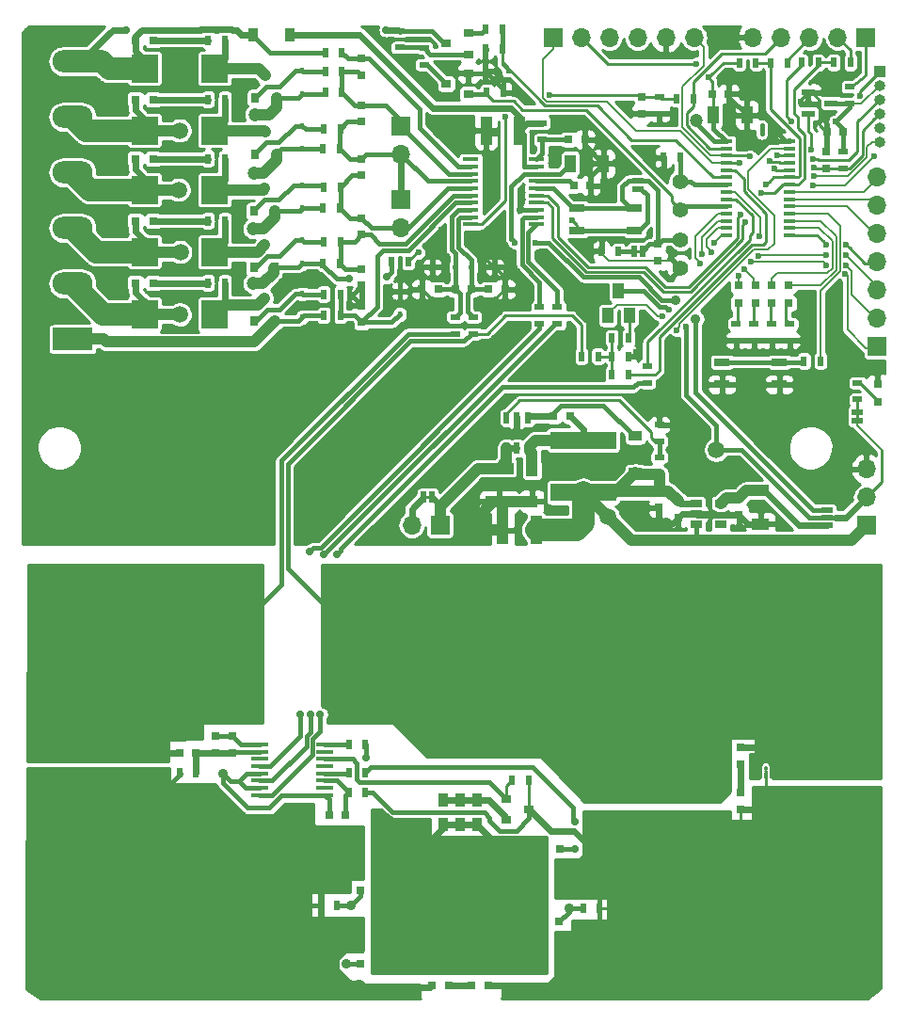
<source format=gtl>
G04 #@! TF.FileFunction,Copper,L1,Top,Mixed*
%FSLAX46Y46*%
G04 Gerber Fmt 4.6, Leading zero omitted, Abs format (unit mm)*
G04 Created by KiCad (PCBNEW 4.0.7) date 01/18/18 16:43:29*
%MOMM*%
%LPD*%
G01*
G04 APERTURE LIST*
%ADD10C,0.100000*%
%ADD11C,0.254000*%
%ADD12R,0.750000X0.800000*%
%ADD13R,0.800000X0.750000*%
%ADD14R,2.500000X1.000000*%
%ADD15R,1.000000X2.500000*%
%ADD16R,1.000000X1.600000*%
%ADD17R,1.600000X1.000000*%
%ADD18R,1.200000X0.900000*%
%ADD19R,0.900000X1.200000*%
%ADD20R,0.800000X0.800000*%
%ADD21R,1.100000X1.100000*%
%ADD22R,0.450000X0.600000*%
%ADD23R,0.600000X0.450000*%
%ADD24R,3.300000X2.500000*%
%ADD25O,0.200000X1.300000*%
%ADD26C,0.200000*%
%ADD27O,0.500000X0.200000*%
%ADD28R,0.200000X0.800000*%
%ADD29R,1.700000X1.700000*%
%ADD30O,1.700000X1.700000*%
%ADD31C,1.400000*%
%ADD32C,7.000000*%
%ADD33C,0.800000*%
%ADD34R,1.000000X1.000000*%
%ADD35O,1.000000X1.000000*%
%ADD36R,3.600000X2.000000*%
%ADD37O,3.600000X2.000000*%
%ADD38R,0.508000X1.016000*%
%ADD39R,1.000000X0.500000*%
%ADD40R,1.016000X0.508000*%
%ADD41R,5.900000X1.600000*%
%ADD42R,0.800000X0.900000*%
%ADD43R,0.900000X0.800000*%
%ADD44R,1.000000X1.400000*%
%ADD45R,0.500000X0.900000*%
%ADD46R,2.400000X2.500000*%
%ADD47R,0.900000X0.500000*%
%ADD48R,2.700000X3.200000*%
%ADD49R,1.450000X0.700000*%
%ADD50C,1.500000*%
%ADD51R,1.450000X0.450000*%
%ADD52R,1.060000X0.650000*%
%ADD53R,1.500000X0.450000*%
%ADD54R,1.300000X0.600000*%
%ADD55R,1.100000X0.400000*%
%ADD56R,0.550000X1.000000*%
%ADD57R,4.350000X4.510000*%
%ADD58R,0.700000X0.700000*%
%ADD59C,0.600000*%
%ADD60C,1.200000*%
%ADD61C,0.700000*%
%ADD62C,0.900000*%
%ADD63C,1.000000*%
%ADD64C,0.400000*%
%ADD65C,1.000000*%
%ADD66C,0.600000*%
%ADD67C,0.250000*%
%ADD68C,0.190000*%
%ADD69C,2.000000*%
%ADD70C,0.160000*%
G04 APERTURE END LIST*
D10*
D11*
X150877000Y-91050000D02*
X151385000Y-91050000D01*
X170345000Y-68916500D02*
X169837000Y-68916500D01*
X189800000Y-84054000D02*
X189800000Y-83546000D01*
D12*
X173675000Y-92900000D03*
X173675000Y-91400000D03*
D13*
X163973000Y-83762000D03*
X162473000Y-83762000D03*
D12*
X145199000Y-53105000D03*
X145199000Y-51605000D03*
D14*
X157575000Y-88450000D03*
X157575000Y-91450000D03*
D15*
X160900000Y-94000000D03*
X157900000Y-94000000D03*
D12*
X145199000Y-57284000D03*
X145199000Y-55784000D03*
X171869000Y-69793500D03*
X171869000Y-68293500D03*
D13*
X165278400Y-58870800D03*
X163778400Y-58870800D03*
D15*
X159399000Y-58058000D03*
X156399000Y-58058000D03*
D13*
X165761000Y-63011000D03*
X164261000Y-63011000D03*
D16*
X163955500Y-61042500D03*
X166955500Y-61042500D03*
D12*
X145199000Y-62110000D03*
X145199000Y-60610000D03*
X179150000Y-92600000D03*
X179150000Y-91100000D03*
D17*
X181100000Y-90450000D03*
X181100000Y-93450000D03*
D13*
X150600000Y-72350000D03*
X152100000Y-72350000D03*
X153604500Y-72350000D03*
X155104500Y-72350000D03*
X156600000Y-72350000D03*
X158100000Y-72350000D03*
D12*
X170400000Y-56550000D03*
X170400000Y-55050000D03*
X145199000Y-67444000D03*
X145199000Y-65944000D03*
X132080000Y-114034000D03*
X132080000Y-112534000D03*
X145199000Y-72016000D03*
X145199000Y-70516000D03*
X133604000Y-114034000D03*
X133604000Y-112534000D03*
X145199000Y-75318000D03*
X145199000Y-73818000D03*
D13*
X130290000Y-114046000D03*
X128790000Y-114046000D03*
X151550000Y-134950000D03*
X153050000Y-134950000D03*
X155100000Y-134950000D03*
X156600000Y-134950000D03*
D12*
X179324000Y-117602000D03*
X179324000Y-119102000D03*
D13*
X143764000Y-119634000D03*
X142264000Y-119634000D03*
D12*
X179324000Y-113562000D03*
X179324000Y-115062000D03*
D16*
X179870000Y-56661000D03*
X176870000Y-56661000D03*
D13*
X178219000Y-54756000D03*
X176719000Y-54756000D03*
D12*
X187000000Y-59950000D03*
X187000000Y-61450000D03*
D13*
X187050000Y-58200000D03*
X188550000Y-58200000D03*
D18*
X169827000Y-85542000D03*
X169827000Y-88842000D03*
D19*
X138720000Y-49422000D03*
X135420000Y-49422000D03*
D20*
X124841000Y-49930000D03*
X126441000Y-49930000D03*
D21*
X160525000Y-88625000D03*
X160525000Y-91425000D03*
D22*
X139865000Y-52690000D03*
X139865000Y-54790000D03*
D20*
X124841000Y-55264000D03*
X126441000Y-55264000D03*
D22*
X139865000Y-57643000D03*
X139865000Y-59743000D03*
D20*
X124841000Y-60598000D03*
X126441000Y-60598000D03*
D23*
X153650000Y-70350000D03*
X151550000Y-70350000D03*
X155050000Y-70350000D03*
X157150000Y-70350000D03*
D20*
X191635000Y-82500000D03*
X191635000Y-80900000D03*
D22*
X139865000Y-62977000D03*
X139865000Y-65077000D03*
D20*
X124841000Y-66186000D03*
X126441000Y-66186000D03*
D22*
X139865000Y-67930000D03*
X139865000Y-70030000D03*
D20*
X124841000Y-71774000D03*
X126441000Y-71774000D03*
D22*
X148628000Y-74602000D03*
X148628000Y-72502000D03*
X139865000Y-72756000D03*
X139865000Y-74856000D03*
D24*
X120015000Y-120240000D03*
X120015000Y-113440000D03*
X186690000Y-119605000D03*
X186690000Y-112805000D03*
D20*
X179100000Y-72000000D03*
X179100000Y-73600000D03*
X180600000Y-72000000D03*
X180600000Y-73600000D03*
X182100000Y-72000000D03*
X182100000Y-73600000D03*
X183600000Y-72000000D03*
X183600000Y-73600000D03*
D23*
X158441000Y-52724000D03*
X156341000Y-52724000D03*
D10*
G36*
X181763999Y-116286000D02*
X181564000Y-116485999D01*
X181364001Y-116286000D01*
X181564000Y-116086001D01*
X181763999Y-116286000D01*
X181763999Y-116286000D01*
G37*
G36*
X181763999Y-116136000D02*
X181564000Y-116335999D01*
X181364001Y-116136000D01*
X181564000Y-115936001D01*
X181763999Y-116136000D01*
X181763999Y-116136000D01*
G37*
G36*
X181763999Y-115986000D02*
X181564000Y-116185999D01*
X181364001Y-115986000D01*
X181564000Y-115786001D01*
X181763999Y-115986000D01*
X181763999Y-115986000D01*
G37*
G36*
X181763999Y-115836000D02*
X181564000Y-116035999D01*
X181364001Y-115836000D01*
X181564000Y-115636001D01*
X181763999Y-115836000D01*
X181763999Y-115836000D01*
G37*
G36*
X181763999Y-115686000D02*
X181564000Y-115885999D01*
X181364001Y-115686000D01*
X181564000Y-115486001D01*
X181763999Y-115686000D01*
X181763999Y-115686000D01*
G37*
G36*
X181763999Y-115536000D02*
X181564000Y-115735999D01*
X181364001Y-115536000D01*
X181564000Y-115336001D01*
X181763999Y-115536000D01*
X181763999Y-115536000D01*
G37*
G36*
X181763999Y-115386000D02*
X181564000Y-115585999D01*
X181364001Y-115386000D01*
X181564000Y-115186001D01*
X181763999Y-115386000D01*
X181763999Y-115386000D01*
G37*
D25*
X181114000Y-115786000D03*
D26*
X181122579Y-115227421D02*
X181405421Y-114944579D01*
D25*
X182014000Y-115786000D03*
D27*
X181564000Y-114936000D03*
D26*
X182005421Y-115227421D02*
X181722579Y-114944579D01*
D28*
X181564000Y-115686000D03*
D29*
X152240000Y-93550000D03*
D30*
X149700000Y-93550000D03*
D31*
X173901000Y-67900500D03*
X173901000Y-70440500D03*
D29*
X148755000Y-57677000D03*
D30*
X148755000Y-60217000D03*
D29*
X148755000Y-64281000D03*
D30*
X148755000Y-66821000D03*
D29*
X190600000Y-93600000D03*
D30*
X190600000Y-91060000D03*
X190600000Y-88520000D03*
D32*
X119428845Y-130000000D03*
D33*
X122053845Y-130000000D03*
X121285000Y-131856155D03*
X119428845Y-132625000D03*
X117572690Y-131856155D03*
X116803845Y-130000000D03*
X117572690Y-128143845D03*
X119428845Y-127375000D03*
X121285000Y-128143845D03*
D32*
X187000000Y-130000000D03*
D33*
X189625000Y-130000000D03*
X188856155Y-131856155D03*
X187000000Y-132625000D03*
X185143845Y-131856155D03*
X184375000Y-130000000D03*
X185143845Y-128143845D03*
X187000000Y-127375000D03*
X188856155Y-128143845D03*
D29*
X162400000Y-49700000D03*
D30*
X164940000Y-49700000D03*
X167480000Y-49700000D03*
X170020000Y-49700000D03*
X172560000Y-49700000D03*
X175100000Y-49700000D03*
D34*
X191808000Y-52724000D03*
D35*
X191808000Y-53994000D03*
X191808000Y-55264000D03*
X191808000Y-56534000D03*
X191808000Y-57804000D03*
X191808000Y-59074000D03*
D36*
X119164000Y-76835000D03*
D37*
X119164000Y-71835000D03*
X119164000Y-66835000D03*
X119164000Y-61835000D03*
X119164000Y-56835000D03*
X119164000Y-51835000D03*
D32*
X119375000Y-104410000D03*
D33*
X122000000Y-104410000D03*
X121231155Y-106266155D03*
X119375000Y-107035000D03*
X117518845Y-106266155D03*
X116750000Y-104410000D03*
X117518845Y-102553845D03*
X119375000Y-101785000D03*
X121231155Y-102553845D03*
D32*
X187113000Y-104410000D03*
D33*
X189738000Y-104410000D03*
X188969155Y-106266155D03*
X187113000Y-107035000D03*
X185256845Y-106266155D03*
X184488000Y-104410000D03*
X185256845Y-102553845D03*
X187113000Y-101785000D03*
X188969155Y-102553845D03*
D29*
X190580000Y-49700000D03*
D30*
X188040000Y-49700000D03*
X185500000Y-49700000D03*
X182960000Y-49700000D03*
X180420000Y-49700000D03*
D29*
X191600000Y-77500000D03*
D30*
X191600000Y-74960000D03*
X191600000Y-72420000D03*
X191600000Y-69880000D03*
X191600000Y-67340000D03*
X191600000Y-64800000D03*
X191600000Y-62260000D03*
D38*
X150750000Y-91050000D03*
X151512000Y-91050000D03*
X170472000Y-68916500D03*
X169710000Y-68916500D03*
D39*
X187100000Y-93600000D03*
X187100000Y-92900000D03*
X187100000Y-92200000D03*
D40*
X189800000Y-84181000D03*
X189800000Y-83419000D03*
D41*
X165128000Y-85921000D03*
X165128000Y-90621000D03*
D42*
X135613000Y-55121000D03*
X137513000Y-55121000D03*
X136563000Y-53121000D03*
X135613000Y-60201000D03*
X137513000Y-60201000D03*
X136563000Y-58201000D03*
X135486000Y-65281000D03*
X137386000Y-65281000D03*
X136436000Y-63281000D03*
X135486000Y-70361000D03*
X137386000Y-70361000D03*
X136436000Y-68361000D03*
D43*
X158242000Y-118192000D03*
X158242000Y-120092000D03*
X160242000Y-119142000D03*
D42*
X135486000Y-75187000D03*
X137386000Y-75187000D03*
X136436000Y-73187000D03*
D44*
X167363000Y-74715500D03*
X169263000Y-74715500D03*
X168313000Y-72515500D03*
D43*
X154800000Y-51200000D03*
X154800000Y-49300000D03*
X152800000Y-50250000D03*
X154800000Y-54800000D03*
X154800000Y-52900000D03*
X152800000Y-53850000D03*
D45*
X143409000Y-51073000D03*
X141909000Y-51073000D03*
D46*
X125666000Y-52470000D03*
X131966000Y-52470000D03*
D45*
X149378000Y-69869000D03*
X147878000Y-69869000D03*
X132868000Y-49930000D03*
X131368000Y-49930000D03*
D47*
X161429600Y-58884200D03*
X161429600Y-57384200D03*
D45*
X143409000Y-52724000D03*
X141909000Y-52724000D03*
D47*
X171986000Y-88969000D03*
X171986000Y-87469000D03*
D45*
X143409000Y-54629000D03*
X141909000Y-54629000D03*
D46*
X125666000Y-58058000D03*
X131966000Y-58058000D03*
D47*
X171986000Y-86036000D03*
X171986000Y-84536000D03*
D45*
X132868000Y-55264000D03*
X131368000Y-55264000D03*
X168275600Y-68929200D03*
X166775600Y-68929200D03*
X143282000Y-57931000D03*
X141782000Y-57931000D03*
X143231620Y-59709000D03*
X141731620Y-59709000D03*
D46*
X125666000Y-63392000D03*
X131966000Y-63392000D03*
D47*
X189800000Y-80750000D03*
X189800000Y-82250000D03*
D45*
X132868000Y-60598000D03*
X131368000Y-60598000D03*
X143282000Y-63138000D03*
X141782000Y-63138000D03*
X175032000Y-55200500D03*
X173532000Y-55200500D03*
X143231620Y-65043000D03*
X141731620Y-65043000D03*
X184776000Y-51943000D03*
X186276000Y-51943000D03*
X179173000Y-51957000D03*
X180673000Y-51957000D03*
D47*
X172000000Y-55050000D03*
X172000000Y-56550000D03*
D46*
X125666000Y-68980000D03*
X131966000Y-68980000D03*
D47*
X153600000Y-76350000D03*
X153600000Y-74850000D03*
X155231500Y-76350000D03*
X155231500Y-74850000D03*
D45*
X132868000Y-66186000D03*
X131368000Y-66186000D03*
D19*
X155552824Y-118289808D03*
X155552824Y-120489808D03*
D45*
X143282000Y-68091000D03*
X141782000Y-68091000D03*
D19*
X154028824Y-118289808D03*
X154028824Y-120489808D03*
X152504824Y-118289808D03*
X152504824Y-120489808D03*
D45*
X143231620Y-69996000D03*
X141731620Y-69996000D03*
D46*
X131966000Y-74568000D03*
X125666000Y-74568000D03*
D45*
X130290000Y-115824000D03*
X128790000Y-115824000D03*
X132868000Y-71774000D03*
X131368000Y-71774000D03*
X145530000Y-113284000D03*
X144030000Y-113284000D03*
X143282000Y-72790000D03*
X141782000Y-72790000D03*
D47*
X161200000Y-75450000D03*
X161200000Y-73950000D03*
D45*
X141490000Y-127778000D03*
X142990000Y-127778000D03*
X166612000Y-128032000D03*
X165112000Y-128032000D03*
X145530000Y-115824000D03*
X144030000Y-115824000D03*
X143282000Y-74695000D03*
X141782000Y-74695000D03*
D47*
X162800000Y-75450000D03*
X162800000Y-73950000D03*
D45*
X144030000Y-117602000D03*
X145530000Y-117602000D03*
D47*
X170900000Y-80750000D03*
X170900000Y-79250000D03*
D48*
X142928395Y-107895255D03*
X135028395Y-107895255D03*
X142928395Y-103831255D03*
X135028395Y-103831255D03*
X142928395Y-99513255D03*
X135028395Y-99513255D03*
D47*
X178900000Y-76950000D03*
X178900000Y-75450000D03*
X188500000Y-59950000D03*
X188500000Y-61450000D03*
X189100000Y-54150000D03*
X189100000Y-55650000D03*
D45*
X189185000Y-51943000D03*
X187685000Y-51943000D03*
D47*
X180500000Y-76950000D03*
X180500000Y-75450000D03*
D45*
X183479000Y-51957000D03*
X181979000Y-51957000D03*
D47*
X182100000Y-76950000D03*
X182100000Y-75450000D03*
X183700000Y-76950000D03*
X183700000Y-75450000D03*
D45*
X173850000Y-60500000D03*
X172350000Y-60500000D03*
D47*
X148600000Y-49100000D03*
X148600000Y-50600000D03*
X150800000Y-50650000D03*
X150800000Y-52150000D03*
D45*
X167690000Y-76727000D03*
X169190000Y-76727000D03*
X156323500Y-48977500D03*
X157823500Y-48977500D03*
X166459500Y-78378000D03*
X164959500Y-78378000D03*
X169190000Y-80029000D03*
X167690000Y-80029000D03*
X186500000Y-78800000D03*
X185000000Y-78800000D03*
X169190000Y-78378000D03*
X167690000Y-78378000D03*
X157823500Y-50755500D03*
X156323500Y-50755500D03*
X156450500Y-54629000D03*
X157950500Y-54629000D03*
D49*
X164590000Y-67059000D03*
X169750000Y-67059000D03*
X169750000Y-65059000D03*
X164590000Y-65059000D03*
X177620000Y-80900000D03*
X182780000Y-80900000D03*
X182780000Y-78900000D03*
X177620000Y-78900000D03*
D50*
X167350000Y-92800000D03*
X177100000Y-86800000D03*
D51*
X160912500Y-66507500D03*
X160912500Y-65857500D03*
X160912500Y-65207500D03*
X160912500Y-64557500D03*
X160912500Y-63907500D03*
X160912500Y-63257500D03*
X160912500Y-62607500D03*
X160912500Y-61957500D03*
X160912500Y-61307500D03*
X160912500Y-60657500D03*
X155012500Y-60657500D03*
X155012500Y-61307500D03*
X155012500Y-61957500D03*
X155012500Y-62607500D03*
X155012500Y-63257500D03*
X155012500Y-63907500D03*
X155012500Y-64557500D03*
X155012500Y-65207500D03*
X155012500Y-65857500D03*
X155012500Y-66507500D03*
D52*
X175300000Y-91600000D03*
X175300000Y-92550000D03*
X175300000Y-93500000D03*
X177500000Y-93500000D03*
X177500000Y-91600000D03*
D53*
X135988000Y-113295000D03*
X135988000Y-113945000D03*
X135988000Y-114595000D03*
X135988000Y-115245000D03*
X135988000Y-115895000D03*
X135988000Y-116545000D03*
X135988000Y-117195000D03*
X135988000Y-117845000D03*
X141888000Y-117845000D03*
X141888000Y-117195000D03*
X141888000Y-116545000D03*
X141888000Y-115895000D03*
X141888000Y-115245000D03*
X141888000Y-114595000D03*
X141888000Y-113945000D03*
X141888000Y-113295000D03*
D31*
X173837500Y-62630000D03*
X173837500Y-65170000D03*
D54*
X187450000Y-55600000D03*
X185350000Y-56550000D03*
X185350000Y-54650000D03*
D55*
X177980000Y-59036000D03*
X177980000Y-59686000D03*
X177980000Y-60336000D03*
X177980000Y-60986000D03*
X177980000Y-61636000D03*
X177980000Y-62286000D03*
X177980000Y-62936000D03*
X177980000Y-63586000D03*
X177980000Y-64236000D03*
X177980000Y-64886000D03*
X177980000Y-65536000D03*
X177980000Y-66186000D03*
X177980000Y-66836000D03*
X177980000Y-67486000D03*
X183680000Y-67486000D03*
X183680000Y-66836000D03*
X183680000Y-66186000D03*
X183680000Y-65536000D03*
X183680000Y-64886000D03*
X183680000Y-64236000D03*
X183680000Y-63586000D03*
X183680000Y-62936000D03*
X183680000Y-62286000D03*
X183680000Y-61636000D03*
X183680000Y-60986000D03*
X183680000Y-60336000D03*
X183680000Y-59686000D03*
X183680000Y-59036000D03*
D56*
X158209000Y-83936000D03*
X159159000Y-83936000D03*
X160109000Y-83936000D03*
X158209000Y-86636000D03*
X159159000Y-86636000D03*
X160109000Y-86636000D03*
D57*
X148193500Y-124555000D03*
D58*
X145063500Y-125190000D03*
X145063500Y-123920000D03*
X145063500Y-122650000D03*
X145063500Y-126460000D03*
X150663500Y-126460000D03*
X150663500Y-122650000D03*
X150663500Y-123920000D03*
X150663500Y-125190000D03*
D57*
X159938000Y-124603000D03*
D58*
X163068000Y-123968000D03*
X163068000Y-125238000D03*
X163068000Y-126508000D03*
X163068000Y-122698000D03*
X157468000Y-122698000D03*
X157468000Y-126508000D03*
X157468000Y-125238000D03*
X157468000Y-123968000D03*
D57*
X148193500Y-131159000D03*
D58*
X145063500Y-131794000D03*
X145063500Y-130524000D03*
X145063500Y-129254000D03*
X145063500Y-133064000D03*
X150663500Y-133064000D03*
X150663500Y-129254000D03*
X150663500Y-130524000D03*
X150663500Y-131794000D03*
D57*
X159847500Y-131159000D03*
D58*
X162977500Y-130524000D03*
X162977500Y-131794000D03*
X162977500Y-133064000D03*
X162977500Y-129254000D03*
X157377500Y-129254000D03*
X157377500Y-133064000D03*
X157377500Y-131794000D03*
X157377500Y-130524000D03*
D12*
X171950000Y-92000000D03*
X171950000Y-90500000D03*
D40*
X170091000Y-63328500D03*
X170091000Y-62566500D03*
D45*
X160200000Y-116550000D03*
X158700000Y-116550000D03*
D59*
X169100012Y-91600000D03*
X169600016Y-93350000D03*
X169599988Y-92350000D03*
X170350000Y-91600026D03*
X170600000Y-92350000D03*
X170600000Y-93350000D03*
X166350000Y-79600000D03*
X164100000Y-73600000D03*
X165350000Y-74350000D03*
X166100000Y-75350000D03*
X166100000Y-76850000D03*
X151600000Y-78350000D03*
X152100000Y-74350008D03*
X152100000Y-75350000D03*
X150350000Y-74350004D03*
X148349994Y-76100000D03*
X150350000Y-75350000D03*
X142350028Y-85850000D03*
X143600000Y-84350000D03*
X146350008Y-81600000D03*
X144850000Y-83100000D03*
X147850000Y-80100000D03*
X149600000Y-78600000D03*
X140850000Y-87350000D03*
X139600000Y-88850000D03*
X137100002Y-87350000D03*
X137100000Y-88850000D03*
X137100000Y-90600000D03*
X137100000Y-93600004D03*
X137100000Y-92100000D03*
X137100000Y-94850000D03*
X139600000Y-94850000D03*
X139600000Y-90600000D03*
X139600000Y-92100000D03*
X139600000Y-93600000D03*
X163500000Y-77700000D03*
X163500000Y-78700000D03*
X163500000Y-79900000D03*
X161700000Y-79900000D03*
X160000000Y-79700000D03*
X160900000Y-78800000D03*
X161600000Y-78100000D03*
X162400000Y-77400000D03*
X163300000Y-76700000D03*
X187400000Y-54200000D03*
X182900000Y-93550000D03*
X168700000Y-92250000D03*
X156050000Y-84300000D03*
X156000000Y-85400000D03*
X156000000Y-86450000D03*
X157000000Y-86450000D03*
X157000000Y-85300000D03*
X157000000Y-84000000D03*
X161400000Y-84700000D03*
X157950000Y-85250000D03*
X156550000Y-74700000D03*
X155850000Y-73650000D03*
X154800000Y-68000000D03*
X152400000Y-66950000D03*
X152400000Y-68000000D03*
X138700000Y-85550000D03*
X140000000Y-84150000D03*
X141400000Y-82700000D03*
X142550000Y-81450000D03*
X144000000Y-80150000D03*
X145500000Y-78650000D03*
X147050000Y-77400000D03*
X160000000Y-75600000D03*
X158750000Y-75600000D03*
X157100000Y-76800000D03*
X155650000Y-77650000D03*
X153800000Y-78450000D03*
D60*
X171950000Y-93400000D03*
X155550000Y-92950000D03*
D59*
X169887960Y-77985665D03*
D61*
X159450010Y-65200000D03*
D59*
X188700000Y-79900000D03*
D62*
X182200000Y-58940990D03*
D59*
X177900000Y-76900000D03*
X184700000Y-55500000D03*
D61*
X157250450Y-58228019D03*
X168000000Y-61000000D03*
D59*
X172000014Y-57200000D03*
X172300000Y-61600000D03*
D63*
X159150000Y-85250000D03*
D61*
X156323500Y-51800000D03*
D59*
X147600000Y-72200000D03*
X144200000Y-72800000D03*
X160825000Y-68175000D03*
X158974977Y-68150000D03*
D62*
X175250000Y-75000000D03*
X173450000Y-73350000D03*
D59*
X162100000Y-54899996D03*
X158100000Y-56829024D03*
X123500000Y-127250000D03*
X123750000Y-132000000D03*
X122250000Y-134000000D03*
X123250000Y-133250000D03*
X143250000Y-126250000D03*
X142250000Y-126250000D03*
X141000000Y-126250000D03*
X141000000Y-135750000D03*
X141000000Y-134750000D03*
X141000000Y-133750000D03*
X141250000Y-132500000D03*
X141250000Y-131500000D03*
X141250000Y-130500000D03*
X141250000Y-129250000D03*
X141000000Y-125000000D03*
X141000000Y-124000000D03*
X141000000Y-123000000D03*
X141000000Y-122000000D03*
X141000000Y-121000000D03*
X124900000Y-126100000D03*
X124900000Y-125000000D03*
X124900000Y-124000000D03*
X126000000Y-124000000D03*
X126000000Y-125100000D03*
X126000000Y-126200000D03*
X143000000Y-134500004D03*
X142250000Y-133750022D03*
X142000000Y-134750000D03*
X142000000Y-121000000D03*
X142000000Y-122000000D03*
X142000000Y-123000000D03*
X142000000Y-124000000D03*
X142000000Y-125250000D03*
X142000000Y-135750000D03*
X143000000Y-135750000D03*
X144000000Y-135750000D03*
X145000000Y-135750000D03*
X145000000Y-134750000D03*
X145000000Y-134750000D03*
X144000000Y-134606002D03*
X142250000Y-132500000D03*
X142250000Y-131500000D03*
X142250000Y-130500000D03*
X142250000Y-130500000D03*
X142250000Y-129254000D03*
X143250000Y-129254000D03*
X143250000Y-130500000D03*
X143250000Y-130500000D03*
X143250000Y-131500000D03*
X144000000Y-131500000D03*
X144000000Y-130500000D03*
X144000000Y-129254000D03*
X142750000Y-121000000D03*
X142750000Y-122000000D03*
X142750000Y-123000000D03*
X142750000Y-124000000D03*
X142810000Y-125190000D03*
X143750000Y-125190000D03*
X143750000Y-124000000D03*
X143750000Y-123000000D03*
X143750000Y-122000000D03*
X143750000Y-121000000D03*
X120250000Y-135750000D03*
X119000000Y-135750000D03*
X118000000Y-135750000D03*
X117000000Y-135750000D03*
X116250000Y-134750000D03*
X118000000Y-134750000D03*
X119750000Y-134750000D03*
X121000000Y-134750000D03*
X121500000Y-135500000D03*
X123500000Y-135500000D03*
X125000000Y-134250000D03*
X124750000Y-135250000D03*
X126000000Y-135250000D03*
X126000000Y-134250000D03*
X126000000Y-133250000D03*
X126000000Y-132000000D03*
X126000000Y-131000000D03*
X126000000Y-129750000D03*
X126000000Y-128500000D03*
X126000000Y-127250000D03*
X122750000Y-134750000D03*
X124000000Y-134000000D03*
X124750000Y-133250000D03*
X124750000Y-132000000D03*
X124750000Y-131000000D03*
X124750000Y-129750000D03*
X124750000Y-128500000D03*
X124750000Y-127250000D03*
X121500000Y-125999996D03*
X123750000Y-126250000D03*
X122750000Y-126250000D03*
X117500000Y-125000000D03*
X118750000Y-125000000D03*
X120000000Y-125000000D03*
X121250000Y-125000000D03*
X122750000Y-125000000D03*
X123750000Y-125000000D03*
X123750000Y-124000000D03*
X122750000Y-124000000D03*
X121250000Y-124000000D03*
X120000000Y-124000000D03*
X118750000Y-124000000D03*
X117500000Y-124000000D03*
X116250000Y-124000000D03*
X116250000Y-125250000D03*
X116250000Y-126500000D03*
X183000000Y-133500000D03*
X183500000Y-127000000D03*
X164300000Y-129500000D03*
X181000000Y-123250000D03*
X181000000Y-124500000D03*
X181000000Y-125750000D03*
X181000000Y-127000000D03*
X181000000Y-128500000D03*
X181000000Y-129750000D03*
X181000000Y-131250000D03*
X181000000Y-133000000D03*
X181000000Y-134500000D03*
X181000000Y-135500000D03*
X182000000Y-135500000D03*
X183250000Y-135500000D03*
X184500000Y-135500000D03*
X185750000Y-135500000D03*
X185750000Y-134500000D03*
X184500000Y-134500000D03*
X183250000Y-134500000D03*
X182000000Y-134500000D03*
X182000000Y-133000000D03*
X182000000Y-131250000D03*
X182000000Y-129750000D03*
X182000000Y-128500000D03*
X182000000Y-127000000D03*
X182000000Y-125750000D03*
X182000000Y-124500000D03*
X182000000Y-123250000D03*
X183250000Y-123250000D03*
X183250000Y-124500000D03*
X183250000Y-125750000D03*
X184500000Y-125750000D03*
X184500000Y-124500000D03*
X184500000Y-123295000D03*
X185750000Y-123250000D03*
X185750000Y-124500000D03*
X185750000Y-125750000D03*
X186750000Y-125750000D03*
X186750000Y-124500000D03*
X186750000Y-123250000D03*
X187750000Y-123250000D03*
X187750000Y-124500000D03*
X187750000Y-125750000D03*
X166250000Y-135750000D03*
X166250000Y-135000000D03*
X166250000Y-134000000D03*
X166250000Y-133000000D03*
X166250000Y-131750000D03*
X166250000Y-130500000D03*
X166250000Y-129500000D03*
X165250000Y-129500000D03*
X165226000Y-130524000D03*
X165250000Y-131750000D03*
X165250000Y-133000000D03*
X165250000Y-134000000D03*
X165250000Y-135000000D03*
X165250000Y-135750000D03*
X164250000Y-135750000D03*
X163250000Y-135750000D03*
X163250000Y-135000000D03*
X164250000Y-135000000D03*
X164250000Y-134000000D03*
X164250000Y-133000000D03*
X164250000Y-131750000D03*
X164250000Y-130524000D03*
X167000000Y-126500000D03*
X167000000Y-125250000D03*
X167000000Y-124000000D03*
X167000000Y-123000000D03*
X167000000Y-122000000D03*
X167000000Y-120750000D03*
X167000000Y-119500000D03*
X166000000Y-119500000D03*
X166000000Y-120750000D03*
X166000000Y-122000000D03*
X166000000Y-123000000D03*
X166000000Y-124000000D03*
X166000000Y-125250000D03*
X166008000Y-126508000D03*
X165250000Y-126508000D03*
X165250000Y-125250000D03*
X165250000Y-124000000D03*
X164500000Y-126508000D03*
X164500000Y-125250000D03*
X164500000Y-123968000D03*
X185500000Y-100000000D03*
X184000000Y-101000000D03*
X183000000Y-101500000D03*
X183000000Y-102500000D03*
X183000000Y-103500000D03*
X183000000Y-105500000D03*
X183000000Y-106500000D03*
X183000000Y-107500000D03*
X184000000Y-107895255D03*
X145000000Y-98500000D03*
X145000000Y-99500000D03*
X145000000Y-100500000D03*
X145000000Y-101500000D03*
X145000000Y-102500000D03*
X145000000Y-103500000D03*
X145000000Y-104500000D03*
X145000000Y-105500000D03*
X145000000Y-106500000D03*
X145000000Y-107500000D03*
X145000000Y-108500000D03*
X145000000Y-109500000D03*
X184500000Y-112000000D03*
X183250000Y-112000000D03*
X185750000Y-111000000D03*
X185750000Y-110000000D03*
X185750000Y-109000000D03*
X184500000Y-111000000D03*
X183250000Y-111000000D03*
X183250000Y-110000000D03*
X184500000Y-110000000D03*
X184500000Y-109000000D03*
X183250000Y-109000000D03*
X184250000Y-100000000D03*
X183000000Y-100000000D03*
X188000000Y-99000000D03*
X186750000Y-99000000D03*
X185500000Y-99000000D03*
X184250000Y-99000000D03*
X183000000Y-99000000D03*
X176200000Y-100400000D03*
X175600000Y-100000000D03*
X174400000Y-99800000D03*
X173200000Y-99800000D03*
X172000000Y-100000000D03*
X171200000Y-101000000D03*
X171400000Y-102200000D03*
X172400000Y-103000000D03*
X173800000Y-103400000D03*
X175200000Y-103800000D03*
X176000000Y-104600000D03*
X176200000Y-105600000D03*
X175200000Y-106600000D03*
X174000000Y-107000000D03*
X173000000Y-107000000D03*
X172000000Y-107000000D03*
X171000000Y-106600000D03*
X167399994Y-106800000D03*
X167400000Y-104600000D03*
X167400000Y-105800000D03*
X167400000Y-103400000D03*
X167400000Y-102200000D03*
X167400000Y-101200000D03*
X167200000Y-100000000D03*
X166400000Y-101600000D03*
X165600000Y-102800000D03*
X164999994Y-103800000D03*
X164200000Y-105200000D03*
X163600000Y-103800000D03*
X162800000Y-102600000D03*
X162200000Y-101400000D03*
X161200000Y-99800000D03*
X161200000Y-101000000D03*
X161200000Y-102000000D03*
X161200000Y-103200000D03*
X161200000Y-104600000D03*
X161200000Y-105800000D03*
X161200000Y-106900000D03*
X156300000Y-103700000D03*
X157200000Y-104200000D03*
X157500000Y-105100000D03*
X157200000Y-106200000D03*
X156300000Y-106800000D03*
X155200000Y-107100000D03*
X154200000Y-107100000D03*
X153200000Y-107100000D03*
X152200000Y-107100000D03*
X152100000Y-106000000D03*
X152100000Y-105000000D03*
X152100000Y-104100000D03*
X152200000Y-99900000D03*
X152100000Y-101100000D03*
X152100000Y-102200000D03*
X152100000Y-103200000D03*
X153000000Y-103200000D03*
X154000000Y-103200000D03*
X155100000Y-103200000D03*
X156100000Y-102900000D03*
X156800000Y-102100000D03*
X156900000Y-101100000D03*
X156200000Y-100400000D03*
X155200000Y-100000000D03*
X154100000Y-99900000D03*
X153200000Y-99900000D03*
X181000000Y-99000000D03*
X181000000Y-100000000D03*
X181000000Y-101000000D03*
X181000000Y-102000000D03*
X181000000Y-103000000D03*
X181000000Y-104000000D03*
X181000000Y-105000000D03*
X181000000Y-106000000D03*
X181000000Y-107000000D03*
X181000000Y-107895255D03*
X181000000Y-109000000D03*
X181000000Y-110000000D03*
X181000000Y-111000000D03*
X182000000Y-112000000D03*
X181000000Y-112000000D03*
X182000000Y-111000000D03*
X182000000Y-110000000D03*
X182000000Y-109000000D03*
X182000000Y-107895255D03*
X182000000Y-107000000D03*
X182000000Y-106000000D03*
X182000000Y-105000000D03*
X182000000Y-104000000D03*
X182000000Y-103000000D03*
X182000000Y-102000000D03*
X182000000Y-101000000D03*
X182000000Y-100000000D03*
X182000000Y-99000000D03*
X147000000Y-98000000D03*
X147000000Y-98000000D03*
X147000000Y-99000000D03*
X147000000Y-100000000D03*
X147000000Y-101000000D03*
X147000000Y-102000000D03*
X147000000Y-103000000D03*
X147000000Y-104000000D03*
X147000000Y-105000000D03*
X147000000Y-106000000D03*
X147000000Y-107000000D03*
X147000000Y-107895255D03*
X147000000Y-109000000D03*
X147000000Y-110000000D03*
X146000000Y-110000000D03*
X146000000Y-109000000D03*
X146000000Y-107895255D03*
X146000000Y-107000000D03*
X146000000Y-106000000D03*
X146000000Y-105000000D03*
X146000000Y-104000000D03*
X146000000Y-103000000D03*
X146000000Y-102000000D03*
X146000000Y-101000000D03*
X146000000Y-100000000D03*
X146000000Y-99000000D03*
X146000000Y-98000000D03*
X183849989Y-57208211D03*
X172850000Y-74200000D03*
X174400000Y-75700000D03*
D60*
X175299999Y-57200000D03*
D59*
X176399998Y-53300000D03*
X175300847Y-52069262D03*
X187838174Y-57238174D03*
X182367709Y-61469200D03*
X185888826Y-61394610D03*
D61*
X147400000Y-49000000D03*
X124000000Y-49000000D03*
D60*
X135572400Y-56635600D03*
D50*
X128816000Y-58058000D03*
D60*
X135470800Y-61868000D03*
D50*
X128714400Y-63392000D03*
D60*
X135420000Y-66897200D03*
D50*
X128866800Y-68980000D03*
D61*
X144030600Y-71393000D03*
X147485000Y-71215200D03*
D60*
X135420000Y-71824800D03*
D50*
X128816000Y-74618800D03*
D59*
X124000000Y-99249996D03*
X125000000Y-98000000D03*
X124000000Y-108000000D03*
X125000000Y-108000000D03*
X125000000Y-109000000D03*
X124000000Y-109000000D03*
X123000000Y-109000000D03*
X123000000Y-110000000D03*
X124000000Y-110000000D03*
X117000000Y-98000000D03*
X116750000Y-99750000D03*
X131000000Y-111000000D03*
X131000000Y-110000000D03*
X131000000Y-109000000D03*
X131000000Y-108000000D03*
X131000000Y-107000000D03*
X131000000Y-106000000D03*
X131000000Y-105000000D03*
X131000000Y-104000000D03*
X131000000Y-103000000D03*
X131000000Y-102000000D03*
X131000000Y-101000000D03*
X131000000Y-100000000D03*
X131000000Y-99000000D03*
X131000000Y-98000000D03*
X132000000Y-97500000D03*
X132000000Y-98500000D03*
X133000000Y-98000000D03*
X133000000Y-99000000D03*
X133000000Y-100000000D03*
X133000000Y-101000000D03*
X133000000Y-102000000D03*
X133000000Y-103000000D03*
X133000000Y-104000000D03*
X133000000Y-105000000D03*
X133000000Y-106000000D03*
X133000000Y-107000000D03*
X133000000Y-108000000D03*
X133000000Y-111000000D03*
X132000000Y-110500000D03*
X133000000Y-110000000D03*
X133000000Y-109050000D03*
X132000000Y-109500000D03*
X132000000Y-108500000D03*
X132000000Y-107500000D03*
X132000000Y-106500000D03*
X132000000Y-105500000D03*
X132000000Y-104500000D03*
X132000000Y-103500000D03*
X132000000Y-102500000D03*
X132000000Y-101500000D03*
X132000000Y-100500000D03*
X132000000Y-99500000D03*
X125000000Y-110000000D03*
X123100000Y-107900000D03*
X123100000Y-98000000D03*
X123000000Y-99100000D03*
X124100000Y-100200000D03*
X125000000Y-99600000D03*
X123000000Y-100100000D03*
X125000000Y-106000000D03*
X125000000Y-107000000D03*
X125000000Y-105000000D03*
X125000000Y-104000000D03*
X125000000Y-103000000D03*
X125000000Y-102000000D03*
X125000000Y-101000000D03*
X124000000Y-101000000D03*
X124000000Y-102000000D03*
X124000000Y-103000000D03*
X124000000Y-104000000D03*
X124000000Y-105000000D03*
X124000000Y-106000000D03*
X124000000Y-107000000D03*
X118000000Y-109000000D03*
X119000000Y-109000000D03*
X120000000Y-109000000D03*
X121000000Y-109000000D03*
X122000000Y-109000000D03*
X122000000Y-110000000D03*
X121000000Y-110000000D03*
X120000000Y-110000000D03*
X119000000Y-110000000D03*
X118000000Y-110000000D03*
X118000000Y-98000000D03*
X119000000Y-98000000D03*
X120000000Y-98000000D03*
X121000000Y-98000000D03*
X122000000Y-98000000D03*
X122000000Y-99000000D03*
X121000000Y-99000000D03*
X120000000Y-99000000D03*
X119000000Y-99000000D03*
X118000000Y-99000000D03*
X119000000Y-112750000D03*
X120750000Y-112750000D03*
X120750000Y-114500000D03*
X119000000Y-114500000D03*
D62*
X132750000Y-115900000D03*
D59*
X175670406Y-69991407D03*
X179075958Y-71128980D03*
X175795010Y-69212155D03*
X179585413Y-70512154D03*
X150300000Y-69050000D03*
X164150000Y-66100000D03*
X191300024Y-60400000D03*
X190027587Y-55003651D03*
X185836790Y-62990990D03*
X179200000Y-61000000D03*
X185910058Y-62194340D03*
X180128378Y-60418208D03*
X185787812Y-60601001D03*
X181951473Y-60777118D03*
X180990438Y-67551188D03*
X188713255Y-70999738D03*
X176681272Y-68980541D03*
X187000000Y-70200000D03*
X188770033Y-70199902D03*
X180200000Y-69900002D03*
X180900000Y-69340023D03*
X187000000Y-69300000D03*
X188770033Y-69296739D03*
X176900000Y-68200000D03*
X188770032Y-68300000D03*
X187000000Y-68300000D03*
X173506594Y-76006594D03*
X172300000Y-74800000D03*
X181130615Y-63699990D03*
X179325000Y-65600000D03*
X179750000Y-66275000D03*
X181575000Y-62950000D03*
X161200000Y-127800000D03*
X160000000Y-127800000D03*
X158800000Y-127800000D03*
X157600000Y-127800000D03*
X156400000Y-127800000D03*
X155200000Y-127800000D03*
X154000000Y-127800000D03*
X153000000Y-127800000D03*
X151800000Y-127800000D03*
X150663500Y-127850000D03*
X149200000Y-127800000D03*
X147800000Y-127800000D03*
X146800000Y-127800000D03*
X161000000Y-130250000D03*
X161000000Y-131250000D03*
X160000000Y-130250000D03*
X159000000Y-130250000D03*
X159000000Y-131250000D03*
X160000000Y-132250000D03*
X161000000Y-132250000D03*
X159000000Y-132250000D03*
X160000000Y-131250000D03*
X148250000Y-123500000D03*
X147250000Y-124500000D03*
X147250000Y-123500000D03*
X147250000Y-125500000D03*
X148250000Y-125500000D03*
X149250000Y-125500000D03*
X149250000Y-123500000D03*
X148250000Y-124500000D03*
X149250000Y-124500000D03*
X161000000Y-123500000D03*
X161000000Y-125500000D03*
X161000000Y-124500000D03*
X160000000Y-125500000D03*
X159000000Y-124500000D03*
X159000000Y-125500000D03*
X159000000Y-123500000D03*
X160000000Y-124500000D03*
X160000000Y-123500000D03*
X148250000Y-132000000D03*
X147250000Y-132000000D03*
X148250000Y-131000000D03*
X147250000Y-131000000D03*
X147250000Y-130000000D03*
X148250000Y-130000000D03*
X149250000Y-130000000D03*
X149250000Y-131000000D03*
X149250000Y-132000000D03*
X151750000Y-133064000D03*
X152500000Y-133064000D03*
X153300000Y-133064000D03*
X154100000Y-133064000D03*
X154900000Y-133064000D03*
X155600000Y-133064000D03*
X155750000Y-131800000D03*
X156300000Y-133064000D03*
X156400000Y-131794000D03*
X155050000Y-131794000D03*
X154150000Y-131794000D03*
X153250000Y-131794000D03*
X152500000Y-131794000D03*
X151750000Y-131794000D03*
X156450000Y-130524000D03*
X155750000Y-130524000D03*
X155050000Y-130524000D03*
X154250000Y-130524000D03*
X153300000Y-130524000D03*
X152500000Y-130524000D03*
X151800000Y-130524000D03*
X156400000Y-129254000D03*
X155700000Y-129254000D03*
X155000000Y-129254000D03*
X154200000Y-129254000D03*
X153350000Y-129254000D03*
X152450000Y-129254000D03*
X151750000Y-129254000D03*
X152250000Y-126508000D03*
X153000000Y-126508000D03*
X153800000Y-126508000D03*
X154550000Y-126508000D03*
X155350000Y-126508000D03*
X156100000Y-126508000D03*
X156100000Y-125190000D03*
X155300000Y-125190000D03*
X154600000Y-125190000D03*
X153850000Y-125190000D03*
X153100000Y-125190000D03*
X152300000Y-125190000D03*
X152300000Y-123968000D03*
X153050000Y-123968000D03*
X153800000Y-123968000D03*
X154550000Y-123968000D03*
X155250000Y-123968000D03*
X156050000Y-123968000D03*
X154500000Y-122698000D03*
X155200000Y-122698000D03*
X156000000Y-122698000D03*
X153800000Y-122650000D03*
X153000000Y-122650000D03*
X152250000Y-122650000D03*
D61*
X145550000Y-114500000D03*
D62*
X144200000Y-127800000D03*
X143850000Y-133050000D03*
D61*
X139700000Y-110599999D03*
X140500000Y-95949998D03*
X164400000Y-122700000D03*
X164350000Y-120200000D03*
D62*
X163900000Y-128000000D03*
D61*
X141791663Y-96236354D03*
X140599980Y-110592644D03*
X142944982Y-96194982D03*
X141476000Y-110614656D03*
D59*
X182579085Y-60281010D03*
X185666323Y-59800697D03*
D64*
X181200000Y-58380000D02*
X181200000Y-57580000D01*
D65*
X165128000Y-85921000D02*
X160824000Y-85921000D01*
X160824000Y-85921000D02*
X160309010Y-86435990D01*
X160309010Y-86435990D02*
X160309010Y-86859010D01*
X160309010Y-86859010D02*
X160525000Y-87075000D01*
X160525000Y-87075000D02*
X160525000Y-88625000D01*
D66*
X165128000Y-85921000D02*
X165128000Y-84917000D01*
X165128000Y-84917000D02*
X163973000Y-83762000D01*
D64*
X169827000Y-85542000D02*
X169677000Y-85542000D01*
X169677000Y-85542000D02*
X166960011Y-82825011D01*
X166960011Y-82825011D02*
X163149989Y-82825011D01*
X163149989Y-82825011D02*
X162473000Y-83502000D01*
X162473000Y-83502000D02*
X162473000Y-83762000D01*
D66*
X162473000Y-83762000D02*
X160283000Y-83762000D01*
X160283000Y-83762000D02*
X160109000Y-83936000D01*
D64*
X155012500Y-61957500D02*
X153035500Y-61957500D01*
X153035500Y-61957500D02*
X148755000Y-57677000D01*
X148755000Y-57677000D02*
X148755000Y-57194400D01*
X148755000Y-57194400D02*
X147344600Y-55784000D01*
X147344600Y-55784000D02*
X145974000Y-55784000D01*
X145974000Y-55784000D02*
X145199000Y-55784000D01*
X143409000Y-52724000D02*
X144818000Y-52724000D01*
X144818000Y-52724000D02*
X145199000Y-53105000D01*
X143409000Y-52724000D02*
X143409000Y-54629000D01*
X145199000Y-55784000D02*
X144564000Y-55784000D01*
X144564000Y-55784000D02*
X143409000Y-54629000D01*
X155012500Y-61307500D02*
X153887499Y-61307499D01*
X153887499Y-61307499D02*
X150380600Y-57800600D01*
X150380600Y-57800600D02*
X150380600Y-56130600D01*
X150380600Y-56130600D02*
X145855000Y-51605000D01*
X145855000Y-51605000D02*
X145199000Y-51605000D01*
X145199000Y-51605000D02*
X143941000Y-51605000D01*
X143941000Y-51605000D02*
X143409000Y-51073000D01*
D66*
X159159000Y-86636000D02*
X158209000Y-86636000D01*
D65*
X158209000Y-86636000D02*
X158209000Y-87816000D01*
X158209000Y-87816000D02*
X157575000Y-88450000D01*
X152240000Y-93550000D02*
X152240000Y-91860000D01*
X152240000Y-91860000D02*
X155650000Y-88450000D01*
X155650000Y-88450000D02*
X157575000Y-88450000D01*
D66*
X152240000Y-93550000D02*
X152240000Y-91778000D01*
X152240000Y-91778000D02*
X151512000Y-91050000D01*
D67*
X169100012Y-91850024D02*
X169100012Y-91600000D01*
X169599988Y-92350000D02*
X169100012Y-91850024D01*
X170600000Y-93350000D02*
X169600016Y-93350000D01*
X169925736Y-91600026D02*
X170350000Y-91600026D01*
X169349974Y-91600026D02*
X169925736Y-91600026D01*
X168700000Y-92250000D02*
X169349974Y-91600026D01*
X170899999Y-92050001D02*
X170600000Y-92350000D01*
X170950000Y-92000000D02*
X170899999Y-92050001D01*
X171950000Y-92000000D02*
X170950000Y-92000000D01*
D68*
X163500000Y-79900000D02*
X166050000Y-79900000D01*
X166050000Y-79900000D02*
X166350000Y-79600000D01*
X165350000Y-74350000D02*
X164850000Y-74350000D01*
X164850000Y-74350000D02*
X164100000Y-73600000D01*
X166100000Y-76850000D02*
X166100000Y-75350000D01*
D67*
X151700000Y-78450000D02*
X151600000Y-78350000D01*
X153800000Y-78450000D02*
X151700000Y-78450000D01*
X152100000Y-73925744D02*
X152100000Y-74350008D01*
X152100000Y-73825000D02*
X152100000Y-73925744D01*
X150625000Y-72350000D02*
X152100000Y-73825000D01*
X150600000Y-72350000D02*
X150625000Y-72350000D01*
X152099996Y-74350004D02*
X152100000Y-74350008D01*
X150350000Y-74350004D02*
X152099996Y-74350004D01*
X150350000Y-75350000D02*
X152100000Y-75350000D01*
X148349994Y-76100006D02*
X148349994Y-76100000D01*
X147050000Y-77400000D02*
X148349994Y-76100006D01*
X142350028Y-85599972D02*
X142350028Y-85850000D01*
X143600000Y-84350000D02*
X142350028Y-85599972D01*
X143300001Y-84649999D02*
X143600000Y-84350000D01*
X142400000Y-85550000D02*
X143300001Y-84649999D01*
X142400000Y-86050000D02*
X142400000Y-85550000D01*
X146350000Y-81600000D02*
X146350008Y-81600000D01*
X144850000Y-83100000D02*
X146350000Y-81600000D01*
X148100000Y-80100000D02*
X147850000Y-80100000D01*
X149600000Y-78600000D02*
X148100000Y-80100000D01*
X140850000Y-87600000D02*
X140850000Y-87350000D01*
X139600000Y-88850000D02*
X140850000Y-87600000D01*
X137100000Y-87350002D02*
X137100002Y-87350000D01*
X137100000Y-88850000D02*
X137100000Y-87350002D01*
X137100000Y-92100000D02*
X137100000Y-90600000D01*
X137100000Y-94850000D02*
X137100000Y-93600004D01*
X139600000Y-93600000D02*
X139600000Y-94850000D01*
X139600000Y-92100000D02*
X139600000Y-90600000D01*
D68*
X163500000Y-77700000D02*
X163500000Y-76900000D01*
X163500000Y-76900000D02*
X163300000Y-76700000D01*
X163500000Y-79900000D02*
X163500000Y-78700000D01*
X160000000Y-79700000D02*
X161500000Y-79700000D01*
X161500000Y-79700000D02*
X161700000Y-79900000D01*
X161600000Y-78100000D02*
X160900000Y-78800000D01*
X163300000Y-76700000D02*
X163100000Y-76700000D01*
X163100000Y-76700000D02*
X162400000Y-77400000D01*
D64*
X179870000Y-56661000D02*
X181305000Y-56661000D01*
X181305000Y-56661000D02*
X182730000Y-58086000D01*
X182730000Y-58086000D02*
X182730000Y-58436000D01*
X182730000Y-58436000D02*
X183330000Y-59036000D01*
X183330000Y-59036000D02*
X183680000Y-59036000D01*
D68*
X185350000Y-54650000D02*
X186950000Y-54650000D01*
X186950000Y-54650000D02*
X187400000Y-54200000D01*
D67*
X181100000Y-93450000D02*
X182800000Y-93450000D01*
X182800000Y-93450000D02*
X182900000Y-93550000D01*
X156000000Y-86450000D02*
X156000000Y-85400000D01*
X157000000Y-85300000D02*
X157000000Y-86450000D01*
X157950000Y-85250000D02*
X157950000Y-84950000D01*
X157950000Y-84950000D02*
X157000000Y-84000000D01*
X159150000Y-85250000D02*
X157950000Y-85250000D01*
X158100000Y-72350000D02*
X158075000Y-72350000D01*
X158075000Y-72350000D02*
X156775000Y-73650000D01*
X156775000Y-73650000D02*
X155850000Y-73650000D01*
X158100000Y-72350000D02*
X158100000Y-71300000D01*
X158100000Y-71300000D02*
X157150000Y-70350000D01*
X157150000Y-70350000D02*
X157075000Y-70350000D01*
X157075000Y-70350000D02*
X154800000Y-68075000D01*
X154800000Y-68075000D02*
X154800000Y-68000000D01*
X151550000Y-70350000D02*
X151550000Y-68850000D01*
X151550000Y-68850000D02*
X152400000Y-68000000D01*
X140000000Y-84150000D02*
X140000000Y-84250000D01*
X140000000Y-84250000D02*
X138700000Y-85550000D01*
X142550000Y-81450000D02*
X142550000Y-81550000D01*
X142550000Y-81550000D02*
X141400000Y-82700000D01*
X145500000Y-78650000D02*
X144000000Y-80150000D01*
X158750000Y-75600000D02*
X160000000Y-75600000D01*
X155650000Y-77650000D02*
X156250000Y-77650000D01*
X156250000Y-77650000D02*
X157100000Y-76800000D01*
D66*
X179150000Y-92600000D02*
X175350000Y-92600000D01*
X175350000Y-92600000D02*
X175300000Y-92550000D01*
X181100000Y-93450000D02*
X180000000Y-93450000D01*
X180000000Y-93450000D02*
X179150000Y-92600000D01*
X171950000Y-93400000D02*
X173175000Y-93400000D01*
X173175000Y-93400000D02*
X173675000Y-92900000D01*
X175300000Y-92550000D02*
X174025000Y-92550000D01*
X174025000Y-92550000D02*
X173675000Y-92900000D01*
X171950000Y-92000000D02*
X171950000Y-93400000D01*
D65*
X157575000Y-91450000D02*
X157050000Y-91450000D01*
X157050000Y-91450000D02*
X155550000Y-92950000D01*
X157900000Y-94000000D02*
X156600000Y-94000000D01*
X156600000Y-94000000D02*
X155550000Y-92950000D01*
X157900000Y-94000000D02*
X157900000Y-91775000D01*
X157900000Y-91775000D02*
X157575000Y-91450000D01*
X160525000Y-91425000D02*
X157600000Y-91425000D01*
X157600000Y-91425000D02*
X157575000Y-91450000D01*
D64*
X182780000Y-80900000D02*
X187700000Y-80900000D01*
X187700000Y-80900000D02*
X188700000Y-79900000D01*
X182780000Y-80900000D02*
X177620000Y-80900000D01*
D68*
X169190000Y-78378000D02*
X169630000Y-78378000D01*
X169630000Y-78378000D02*
X169887960Y-78120040D01*
X169887960Y-78120040D02*
X169887960Y-77985665D01*
D64*
X160912500Y-65207500D02*
X159457510Y-65207500D01*
X159457510Y-65207500D02*
X159450010Y-65200000D01*
D68*
X171869000Y-69793500D02*
X167439900Y-69793500D01*
X167439900Y-69793500D02*
X166775600Y-69129200D01*
X166775600Y-69129200D02*
X166775600Y-68929200D01*
X171869000Y-69793500D02*
X173254000Y-69793500D01*
X173254000Y-69793500D02*
X173901000Y-70440500D01*
D67*
X191635000Y-80900000D02*
X191635000Y-80250000D01*
X191635000Y-80250000D02*
X191285000Y-79900000D01*
X191285000Y-79900000D02*
X188700000Y-79900000D01*
D64*
X182295010Y-59036000D02*
X182200000Y-58940990D01*
X183680000Y-59036000D02*
X182295010Y-59036000D01*
D68*
X177938563Y-76938563D02*
X177900000Y-76900000D01*
X178900000Y-76950000D02*
X177938563Y-76938563D01*
D67*
X184700000Y-55500000D02*
X184700000Y-55300000D01*
X184700000Y-55300000D02*
X185350000Y-54650000D01*
X187050000Y-58200000D02*
X187025000Y-58200000D01*
X187025000Y-58200000D02*
X186400000Y-57575000D01*
X186400000Y-57575000D02*
X186400000Y-55350000D01*
X186400000Y-55350000D02*
X185700000Y-54650000D01*
X185700000Y-54650000D02*
X185350000Y-54650000D01*
X187050000Y-58200000D02*
X187050000Y-59900000D01*
X187050000Y-59900000D02*
X187000000Y-59950000D01*
D66*
X156569019Y-58228019D02*
X156755476Y-58228019D01*
X156399000Y-58058000D02*
X156569019Y-58228019D01*
X156755476Y-58228019D02*
X157250450Y-58228019D01*
D64*
X167957500Y-61042500D02*
X168000000Y-61000000D01*
X166955500Y-61042500D02*
X167957500Y-61042500D01*
D67*
X172000000Y-57199986D02*
X172000014Y-57200000D01*
X172000000Y-56550000D02*
X172000000Y-57199986D01*
X170400000Y-56550000D02*
X172000000Y-56550000D01*
D64*
X172350000Y-60500000D02*
X172350000Y-61550000D01*
X172350000Y-61550000D02*
X172300000Y-61600000D01*
D68*
X182100000Y-76950000D02*
X183700000Y-76950000D01*
X180500000Y-76950000D02*
X182076000Y-76926000D01*
X182076000Y-76926000D02*
X182100000Y-76950000D01*
X178900000Y-76950000D02*
X180488000Y-76962000D01*
X180488000Y-76962000D02*
X180500000Y-76950000D01*
D64*
X178219000Y-54756000D02*
X178219000Y-55010000D01*
X178219000Y-55010000D02*
X179870000Y-56661000D01*
D66*
X159159000Y-83936000D02*
X159159000Y-85241000D01*
X159159000Y-85241000D02*
X159150000Y-85250000D01*
D65*
X157653000Y-91553000D02*
X157650000Y-91550000D01*
D66*
X156900000Y-91550000D02*
X157650000Y-91550000D01*
D64*
X165761000Y-63011000D02*
X165761000Y-62237000D01*
X165761000Y-62237000D02*
X166955500Y-61042500D01*
X165278400Y-58870800D02*
X165278400Y-59365400D01*
X165278400Y-59365400D02*
X166955500Y-61042500D01*
X156323500Y-50755500D02*
X156323500Y-51800000D01*
X156341000Y-52724000D02*
X156341000Y-51817500D01*
X156341000Y-51817500D02*
X156323500Y-51800000D01*
X157950500Y-54629000D02*
X157950500Y-54333500D01*
X157950500Y-54333500D02*
X156341000Y-52724000D01*
X154800000Y-52900000D02*
X156165000Y-52900000D01*
X156165000Y-52900000D02*
X156341000Y-52724000D01*
X151387500Y-70468500D02*
X151312500Y-70468500D01*
X148628000Y-72502000D02*
X147902000Y-72502000D01*
X147902000Y-72502000D02*
X147600000Y-72200000D01*
X144200000Y-72800000D02*
X144415000Y-72800000D01*
X144415000Y-72800000D02*
X145199000Y-72016000D01*
X145199000Y-73818000D02*
X145199000Y-73799000D01*
X145199000Y-73799000D02*
X144200000Y-72800000D01*
D65*
X173675000Y-91400000D02*
X172775000Y-90500000D01*
X172775000Y-90500000D02*
X171950000Y-90500000D01*
X171950000Y-90500000D02*
X165249000Y-90500000D01*
X165249000Y-90500000D02*
X165128000Y-90621000D01*
X189250000Y-94950000D02*
X175350000Y-94950000D01*
X175350000Y-94950000D02*
X169500000Y-94950000D01*
D64*
X175300000Y-93500000D02*
X175300000Y-94900000D01*
X175300000Y-94900000D02*
X175350000Y-94950000D01*
D65*
X190600000Y-93600000D02*
X189250000Y-94950000D01*
X169500000Y-94950000D02*
X168099999Y-93549999D01*
X168099999Y-93549999D02*
X167350000Y-92800000D01*
D66*
X175300000Y-91600000D02*
X173875000Y-91600000D01*
X173875000Y-91600000D02*
X173675000Y-91400000D01*
D65*
X171986000Y-88969000D02*
X171986000Y-90464000D01*
X171986000Y-90464000D02*
X171950000Y-90500000D01*
X171986000Y-88969000D02*
X169954000Y-88969000D01*
X169954000Y-88969000D02*
X169827000Y-88842000D01*
X167350000Y-92800000D02*
X167307000Y-92800000D01*
X167307000Y-92800000D02*
X165128000Y-90621000D01*
D69*
X165128000Y-90621000D02*
X165128000Y-93421000D01*
X165128000Y-93421000D02*
X164549000Y-94000000D01*
X164549000Y-94000000D02*
X160900000Y-94000000D01*
D66*
X169827000Y-88842000D02*
X169977000Y-88842000D01*
D65*
X165128000Y-90621000D02*
X168048000Y-90621000D01*
X168048000Y-90621000D02*
X169827000Y-88842000D01*
D64*
X155012500Y-62607500D02*
X151145500Y-62607500D01*
X151145500Y-62607500D02*
X148755000Y-60217000D01*
X148755000Y-60217000D02*
X145592000Y-60217000D01*
X145592000Y-60217000D02*
X145199000Y-60610000D01*
D66*
X148755000Y-64281000D02*
X148755000Y-60217000D01*
D64*
X145199000Y-57284000D02*
X143929000Y-57284000D01*
X143929000Y-57284000D02*
X143282000Y-57931000D01*
X143231620Y-59709000D02*
X143231620Y-57981380D01*
X143231620Y-57981380D02*
X143282000Y-57931000D01*
X145199000Y-60610000D02*
X144132620Y-60610000D01*
X144132620Y-60610000D02*
X143231620Y-59709000D01*
X160912500Y-63257500D02*
X162407500Y-63257500D01*
X162407500Y-63257500D02*
X163459000Y-64309000D01*
X163459000Y-64309000D02*
X163465000Y-64309000D01*
X163465000Y-64309000D02*
X164215000Y-65059000D01*
X164215000Y-65059000D02*
X164590000Y-65059000D01*
X173901000Y-67900500D02*
X172262000Y-67900500D01*
X172262000Y-67900500D02*
X171869000Y-68293500D01*
X171869000Y-68293500D02*
X171095000Y-68293500D01*
X171095000Y-68293500D02*
X170472000Y-68916500D01*
X170091000Y-62566500D02*
X170999000Y-62566500D01*
X170999000Y-62566500D02*
X171869000Y-63436500D01*
X171869000Y-63436500D02*
X171869000Y-67493500D01*
X171869000Y-67493500D02*
X171869000Y-68293500D01*
X170091000Y-62566500D02*
X169183000Y-62566500D01*
X169183000Y-62566500D02*
X168625000Y-63124500D01*
X168625000Y-63124500D02*
X168625000Y-64309000D01*
X168625000Y-64309000D02*
X169375000Y-65059000D01*
X169375000Y-65059000D02*
X169750000Y-65059000D01*
X169750000Y-65059000D02*
X164590000Y-65059000D01*
X163778400Y-58870800D02*
X161443000Y-58870800D01*
X161443000Y-58870800D02*
X161429600Y-58884200D01*
X161429600Y-58884200D02*
X161429600Y-60140400D01*
X161429600Y-60140400D02*
X160912500Y-60657500D01*
D66*
X159399000Y-56814998D02*
X159399000Y-58058000D01*
D64*
X159787500Y-58446500D02*
X159399000Y-58058000D01*
D66*
X151602812Y-56029012D02*
X158613016Y-56029012D01*
X158613016Y-56029012D02*
X159399000Y-56814998D01*
X138720000Y-49422000D02*
X144995800Y-49422000D01*
X144995800Y-49422000D02*
X151602812Y-56029012D01*
D64*
X159787500Y-61307500D02*
X159787500Y-58446500D01*
X160912500Y-61307500D02*
X159787500Y-61307500D01*
D66*
X161429600Y-57384200D02*
X160072800Y-57384200D01*
X160072800Y-57384200D02*
X159399000Y-58058000D01*
D64*
X163849988Y-62599988D02*
X164261000Y-63011000D01*
X160912500Y-62607500D02*
X160920012Y-62599988D01*
X160920012Y-62599988D02*
X163849988Y-62599988D01*
X175250000Y-75000000D02*
X175250000Y-81650000D01*
X175250000Y-81650000D02*
X185800000Y-92200000D01*
X185800000Y-92200000D02*
X187100000Y-92200000D01*
X170112534Y-71250000D02*
X165150000Y-71250000D01*
X173450000Y-73350000D02*
X172212534Y-73350000D01*
X172212534Y-73350000D02*
X170112534Y-71250000D01*
X165150000Y-71250000D02*
X162050000Y-68150000D01*
X162050000Y-68150000D02*
X160850000Y-68150000D01*
X160850000Y-68150000D02*
X160825000Y-68175000D01*
X158674978Y-67850001D02*
X158974977Y-68150000D01*
X158650001Y-67825024D02*
X158674978Y-67850001D01*
X158650001Y-63094999D02*
X158650001Y-67825024D01*
X159787500Y-61957500D02*
X158650001Y-63094999D01*
X160912500Y-61957500D02*
X159787500Y-61957500D01*
X163955500Y-61042500D02*
X163040500Y-61957500D01*
X163040500Y-61957500D02*
X160912500Y-61957500D01*
X155012500Y-63257500D02*
X152992500Y-63257500D01*
X152992500Y-63257500D02*
X149429000Y-66821000D01*
X149429000Y-66821000D02*
X148755000Y-66821000D01*
X145199000Y-62110000D02*
X144310000Y-62110000D01*
X144310000Y-62110000D02*
X143282000Y-63138000D01*
X143282000Y-63138000D02*
X143282000Y-64992620D01*
X143282000Y-64992620D02*
X143231620Y-65043000D01*
X148755000Y-66821000D02*
X146076000Y-66821000D01*
X146076000Y-66821000D02*
X145199000Y-65944000D01*
X145199000Y-65944000D02*
X144132620Y-65944000D01*
X144132620Y-65944000D02*
X143231620Y-65043000D01*
D66*
X181100000Y-90450000D02*
X181400000Y-90450000D01*
X181400000Y-90450000D02*
X184550000Y-93600000D01*
X184550000Y-93600000D02*
X186000000Y-93600000D01*
X186000000Y-93600000D02*
X187100000Y-93600000D01*
D65*
X181100000Y-90450000D02*
X179800000Y-90450000D01*
X179800000Y-90450000D02*
X179150000Y-91100000D01*
X177500000Y-91600000D02*
X178000000Y-91100000D01*
X178000000Y-91100000D02*
X179150000Y-91100000D01*
D64*
X155012500Y-65207500D02*
X153868984Y-65207500D01*
X153868984Y-65207500D02*
X153287488Y-65788996D01*
X153287488Y-65788996D02*
X153287488Y-68762488D01*
X153287488Y-68762488D02*
X153650000Y-69125000D01*
X153650000Y-69125000D02*
X153650000Y-70350000D01*
X153600000Y-74850000D02*
X154025000Y-74425000D01*
X154025000Y-74425000D02*
X154025000Y-72770500D01*
X154025000Y-72770500D02*
X153604500Y-72350000D01*
X153604500Y-72350000D02*
X152100000Y-72350000D01*
X153650000Y-70350000D02*
X153650000Y-72304500D01*
X153650000Y-72304500D02*
X153604500Y-72350000D01*
D66*
X153541000Y-72437000D02*
X153604500Y-72373500D01*
D64*
X155231500Y-74850000D02*
X154700000Y-74318500D01*
X154700000Y-74318500D02*
X154700000Y-72754500D01*
X154700000Y-72754500D02*
X155104500Y-72350000D01*
X156600000Y-72350000D02*
X155104500Y-72350000D01*
X155050000Y-70350000D02*
X155050000Y-72295500D01*
X155050000Y-72295500D02*
X155104500Y-72350000D01*
X153887499Y-66037527D02*
X153887499Y-68562499D01*
X153887499Y-68562499D02*
X155050000Y-69725000D01*
X155050000Y-69725000D02*
X155050000Y-70350000D01*
X154067526Y-65857500D02*
X153887499Y-66037527D01*
X155012500Y-65857500D02*
X154067526Y-65857500D01*
D67*
X170400000Y-55050000D02*
X170250000Y-54900000D01*
X170250000Y-54900000D02*
X162100004Y-54900000D01*
X162100004Y-54900000D02*
X162100000Y-54899996D01*
X155012500Y-66507500D02*
X155992500Y-66507500D01*
X155992500Y-66507500D02*
X158100000Y-64400000D01*
X158100000Y-64400000D02*
X158100000Y-57253288D01*
X158100000Y-57253288D02*
X158100000Y-56829024D01*
X173532000Y-55200500D02*
X172150500Y-55200500D01*
X172150500Y-55200500D02*
X172000000Y-55050000D01*
X172000000Y-55050000D02*
X170400000Y-55050000D01*
D64*
X155012500Y-63907500D02*
X153471900Y-63907500D01*
X153471900Y-63907500D02*
X149161400Y-68218000D01*
X149161400Y-68218000D02*
X146748000Y-68218000D01*
X146748000Y-68218000D02*
X145974000Y-67444000D01*
X145974000Y-67444000D02*
X145199000Y-67444000D01*
X143282000Y-68091000D02*
X144552000Y-68091000D01*
X144552000Y-68091000D02*
X145199000Y-67444000D01*
X145199000Y-70516000D02*
X143751620Y-70516000D01*
X143751620Y-70516000D02*
X143231620Y-69996000D01*
X143282000Y-68091000D02*
X143282000Y-69945620D01*
X143282000Y-69945620D02*
X143231620Y-69996000D01*
X135988000Y-113945000D02*
X133693000Y-113945000D01*
X133693000Y-113945000D02*
X133604000Y-114034000D01*
D66*
X133604000Y-114034000D02*
X132080000Y-114034000D01*
X130290000Y-114046000D02*
X132068000Y-114046000D01*
X132068000Y-114046000D02*
X132080000Y-114034000D01*
X130290000Y-114046000D02*
X130290000Y-115824000D01*
D64*
X133604000Y-112534000D02*
X132080000Y-112534000D01*
X135988000Y-113295000D02*
X134365000Y-113295000D01*
X134365000Y-113295000D02*
X133604000Y-112534000D01*
X145199000Y-75293000D02*
X145199000Y-75318000D01*
X146596000Y-69335600D02*
X146596000Y-73896000D01*
X155012500Y-64557500D02*
X153670442Y-64557500D01*
X146596000Y-73896000D02*
X145199000Y-75293000D01*
X149374942Y-68853000D02*
X147078600Y-68853000D01*
X147078600Y-68853000D02*
X146596000Y-69335600D01*
X153670442Y-64557500D02*
X149374942Y-68853000D01*
X143282000Y-72790000D02*
X143282000Y-74695000D01*
X145199000Y-75318000D02*
X147912000Y-75318000D01*
X147912000Y-75318000D02*
X148628000Y-74602000D01*
X143282000Y-74695000D02*
X144576000Y-74695000D01*
X144576000Y-74695000D02*
X145199000Y-75318000D01*
D68*
X122250000Y-134000000D02*
X123750000Y-132500000D01*
X123750000Y-132500000D02*
X123750000Y-132000000D01*
X124000000Y-134000000D02*
X123250000Y-133250000D01*
X141000000Y-126250000D02*
X142250000Y-126250000D01*
X141000000Y-134750000D02*
X141000000Y-135750000D01*
X141250000Y-132500000D02*
X141250000Y-133500000D01*
X141250000Y-133500000D02*
X141000000Y-133750000D01*
X141250000Y-130500000D02*
X141250000Y-131500000D01*
X142250000Y-129254000D02*
X141254000Y-129254000D01*
X141254000Y-129254000D02*
X141250000Y-129250000D01*
X141000000Y-123000000D02*
X141000000Y-124000000D01*
X141000000Y-121000000D02*
X141000000Y-122000000D01*
D66*
X149700000Y-93550000D02*
X149700000Y-92100000D01*
X149700000Y-92100000D02*
X150750000Y-91050000D01*
X151550000Y-134950000D02*
X151350000Y-135150000D01*
X151350000Y-135150000D02*
X144543998Y-135150000D01*
X144543998Y-135150000D02*
X144000000Y-134606002D01*
D68*
X122750000Y-134750000D02*
X122250000Y-134750000D01*
X122250000Y-134750000D02*
X121500000Y-135500000D01*
X120250000Y-135750000D02*
X121250000Y-135750000D01*
X121250000Y-135750000D02*
X121500000Y-135500000D01*
X117500000Y-125000000D02*
X116500000Y-125000000D01*
X116500000Y-125000000D02*
X116250000Y-125250000D01*
X123750000Y-124000000D02*
X124900000Y-124000000D01*
X124900000Y-125000000D02*
X123750000Y-125000000D01*
X124900000Y-126100000D02*
X123900000Y-126100000D01*
X123900000Y-126100000D02*
X123750000Y-126250000D01*
X124900000Y-124000000D02*
X124900000Y-125000000D01*
X126000000Y-125100000D02*
X126000000Y-124000000D01*
X126000000Y-127250000D02*
X126000000Y-126200000D01*
X123750000Y-125000000D02*
X123750000Y-126250000D01*
X142000000Y-134750000D02*
X142000000Y-134000022D01*
X142000000Y-134000022D02*
X142250000Y-133750022D01*
X142250000Y-132500000D02*
X142250000Y-133750022D01*
X143105998Y-134606002D02*
X143000000Y-134500004D01*
X144000000Y-134606002D02*
X143105998Y-134606002D01*
X143424264Y-134500004D02*
X143000000Y-134500004D01*
X143893994Y-134500004D02*
X143424264Y-134500004D01*
X143893998Y-134500000D02*
X143893994Y-134500004D01*
X142000000Y-135750000D02*
X142000000Y-134750000D01*
X142000000Y-123000000D02*
X142000000Y-122000000D01*
X142000000Y-125250000D02*
X142000000Y-124000000D01*
X144000000Y-135750000D02*
X143000000Y-135750000D01*
X145000000Y-134750000D02*
X145000000Y-135750000D01*
D66*
X144000000Y-134606002D02*
X142899999Y-133506001D01*
D68*
X142250000Y-129254000D02*
X142250000Y-130500000D01*
D66*
X142250000Y-129254000D02*
X141754000Y-129254000D01*
D68*
X143250000Y-129254000D02*
X142250000Y-129254000D01*
D66*
X144000000Y-129254000D02*
X143250000Y-129254000D01*
D68*
X143250000Y-130500000D02*
X143250000Y-129254000D01*
X145063500Y-131794000D02*
X144294000Y-131794000D01*
X144294000Y-131794000D02*
X144000000Y-131500000D01*
X145063500Y-130524000D02*
X144024000Y-130524000D01*
X144024000Y-130524000D02*
X144000000Y-130500000D01*
X145063500Y-129254000D02*
X144000000Y-129254000D01*
X142750000Y-122000000D02*
X142750000Y-121000000D01*
X142750000Y-124000000D02*
X142750000Y-123000000D01*
X143750000Y-125190000D02*
X142810000Y-125190000D01*
D66*
X145063500Y-125190000D02*
X143750000Y-125190000D01*
D68*
X143750000Y-124000000D02*
X143750000Y-125190000D01*
X143750000Y-122000000D02*
X143750000Y-123000000D01*
X145063500Y-122650000D02*
X145063500Y-122110000D01*
X145063500Y-122110000D02*
X143953500Y-121000000D01*
X143953500Y-121000000D02*
X143750000Y-121000000D01*
X118000000Y-135750000D02*
X119000000Y-135750000D01*
X116250000Y-134750000D02*
X116250000Y-135000000D01*
X116250000Y-135000000D02*
X117000000Y-135750000D01*
X119750000Y-134750000D02*
X118000000Y-134750000D01*
X121500000Y-135500000D02*
X121500000Y-135250000D01*
X121500000Y-135250000D02*
X121000000Y-134750000D01*
X125000000Y-134250000D02*
X123750000Y-135500000D01*
X123750000Y-135500000D02*
X123500000Y-135500000D01*
X126000000Y-135250000D02*
X124750000Y-135250000D01*
X126000000Y-133250000D02*
X126000000Y-134250000D01*
X126000000Y-131000000D02*
X126000000Y-132000000D01*
X126000000Y-128500000D02*
X126000000Y-129750000D01*
X124750000Y-127250000D02*
X126000000Y-127250000D01*
X124750000Y-133250000D02*
X124000000Y-134000000D01*
X124750000Y-131000000D02*
X124750000Y-132000000D01*
D64*
X124750000Y-128500000D02*
X124750000Y-129750000D01*
X123750000Y-126250000D02*
X124750000Y-127250000D01*
X121750004Y-126250000D02*
X121500000Y-125999996D01*
X122750000Y-126250000D02*
X121750004Y-126250000D01*
X118750000Y-125000000D02*
X117500000Y-125000000D01*
X121250000Y-125000000D02*
X120000000Y-125000000D01*
X123750000Y-125000000D02*
X122750000Y-125000000D01*
X122750000Y-124000000D02*
X123750000Y-124000000D01*
X120000000Y-124000000D02*
X121250000Y-124000000D01*
X117500000Y-124000000D02*
X118750000Y-124000000D01*
X116250000Y-125250000D02*
X116250000Y-124000000D01*
X118244843Y-130000000D02*
X116250000Y-128005157D01*
X116250000Y-128005157D02*
X116250000Y-126500000D01*
X119428845Y-130000000D02*
X120228846Y-130800001D01*
X120228846Y-130800001D02*
X137449999Y-130800001D01*
X137449999Y-130800001D02*
X140472000Y-127778000D01*
X140472000Y-127778000D02*
X141490000Y-127778000D01*
D66*
X141754000Y-129254000D02*
X141490000Y-128990000D01*
X141490000Y-128990000D02*
X141490000Y-127778000D01*
X143743998Y-131750000D02*
X143787998Y-131794000D01*
X143787998Y-131794000D02*
X145063500Y-131794000D01*
X142899999Y-133506001D02*
X142899999Y-132593999D01*
X142899999Y-132593999D02*
X143743998Y-131750000D01*
X142810000Y-125190000D02*
X141490000Y-126510000D01*
X141490000Y-126510000D02*
X141490000Y-127778000D01*
X145063500Y-131794000D02*
X145063500Y-129254000D01*
X145063500Y-122650000D02*
X145063500Y-125190000D01*
D64*
X120015000Y-120240000D02*
X124574000Y-120240000D01*
X124574000Y-120240000D02*
X128890000Y-115924000D01*
D67*
X118500000Y-129071155D02*
X118500000Y-123255000D01*
X118500000Y-123255000D02*
X120015000Y-121740000D01*
X120015000Y-121740000D02*
X120015000Y-120240000D01*
D66*
X155100000Y-134950000D02*
X153050000Y-134950000D01*
D68*
X183250000Y-134500000D02*
X183250000Y-133750000D01*
X183250000Y-133750000D02*
X183000000Y-133500000D01*
D67*
X160200000Y-116550000D02*
X160200000Y-119100000D01*
X160200000Y-119100000D02*
X160242000Y-119142000D01*
D68*
X164250000Y-130524000D02*
X164250000Y-129550000D01*
X164250000Y-129550000D02*
X164300000Y-129500000D01*
D67*
X181564000Y-115686000D02*
X181564000Y-117314000D01*
X181564000Y-117314000D02*
X183350000Y-119100000D01*
X183350000Y-119100000D02*
X185100000Y-119100000D01*
X185100000Y-119100000D02*
X185605000Y-119605000D01*
X185605000Y-119605000D02*
X186690000Y-119605000D01*
D68*
X181000000Y-125750000D02*
X181000000Y-124500000D01*
X181000000Y-128500000D02*
X181000000Y-127000000D01*
X181000000Y-131250000D02*
X181000000Y-129750000D01*
X181000000Y-134500000D02*
X181000000Y-133000000D01*
X182000000Y-135500000D02*
X181000000Y-135500000D01*
X184500000Y-135500000D02*
X183250000Y-135500000D01*
X185750000Y-135500000D02*
X184500000Y-135500000D01*
X184500000Y-134500000D02*
X185750000Y-134500000D01*
X182000000Y-134500000D02*
X183250000Y-134500000D01*
X182000000Y-131250000D02*
X182000000Y-133000000D01*
X182000000Y-128500000D02*
X182000000Y-129750000D01*
X182000000Y-125750000D02*
X182000000Y-127000000D01*
X182000000Y-123250000D02*
X182000000Y-124500000D01*
X183250000Y-124500000D02*
X183250000Y-123250000D01*
X184500000Y-125750000D02*
X183250000Y-125750000D01*
X184500000Y-123295000D02*
X184500000Y-124500000D01*
D67*
X184418844Y-123376156D02*
X184500000Y-123295000D01*
X184500000Y-123295000D02*
X186690000Y-121105000D01*
D68*
X185750000Y-123250000D02*
X184545000Y-123250000D01*
X184545000Y-123250000D02*
X184500000Y-123295000D01*
X185750000Y-125750000D02*
X185750000Y-124500000D01*
X186750000Y-124500000D02*
X186750000Y-125750000D01*
X187750000Y-123250000D02*
X186750000Y-123250000D01*
X187750000Y-125750000D02*
X187750000Y-124500000D01*
X166250000Y-135000000D02*
X166250000Y-135750000D01*
X166250000Y-134000000D02*
X166250000Y-135000000D01*
X166250000Y-131750000D02*
X166250000Y-133000000D01*
X166250000Y-129500000D02*
X166250000Y-130500000D01*
D64*
X165226000Y-130524000D02*
X166250000Y-129500000D01*
X166250000Y-129500000D02*
X166612000Y-129138000D01*
D68*
X165250000Y-129500000D02*
X166250000Y-129500000D01*
X165250000Y-131750000D02*
X165250000Y-130548000D01*
X165250000Y-130548000D02*
X165226000Y-130524000D01*
X165250000Y-134000000D02*
X165250000Y-133000000D01*
X165250000Y-135750000D02*
X165250000Y-135000000D01*
X163250000Y-135750000D02*
X164250000Y-135750000D01*
X164250000Y-135000000D02*
X163250000Y-135000000D01*
X164250000Y-133000000D02*
X164250000Y-134000000D01*
X164250000Y-130524000D02*
X164250000Y-131750000D01*
D64*
X164250000Y-130524000D02*
X165226000Y-130524000D01*
D68*
X162977500Y-130524000D02*
X164250000Y-130524000D01*
X167000000Y-124000000D02*
X167000000Y-125250000D01*
X167000000Y-122000000D02*
X167000000Y-123000000D01*
X166000000Y-119500000D02*
X167000000Y-119500000D01*
X166000000Y-120750000D02*
X166000000Y-119500000D01*
X166000000Y-122000000D02*
X166000000Y-120750000D01*
X166000000Y-125250000D02*
X166000000Y-124000000D01*
X164500000Y-123968000D02*
X165218000Y-123968000D01*
X165218000Y-123968000D02*
X165250000Y-124000000D01*
D64*
X164500000Y-126508000D02*
X166008000Y-126508000D01*
D68*
X163068000Y-126508000D02*
X164500000Y-126508000D01*
X163068000Y-125238000D02*
X164488000Y-125238000D01*
X164488000Y-125238000D02*
X164500000Y-125250000D01*
D66*
X164782000Y-123968000D02*
X164500000Y-123968000D01*
D68*
X163068000Y-123968000D02*
X164500000Y-123968000D01*
D67*
X181564000Y-116136000D02*
X181564000Y-116814000D01*
X181564000Y-115986000D02*
X181564000Y-116686000D01*
D64*
X166612000Y-129138000D02*
X166612000Y-128032000D01*
D66*
X163098816Y-123998816D02*
X163068000Y-123968000D01*
X163098816Y-125527184D02*
X163098816Y-123998816D01*
X163068000Y-125558000D02*
X163098816Y-125527184D01*
X163068000Y-126508000D02*
X163068000Y-125558000D01*
D64*
X163068000Y-123968000D02*
X163068000Y-125238000D01*
X162977500Y-130524000D02*
X162977500Y-131794000D01*
X166008000Y-126508000D02*
X166612000Y-127112000D01*
X166612000Y-127112000D02*
X166612000Y-128032000D01*
X156233018Y-119400000D02*
X147978000Y-119400000D01*
X147978000Y-119400000D02*
X146180000Y-117602000D01*
X146180000Y-117602000D02*
X145530000Y-117602000D01*
X156700000Y-120120002D02*
X156700000Y-119866982D01*
X156700000Y-119866982D02*
X156233018Y-119400000D01*
X159134000Y-121050000D02*
X157629998Y-121050000D01*
X157629998Y-121050000D02*
X156700000Y-120120002D01*
X160242000Y-119142000D02*
X160242000Y-119942000D01*
X160242000Y-119942000D02*
X159134000Y-121050000D01*
D66*
X165350001Y-123399999D02*
X164782000Y-123968000D01*
X164300000Y-121050000D02*
X165350001Y-122100001D01*
X165350001Y-122100001D02*
X165350001Y-123399999D01*
X162200000Y-121050000D02*
X164300000Y-121050000D01*
X160242000Y-119142000D02*
X160292000Y-119142000D01*
X160292000Y-119142000D02*
X162200000Y-121050000D01*
X156600000Y-134950000D02*
X162041500Y-134950000D01*
X162041500Y-134950000D02*
X162977500Y-134014000D01*
X162977500Y-134014000D02*
X162977500Y-133064000D01*
X162977500Y-130524000D02*
X162977500Y-133064000D01*
D67*
X187000000Y-130000000D02*
X186274999Y-129274999D01*
X186274999Y-129274999D02*
X185201997Y-129274999D01*
X185201997Y-129274999D02*
X184418844Y-128491846D01*
X184418844Y-128491846D02*
X184418844Y-123376156D01*
X186690000Y-121105000D02*
X186690000Y-119605000D01*
X179324000Y-123676000D02*
X174968000Y-128032000D01*
X174968000Y-128032000D02*
X166612000Y-128032000D01*
X179324000Y-119102000D02*
X179324000Y-123676000D01*
D66*
X179324000Y-119102000D02*
X186187000Y-119102000D01*
X186187000Y-119102000D02*
X186690000Y-119605000D01*
X179324000Y-117602000D02*
X179324000Y-115062000D01*
D64*
X143764000Y-119634000D02*
X143764000Y-117868000D01*
X143764000Y-117868000D02*
X144030000Y-117602000D01*
X141888000Y-116545000D02*
X142973000Y-116545000D01*
X142973000Y-116545000D02*
X144030000Y-117602000D01*
D68*
X185500000Y-100000000D02*
X186000000Y-100000000D01*
X186000000Y-100000000D02*
X186500000Y-99500000D01*
X183000000Y-101500000D02*
X183500000Y-101500000D01*
X183500000Y-101500000D02*
X184000000Y-101000000D01*
X183000000Y-103500000D02*
X183000000Y-102500000D01*
X183000000Y-106500000D02*
X183000000Y-105500000D01*
X184000000Y-107895255D02*
X183395255Y-107895255D01*
X183395255Y-107895255D02*
X183000000Y-107500000D01*
D66*
X181000000Y-107895255D02*
X184000000Y-107895255D01*
X184000000Y-107895255D02*
X184959747Y-107895255D01*
D68*
X145000000Y-100500000D02*
X145000000Y-99500000D01*
X145000000Y-102500000D02*
X145000000Y-101500000D01*
X145000000Y-104500000D02*
X145000000Y-103500000D01*
X145000000Y-106500000D02*
X145000000Y-105500000D01*
X145000000Y-108500000D02*
X145000000Y-107500000D01*
X146000000Y-110000000D02*
X145500000Y-110000000D01*
X145500000Y-110000000D02*
X145000000Y-109500000D01*
D64*
X155231500Y-76350000D02*
X155031500Y-76350000D01*
X155031500Y-76350000D02*
X154381500Y-77000000D01*
X154381500Y-77000000D02*
X149600000Y-77000000D01*
X149600000Y-77000000D02*
X138525000Y-88075000D01*
X138525000Y-88075000D02*
X138525000Y-97427860D01*
X138525000Y-97427860D02*
X142928395Y-101831255D01*
X142928395Y-101831255D02*
X142928395Y-103831255D01*
D67*
X164959500Y-75559500D02*
X164959500Y-78378000D01*
X164100000Y-74700000D02*
X164959500Y-75559500D01*
X158150000Y-74700000D02*
X164100000Y-74700000D01*
X156500000Y-76350000D02*
X158150000Y-74700000D01*
X155231500Y-76350000D02*
X156500000Y-76350000D01*
X155231500Y-76500000D02*
X155431500Y-76500000D01*
D66*
X142928395Y-101631255D02*
X142928395Y-103831255D01*
D68*
X183250000Y-112000000D02*
X184500000Y-112000000D01*
X182000000Y-112000000D02*
X183250000Y-112000000D01*
X185750000Y-109000000D02*
X185750000Y-110000000D01*
X183250000Y-111000000D02*
X184500000Y-111000000D01*
X184500000Y-110000000D02*
X183250000Y-110000000D01*
X183250000Y-109000000D02*
X184500000Y-109000000D01*
X183000000Y-100000000D02*
X184250000Y-100000000D01*
X186750000Y-99000000D02*
X188000000Y-99000000D01*
X184250000Y-99000000D02*
X185500000Y-99000000D01*
X182000000Y-99000000D02*
X183000000Y-99000000D01*
D67*
X174400000Y-99800000D02*
X175400000Y-99800000D01*
X175400000Y-99800000D02*
X175600000Y-100000000D01*
X172000000Y-100000000D02*
X173000000Y-100000000D01*
X173000000Y-100000000D02*
X173200000Y-99800000D01*
X171400000Y-102200000D02*
X171400000Y-101200000D01*
X171400000Y-101200000D02*
X171200000Y-101000000D01*
X173800000Y-103400000D02*
X172800000Y-103400000D01*
X172800000Y-103400000D02*
X172400000Y-103000000D01*
X176000000Y-104600000D02*
X175200000Y-103800000D01*
X175200000Y-106600000D02*
X176200000Y-105600000D01*
X173000000Y-107000000D02*
X174000000Y-107000000D01*
X171000000Y-106600000D02*
X171600000Y-106600000D01*
X171600000Y-106600000D02*
X172000000Y-107000000D01*
X167400000Y-106799994D02*
X167399994Y-106800000D01*
X167400000Y-105800000D02*
X167400000Y-106799994D01*
X167400000Y-103400000D02*
X167400000Y-104600000D01*
X167400000Y-101200000D02*
X167400000Y-102200000D01*
X166400000Y-101600000D02*
X166400000Y-100800000D01*
X166400000Y-100800000D02*
X167200000Y-100000000D01*
X164999994Y-103800000D02*
X164999994Y-103400006D01*
X164999994Y-103400006D02*
X165600000Y-102800000D01*
X163600000Y-103800000D02*
X163600000Y-104600000D01*
X163600000Y-104600000D02*
X164200000Y-105200000D01*
X162200000Y-101400000D02*
X162200000Y-102000000D01*
X162200000Y-102000000D02*
X162800000Y-102600000D01*
X161200000Y-101000000D02*
X161200000Y-99800000D01*
X161200000Y-103200000D02*
X161200000Y-102000000D01*
X161200000Y-105800000D02*
X161200000Y-104600000D01*
X157200000Y-106200000D02*
X160500000Y-106200000D01*
X160500000Y-106200000D02*
X161200000Y-106900000D01*
X156300000Y-103700000D02*
X155600000Y-103700000D01*
X155600000Y-103700000D02*
X155100000Y-103200000D01*
X157500000Y-105100000D02*
X157500000Y-104500000D01*
X157500000Y-104500000D02*
X157200000Y-104200000D01*
X156300000Y-106800000D02*
X156600000Y-106800000D01*
X156600000Y-106800000D02*
X157200000Y-106200000D01*
X154200000Y-107100000D02*
X155200000Y-107100000D01*
X152200000Y-107100000D02*
X153200000Y-107100000D01*
X152100000Y-105000000D02*
X152100000Y-106000000D01*
X152100000Y-103200000D02*
X152100000Y-104100000D01*
X152100000Y-100000000D02*
X152200000Y-99900000D01*
X147000000Y-100000000D02*
X152100000Y-100000000D01*
X152100000Y-101100000D02*
X152100000Y-100000000D01*
X152100000Y-103200000D02*
X152100000Y-102200000D01*
X154000000Y-103200000D02*
X153000000Y-103200000D01*
X156100000Y-102900000D02*
X155400000Y-102900000D01*
X155400000Y-102900000D02*
X155100000Y-103200000D01*
X156900000Y-101100000D02*
X156900000Y-102000000D01*
X156900000Y-102000000D02*
X156800000Y-102100000D01*
X155200000Y-100000000D02*
X155800000Y-100000000D01*
X155800000Y-100000000D02*
X156200000Y-100400000D01*
X153200000Y-99900000D02*
X154100000Y-99900000D01*
X181000000Y-100000000D02*
X181000000Y-99000000D01*
X181000000Y-102000000D02*
X181000000Y-101000000D01*
X181000000Y-104000000D02*
X181000000Y-103000000D01*
X181000000Y-106000000D02*
X181000000Y-105000000D01*
X181000000Y-107895255D02*
X181000000Y-107000000D01*
D66*
X147000000Y-107895255D02*
X181000000Y-107895255D01*
D67*
X181000000Y-109000000D02*
X181000000Y-107895255D01*
X181000000Y-111000000D02*
X181000000Y-110000000D01*
X182000000Y-112000000D02*
X181000000Y-112000000D01*
X182000000Y-111000000D02*
X182000000Y-112000000D01*
X182000000Y-109000000D02*
X182000000Y-110000000D01*
X182000000Y-106000000D02*
X182000000Y-107000000D01*
X182000000Y-104000000D02*
X182000000Y-105000000D01*
X182000000Y-102000000D02*
X182000000Y-103000000D01*
X182000000Y-100000000D02*
X182000000Y-101000000D01*
X187113000Y-104410000D02*
X186387999Y-103684999D01*
X186387999Y-103684999D02*
X186387999Y-102611997D01*
X186387999Y-102611997D02*
X182776002Y-99000000D01*
X182776002Y-99000000D02*
X182000000Y-99000000D01*
X147000000Y-98000000D02*
X146000000Y-98000000D01*
X147000000Y-102000000D02*
X147000000Y-101000000D01*
X147000000Y-104000000D02*
X147000000Y-103000000D01*
X147000000Y-106000000D02*
X147000000Y-105000000D01*
X147000000Y-107895255D02*
X147000000Y-107000000D01*
D66*
X146000000Y-107895255D02*
X147000000Y-107895255D01*
D67*
X147000000Y-109000000D02*
X147000000Y-107895255D01*
X146000000Y-110000000D02*
X147000000Y-110000000D01*
X146000000Y-107895255D02*
X146000000Y-109000000D01*
D66*
X142928395Y-107895255D02*
X146000000Y-107895255D01*
D67*
X146000000Y-107000000D02*
X146000000Y-107895255D01*
X146000000Y-105000000D02*
X146000000Y-106000000D01*
X146000000Y-103000000D02*
X146000000Y-104000000D01*
X146000000Y-101000000D02*
X146000000Y-102000000D01*
X146000000Y-99000000D02*
X146000000Y-100000000D01*
X142928395Y-99513255D02*
X144528395Y-99513255D01*
X144528395Y-99513255D02*
X146000000Y-98041650D01*
X146000000Y-98041650D02*
X146000000Y-98000000D01*
D66*
X186156846Y-103453846D02*
X187113000Y-104410000D01*
X142928395Y-99763255D02*
X146618986Y-103453846D01*
X142928395Y-99513255D02*
X142928395Y-99763255D01*
D70*
X186690000Y-112805000D02*
X184145000Y-112805000D01*
X184145000Y-112805000D02*
X182044009Y-114905991D01*
X182044009Y-114905991D02*
X182044009Y-115570015D01*
X182044009Y-115570015D02*
X182044009Y-115786000D01*
X179324000Y-113562000D02*
X179324000Y-113587000D01*
X181083991Y-115346991D02*
X181083991Y-115570015D01*
X181083991Y-115570015D02*
X181083991Y-115786000D01*
D66*
X179324000Y-113562000D02*
X185933000Y-113562000D01*
X185933000Y-113562000D02*
X186690000Y-112805000D01*
X186690000Y-112805000D02*
X186690000Y-110955000D01*
X186690000Y-110955000D02*
X186212999Y-110477999D01*
X186212999Y-110477999D02*
X186212999Y-105310001D01*
X186212999Y-105310001D02*
X187113000Y-104410000D01*
X184959747Y-107895255D02*
X187113000Y-105742002D01*
X187113000Y-105742002D02*
X187113000Y-104410000D01*
X142928395Y-107895255D02*
X142928395Y-103831255D01*
X142928395Y-99513255D02*
X142928395Y-103831255D01*
D64*
X174400000Y-75700000D02*
X174400000Y-81900000D01*
X174400000Y-81900000D02*
X177100000Y-84600000D01*
X177100000Y-84600000D02*
X177100000Y-86800000D01*
X189100000Y-55650000D02*
X189100000Y-55976348D01*
X189100000Y-55976348D02*
X187838174Y-57238174D01*
X188550000Y-58200000D02*
X188550000Y-57950000D01*
X188550000Y-57950000D02*
X187838174Y-57238174D01*
X188500000Y-59950000D02*
X188500000Y-58250000D01*
X188500000Y-58250000D02*
X188550000Y-58200000D01*
D67*
X183549990Y-56908212D02*
X183849989Y-57208211D01*
X183400001Y-56758223D02*
X183549990Y-56908212D01*
X184776000Y-51943000D02*
X184776000Y-52143000D01*
X184776000Y-52143000D02*
X183400001Y-53518999D01*
X183400001Y-53518999D02*
X183400001Y-56758223D01*
D66*
X188760000Y-92900000D02*
X187800000Y-92900000D01*
D64*
X172550001Y-73900001D02*
X172850000Y-74200000D01*
X171984702Y-73900001D02*
X172550001Y-73900001D01*
X168313000Y-72515500D02*
X170600201Y-72515500D01*
X170600201Y-72515500D02*
X171984702Y-73900001D01*
D68*
X189100000Y-55650000D02*
X190152000Y-55650000D01*
X190152000Y-55650000D02*
X191808000Y-53994000D01*
D64*
X187100000Y-92900000D02*
X185480002Y-92900000D01*
X185480002Y-92900000D02*
X179380002Y-86800000D01*
X179380002Y-86800000D02*
X178160660Y-86800000D01*
X178160660Y-86800000D02*
X177100000Y-86800000D01*
X187800000Y-92900000D02*
X187100000Y-92900000D01*
D66*
X190600000Y-91060000D02*
X188760000Y-92900000D01*
D64*
X177980000Y-59036000D02*
X176936000Y-59036000D01*
X176936000Y-59036000D02*
X175299999Y-57399999D01*
X175299999Y-57399999D02*
X175299999Y-57200000D01*
D67*
X176699997Y-53599999D02*
X176399998Y-53300000D01*
X176719000Y-54756000D02*
X176719000Y-53619002D01*
X176719000Y-53619002D02*
X176699997Y-53599999D01*
X179173000Y-51957000D02*
X177742998Y-51957000D01*
X177742998Y-51957000D02*
X176699997Y-53000001D01*
X176699997Y-53000001D02*
X176399998Y-53300000D01*
X174876583Y-52069262D02*
X175300847Y-52069262D01*
X164940000Y-49700000D02*
X167309262Y-52069262D01*
X167309262Y-52069262D02*
X174876583Y-52069262D01*
X192000000Y-86825000D02*
X192000000Y-89660000D01*
X192000000Y-89660000D02*
X190600000Y-91060000D01*
D68*
X189800000Y-84181000D02*
X189800000Y-84625000D01*
X189800000Y-84625000D02*
X192000000Y-86825000D01*
D67*
X176870000Y-56661000D02*
X176870000Y-54907000D01*
X176870000Y-54907000D02*
X176719000Y-54756000D01*
D64*
X187450000Y-55600000D02*
X188650000Y-55600000D01*
X188650000Y-55600000D02*
X189100000Y-55650000D01*
X176870000Y-56661000D02*
X176870000Y-57926000D01*
X176870000Y-57926000D02*
X177980000Y-59036000D01*
X190560000Y-91100000D02*
X190600000Y-91060000D01*
D67*
X183680000Y-61636000D02*
X182534509Y-61636000D01*
X182534509Y-61636000D02*
X182367709Y-61469200D01*
X191308001Y-57033999D02*
X191808000Y-56534000D01*
X190284988Y-60294314D02*
X190284988Y-58057012D01*
X190284988Y-58057012D02*
X191308001Y-57033999D01*
X188500000Y-61450000D02*
X189129302Y-61450000D01*
X189129302Y-61450000D02*
X190284988Y-60294314D01*
X185944216Y-61450000D02*
X185888826Y-61394610D01*
X187000000Y-61450000D02*
X185944216Y-61450000D01*
X187000000Y-61450000D02*
X188500000Y-61450000D01*
D64*
X152800000Y-50250000D02*
X152650000Y-50250000D01*
X152650000Y-50250000D02*
X151500000Y-49100000D01*
X151500000Y-49100000D02*
X149450000Y-49100000D01*
X149450000Y-49100000D02*
X148600000Y-49100000D01*
D66*
X135420000Y-49422000D02*
X134370000Y-49422000D01*
X132018001Y-48979999D02*
X130717999Y-48979999D01*
X130717999Y-48979999D02*
X130697998Y-49000000D01*
X134370000Y-49422000D02*
X133948000Y-49000000D01*
X133948000Y-49000000D02*
X133538002Y-49000000D01*
X133538002Y-49000000D02*
X133518001Y-48979999D01*
X130697998Y-49000000D02*
X125400000Y-49000000D01*
X133518001Y-48979999D02*
X132217999Y-48979999D01*
X132197998Y-49000000D02*
X132038002Y-49000000D01*
X132038002Y-49000000D02*
X132018001Y-48979999D01*
X132217999Y-48979999D02*
X132197998Y-49000000D01*
X125400000Y-49000000D02*
X124841000Y-49559000D01*
X124841000Y-49559000D02*
X124841000Y-49930000D01*
X147400000Y-49000000D02*
X148500000Y-49000000D01*
X148500000Y-49000000D02*
X148600000Y-49100000D01*
X119164000Y-51835000D02*
X119964000Y-51835000D01*
X119964000Y-51835000D02*
X122799000Y-49000000D01*
X122799000Y-49000000D02*
X124000000Y-49000000D01*
D64*
X141909000Y-51073000D02*
X136921000Y-51073000D01*
X136921000Y-51073000D02*
X135420000Y-49572000D01*
X135420000Y-49572000D02*
X135420000Y-49422000D01*
D66*
X125666000Y-51707600D02*
X125618600Y-51707600D01*
X125618600Y-51707600D02*
X124841000Y-50930000D01*
X124841000Y-50930000D02*
X124841000Y-49930000D01*
X125666000Y-52470000D02*
X125666000Y-51707600D01*
D69*
X121805600Y-51809600D02*
X119189400Y-51809600D01*
X119189400Y-51809600D02*
X119164000Y-51835000D01*
X125666000Y-52470000D02*
X122466000Y-52470000D01*
X122466000Y-52470000D02*
X121805600Y-51809600D01*
D66*
X126441000Y-49930000D02*
X131368000Y-49930000D01*
D64*
X139865000Y-52690000D02*
X139240000Y-52690000D01*
X139240000Y-52690000D02*
X137834400Y-54095600D01*
X137834400Y-54095600D02*
X136638400Y-54095600D01*
X136638400Y-54095600D02*
X135613000Y-55121000D01*
X141909000Y-52724000D02*
X139899000Y-52724000D01*
X139899000Y-52724000D02*
X139865000Y-52690000D01*
D65*
X135572400Y-56635600D02*
X136864400Y-56635600D01*
X136864400Y-56635600D02*
X137513000Y-55987000D01*
X137513000Y-55987000D02*
X137513000Y-55121000D01*
X125666000Y-58058000D02*
X128816000Y-58058000D01*
D64*
X139865000Y-54790000D02*
X141748000Y-54790000D01*
X141748000Y-54790000D02*
X141909000Y-54629000D01*
X137513000Y-55121000D02*
X139534000Y-55121000D01*
X139534000Y-55121000D02*
X139865000Y-54790000D01*
D66*
X125666000Y-57092400D02*
X124841000Y-56267400D01*
X124841000Y-56267400D02*
X124841000Y-55264000D01*
X125666000Y-58058000D02*
X125666000Y-57092400D01*
D69*
X125666000Y-58058000D02*
X120387000Y-58058000D01*
X120387000Y-58058000D02*
X119164000Y-56835000D01*
D66*
X126441000Y-55264000D02*
X131368000Y-55264000D01*
D64*
X139865000Y-57643000D02*
X139240000Y-57643000D01*
X139240000Y-57643000D02*
X137740010Y-59142990D01*
X137740010Y-59142990D02*
X136621010Y-59142990D01*
X136621010Y-59142990D02*
X135613000Y-60151000D01*
X135613000Y-60151000D02*
X135613000Y-60201000D01*
X141782000Y-57931000D02*
X140153000Y-57931000D01*
X140153000Y-57931000D02*
X139865000Y-57643000D01*
D65*
X135470800Y-61868000D02*
X136382000Y-61868000D01*
X136382000Y-61868000D02*
X137513000Y-60737000D01*
X137513000Y-60737000D02*
X137513000Y-60201000D01*
X125666000Y-63392000D02*
X128714400Y-63392000D01*
D64*
X139865000Y-59743000D02*
X137971000Y-59743000D01*
X137971000Y-59743000D02*
X137513000Y-60201000D01*
X141731620Y-59709000D02*
X139899000Y-59709000D01*
X139899000Y-59709000D02*
X139865000Y-59743000D01*
D66*
X125666000Y-62426400D02*
X124841000Y-61601400D01*
X124841000Y-61601400D02*
X124841000Y-60598000D01*
X125666000Y-63392000D02*
X125666000Y-62426400D01*
D69*
X125666000Y-63392000D02*
X120721000Y-63392000D01*
X120721000Y-63392000D02*
X119164000Y-61835000D01*
D66*
X126441000Y-60598000D02*
X131368000Y-60598000D01*
D67*
X189800000Y-80750000D02*
X190000000Y-80750000D01*
X190000000Y-80750000D02*
X191635000Y-82385000D01*
X191635000Y-82385000D02*
X191635000Y-82500000D01*
D64*
X139865000Y-62977000D02*
X141621000Y-62977000D01*
X141621000Y-62977000D02*
X141782000Y-63138000D01*
X139865000Y-62977000D02*
X139035400Y-62977000D01*
X139035400Y-62977000D02*
X137706000Y-64306400D01*
X137706000Y-64306400D02*
X136410600Y-64306400D01*
X136410600Y-64306400D02*
X135486000Y-65231000D01*
X135486000Y-65231000D02*
X135486000Y-65281000D01*
D65*
X135420000Y-66897200D02*
X136352800Y-66897200D01*
X136352800Y-66897200D02*
X137386000Y-65864000D01*
X137386000Y-65864000D02*
X137386000Y-65281000D01*
X125666000Y-68980000D02*
X128866800Y-68980000D01*
D64*
X141731620Y-65043000D02*
X139899000Y-65043000D01*
X139899000Y-65043000D02*
X139865000Y-65077000D01*
X137386000Y-65281000D02*
X139661000Y-65281000D01*
X139661000Y-65281000D02*
X139865000Y-65077000D01*
D66*
X125666000Y-67912800D02*
X125567800Y-67912800D01*
X125567800Y-67912800D02*
X124841000Y-67186000D01*
X124841000Y-67186000D02*
X124841000Y-66186000D01*
X125666000Y-68980000D02*
X125666000Y-67912800D01*
D69*
X125666000Y-68980000D02*
X121309000Y-68980000D01*
X121309000Y-68980000D02*
X119164000Y-66835000D01*
D66*
X126441000Y-66186000D02*
X131368000Y-66186000D01*
D64*
X139865000Y-67930000D02*
X139240000Y-67930000D01*
X139240000Y-67930000D02*
X137783600Y-69386400D01*
X137783600Y-69386400D02*
X136683406Y-69386400D01*
X136683406Y-69386400D02*
X135708806Y-70361000D01*
X135708806Y-70361000D02*
X135486000Y-70361000D01*
X141782000Y-68091000D02*
X140026000Y-68091000D01*
X140026000Y-68091000D02*
X139865000Y-67930000D01*
D66*
X137386000Y-70361000D02*
X137250000Y-70497000D01*
D65*
X135420000Y-71824800D02*
X136268528Y-71824800D01*
X136268528Y-71824800D02*
X137250000Y-70843328D01*
X137250000Y-70843328D02*
X137250000Y-70497000D01*
D64*
X143535626Y-71393000D02*
X144030600Y-71393000D01*
X142928620Y-71393000D02*
X143535626Y-71393000D01*
X141731620Y-70196000D02*
X142928620Y-71393000D01*
X141731620Y-69996000D02*
X141731620Y-70196000D01*
X147878000Y-69869000D02*
X147878000Y-70822200D01*
X147878000Y-70822200D02*
X147485000Y-71215200D01*
D65*
X125666000Y-74568000D02*
X128765200Y-74568000D01*
X128765200Y-74568000D02*
X128816000Y-74618800D01*
D64*
X139865000Y-70030000D02*
X141697620Y-70030000D01*
X141697620Y-70030000D02*
X141731620Y-69996000D01*
X137386000Y-70361000D02*
X139534000Y-70361000D01*
X139534000Y-70361000D02*
X139865000Y-70030000D01*
D66*
X125666000Y-74568000D02*
X125666000Y-73399200D01*
X125666000Y-73399200D02*
X125615200Y-73399200D01*
X125615200Y-73399200D02*
X124841000Y-72625000D01*
X124841000Y-72625000D02*
X124841000Y-71774000D01*
D69*
X125666000Y-74568000D02*
X121897000Y-74568000D01*
X121897000Y-74568000D02*
X119164000Y-71835000D01*
D66*
X126441000Y-71774000D02*
X131368000Y-71774000D01*
D64*
X141782000Y-72790000D02*
X139899000Y-72790000D01*
X139899000Y-72790000D02*
X139865000Y-72756000D01*
X139865000Y-72756000D02*
X139240000Y-72756000D01*
X139240000Y-72756000D02*
X137834400Y-74161600D01*
X137834400Y-74161600D02*
X136734206Y-74161600D01*
X136734206Y-74161600D02*
X135708806Y-75187000D01*
X135708806Y-75187000D02*
X135486000Y-75187000D01*
D65*
X119164000Y-76835000D02*
X121964000Y-76835000D01*
X121964000Y-76835000D02*
X122229000Y-77100000D01*
X122229000Y-77100000D02*
X135523000Y-77100000D01*
X135523000Y-77100000D02*
X137386000Y-75237000D01*
X137386000Y-75237000D02*
X137386000Y-75187000D01*
D64*
X137386000Y-75187000D02*
X139534000Y-75187000D01*
X139534000Y-75187000D02*
X139865000Y-74856000D01*
X141782000Y-74695000D02*
X140026000Y-74695000D01*
X140026000Y-74695000D02*
X139865000Y-74856000D01*
D68*
X124350004Y-99600000D02*
X124299999Y-99549995D01*
X123850004Y-99249996D02*
X124000000Y-99249996D01*
X125000000Y-99600000D02*
X124350004Y-99600000D01*
X123850004Y-99100000D02*
X124000000Y-99249996D01*
X123000000Y-99100000D02*
X123850004Y-99100000D01*
X123000000Y-100100000D02*
X123850004Y-99249996D01*
X124299999Y-99549995D02*
X124000000Y-99249996D01*
X125000000Y-107000000D02*
X125000000Y-108000000D01*
X124000000Y-109000000D02*
X125000000Y-109000000D01*
X124000000Y-110000000D02*
X123000000Y-110000000D01*
X125000000Y-110000000D02*
X124000000Y-110000000D01*
X118000000Y-99000000D02*
X117500000Y-99000000D01*
X117500000Y-99000000D02*
X116750000Y-99750000D01*
X131000000Y-109000000D02*
X131000000Y-110000000D01*
X131000000Y-107000000D02*
X131000000Y-108000000D01*
X131000000Y-105000000D02*
X131000000Y-106000000D01*
X131000000Y-103000000D02*
X131000000Y-104000000D01*
X131000000Y-101000000D02*
X131000000Y-102000000D01*
X131000000Y-99000000D02*
X131000000Y-100000000D01*
X132000000Y-97500000D02*
X131500000Y-97500000D01*
X131500000Y-97500000D02*
X131000000Y-98000000D01*
X133000000Y-98000000D02*
X132500000Y-98000000D01*
X132500000Y-98000000D02*
X132000000Y-98500000D01*
X133000000Y-100000000D02*
X133000000Y-99000000D01*
X133000000Y-102000000D02*
X133000000Y-101000000D01*
X133000000Y-104000000D02*
X133000000Y-103000000D01*
X133000000Y-106000000D02*
X133000000Y-105000000D01*
X133000000Y-108000000D02*
X133000000Y-107000000D01*
X132000000Y-110500000D02*
X132500000Y-110500000D01*
X132500000Y-110500000D02*
X133000000Y-111000000D01*
X133000000Y-109050000D02*
X133000000Y-110000000D01*
X133000000Y-109050000D02*
X133873650Y-109050000D01*
X133873650Y-109050000D02*
X135028395Y-107895255D01*
D64*
X132700000Y-109050000D02*
X133000000Y-109050000D01*
D68*
X132000000Y-108500000D02*
X132000000Y-109500000D01*
X132000000Y-106500000D02*
X132000000Y-107500000D01*
X132000000Y-104500000D02*
X132000000Y-105500000D01*
X132000000Y-102500000D02*
X132000000Y-103500000D01*
X132000000Y-100500000D02*
X132000000Y-101500000D01*
D66*
X135028395Y-99513255D02*
X132013255Y-99513255D01*
X132013255Y-99513255D02*
X132000000Y-99500000D01*
D64*
X153600000Y-76350000D02*
X149360165Y-76350000D01*
X149360165Y-76350000D02*
X137950000Y-87760165D01*
X137950000Y-87760165D02*
X137950000Y-98909650D01*
X137950000Y-98909650D02*
X135028395Y-101831255D01*
X135028395Y-101831255D02*
X135028395Y-103831255D01*
D67*
X122000000Y-109000000D02*
X123100000Y-107900000D01*
X123100000Y-107900000D02*
X124000000Y-107000000D01*
D66*
X135028395Y-103831255D02*
X135028395Y-99671605D01*
D67*
X124000000Y-107000000D02*
X125000000Y-107000000D01*
X125000000Y-105000000D02*
X125000000Y-104000000D01*
X125000000Y-102000000D02*
X125000000Y-103000000D01*
X125000000Y-101000000D02*
X125000000Y-102000000D01*
X124000000Y-102000000D02*
X124000000Y-101000000D01*
X124000000Y-104000000D02*
X124000000Y-103000000D01*
X124000000Y-106000000D02*
X124000000Y-105000000D01*
X120000000Y-109000000D02*
X119000000Y-109000000D01*
X122000000Y-109000000D02*
X121000000Y-109000000D01*
X121000000Y-110000000D02*
X122000000Y-110000000D01*
X121000000Y-110000000D02*
X120000000Y-110000000D01*
X119000000Y-110000000D02*
X120000000Y-110000000D01*
X118000000Y-110000000D02*
X119000000Y-110000000D01*
X119000000Y-98000000D02*
X118000000Y-98000000D01*
X121000000Y-98000000D02*
X120000000Y-98000000D01*
X122000000Y-99000000D02*
X122000000Y-98000000D01*
X118000000Y-99000000D02*
X119000000Y-99000000D01*
D66*
X120621000Y-114046000D02*
X120015000Y-113440000D01*
D64*
X134950000Y-119000000D02*
X132750000Y-116800000D01*
X132750000Y-116800000D02*
X132750000Y-115900000D01*
X136831542Y-119000000D02*
X134950000Y-119000000D01*
X141888000Y-117845000D02*
X137986542Y-117845000D01*
X137986542Y-117845000D02*
X136831542Y-119000000D01*
X134150000Y-116583000D02*
X133433000Y-116583000D01*
X133433000Y-116583000D02*
X132750000Y-115900000D01*
X134150000Y-116583000D02*
X134762000Y-117195000D01*
X134762000Y-117195000D02*
X135988000Y-117195000D01*
X135988000Y-115895000D02*
X134838000Y-115895000D01*
X134838000Y-115895000D02*
X134150000Y-116583000D01*
X142264000Y-119634000D02*
X142264000Y-118221000D01*
X142264000Y-118221000D02*
X141888000Y-117845000D01*
D66*
X128790000Y-114046000D02*
X120621000Y-114046000D01*
X135028395Y-107895255D02*
X135028395Y-103831255D01*
X135028395Y-103831255D02*
X135028395Y-99513255D01*
X120600000Y-101852998D02*
X119375000Y-103077998D01*
D68*
X175200000Y-67576000D02*
X175200000Y-69521001D01*
X175200000Y-69521001D02*
X175370407Y-69691408D01*
X177980000Y-65536000D02*
X177240000Y-65536000D01*
X177240000Y-65536000D02*
X175200000Y-67576000D01*
X175370407Y-69691408D02*
X175670406Y-69991407D01*
X179075958Y-71553244D02*
X179075958Y-71128980D01*
X179000000Y-72000000D02*
X179075958Y-71924042D01*
X179075958Y-71924042D02*
X179075958Y-71553244D01*
D67*
X179000000Y-73600000D02*
X179000000Y-75350000D01*
X179000000Y-75350000D02*
X178900000Y-75450000D01*
D68*
X175795010Y-67630990D02*
X175795010Y-68787891D01*
X177240000Y-66186000D02*
X175795010Y-67630990D01*
X177980000Y-66186000D02*
X177240000Y-66186000D01*
X175795010Y-68787891D02*
X175795010Y-69212155D01*
X179885412Y-70812153D02*
X179585413Y-70512154D01*
X180500000Y-72000000D02*
X180500000Y-71426741D01*
X180500000Y-71426741D02*
X179885412Y-70812153D01*
D67*
X180500000Y-73600000D02*
X180500000Y-75450000D01*
D68*
X187545002Y-68038400D02*
X187545002Y-70461602D01*
X186342602Y-66836000D02*
X187545002Y-68038400D01*
X182100000Y-71410000D02*
X182100000Y-72000000D01*
X182610000Y-70900000D02*
X182100000Y-71410000D01*
X183680000Y-66836000D02*
X186342602Y-66836000D01*
X187545002Y-70461602D02*
X187106604Y-70900000D01*
X187106604Y-70900000D02*
X182610000Y-70900000D01*
D67*
X182000000Y-73600000D02*
X182000000Y-75350000D01*
X182000000Y-75350000D02*
X182100000Y-75450000D01*
D68*
X184190000Y-72000000D02*
X183600000Y-72000000D01*
X186487452Y-72000000D02*
X184190000Y-72000000D01*
X186466848Y-66186000D02*
X187885012Y-67604164D01*
X183680000Y-66186000D02*
X186466848Y-66186000D01*
X187885012Y-70602440D02*
X186487452Y-72000000D01*
X187885012Y-67604164D02*
X187885012Y-70602440D01*
D67*
X183361875Y-73602581D02*
X183361875Y-75111875D01*
X183361875Y-75111875D02*
X183700000Y-75450000D01*
D68*
X183635875Y-75385875D02*
X183700000Y-75450000D01*
D67*
X177980000Y-62286000D02*
X176849589Y-62286000D01*
X176849589Y-62286000D02*
X173463589Y-58900000D01*
X173463589Y-58900000D02*
X169500000Y-58900000D01*
X169500000Y-58900000D02*
X166415014Y-55815014D01*
X166415014Y-55815014D02*
X161685134Y-55815014D01*
X161685134Y-55815014D02*
X157823500Y-51953380D01*
X157823500Y-51953380D02*
X157823500Y-51455500D01*
X157823500Y-51455500D02*
X157823500Y-50755500D01*
X157823500Y-50755500D02*
X157823500Y-52106500D01*
X157823500Y-52106500D02*
X158441000Y-52724000D01*
D64*
X157823500Y-48977500D02*
X157823500Y-50755500D01*
D67*
X150300000Y-69050000D02*
X150197000Y-69050000D01*
X150197000Y-69050000D02*
X149378000Y-69869000D01*
X164590000Y-67059000D02*
X164590000Y-66540000D01*
X164590000Y-66540000D02*
X164150000Y-66100000D01*
D64*
X169750000Y-67059000D02*
X164391000Y-67059000D01*
X170091000Y-63328500D02*
X170345000Y-63328500D01*
X170345000Y-63328500D02*
X170875001Y-63858501D01*
X170875001Y-63858501D02*
X170875000Y-66309000D01*
X170875000Y-66309000D02*
X170125000Y-67059000D01*
X170125000Y-67059000D02*
X169750000Y-67059000D01*
D68*
X191000025Y-60699999D02*
X191300024Y-60400000D01*
X188709034Y-62990990D02*
X191000025Y-60699999D01*
X185836790Y-62990990D02*
X188709034Y-62990990D01*
D67*
X190027587Y-54504413D02*
X190027587Y-54579387D01*
X191808000Y-52724000D02*
X190027587Y-54504413D01*
X190027587Y-54579387D02*
X190027587Y-55003651D01*
D68*
X176786874Y-60986000D02*
X173900874Y-58100000D01*
X169900000Y-58100000D02*
X167245004Y-55445004D01*
X177980000Y-60986000D02*
X176786874Y-60986000D01*
X162400000Y-50740000D02*
X162400000Y-49700000D01*
X161500000Y-55106606D02*
X161500000Y-51640000D01*
X173900874Y-58100000D02*
X169900000Y-58100000D01*
X167245004Y-55445004D02*
X161838398Y-55445004D01*
X161500000Y-51640000D02*
X162400000Y-50740000D01*
X161838398Y-55445004D02*
X161500000Y-55106606D01*
D67*
X179200000Y-61000000D02*
X177994000Y-61000000D01*
X177994000Y-61000000D02*
X177980000Y-60986000D01*
D68*
X188950662Y-62194340D02*
X190654999Y-60490003D01*
X191100894Y-59074000D02*
X191808000Y-59074000D01*
X190654999Y-59519895D02*
X191100894Y-59074000D01*
X190654999Y-60490003D02*
X190654999Y-59519895D01*
X185910058Y-62194340D02*
X188950662Y-62194340D01*
X177980000Y-60336000D02*
X176617722Y-60336000D01*
X175949999Y-50549999D02*
X175100000Y-49700000D01*
X175949999Y-52250001D02*
X175949999Y-50549999D01*
X174054987Y-54145013D02*
X175949999Y-52250001D01*
X174054987Y-57773265D02*
X174054987Y-54145013D01*
X176617722Y-60336000D02*
X174054987Y-57773265D01*
D67*
X180046170Y-60336000D02*
X180128378Y-60418208D01*
X177980000Y-60336000D02*
X180046170Y-60336000D01*
X182788198Y-60894198D02*
X182068553Y-60894198D01*
X182068553Y-60894198D02*
X181951473Y-60777118D01*
X183680000Y-60986000D02*
X182880000Y-60986000D01*
X182880000Y-60986000D02*
X182788198Y-60894198D01*
X186307876Y-60696801D02*
X186212076Y-60601001D01*
X189800000Y-59935002D02*
X189038201Y-60696801D01*
X189800000Y-57272000D02*
X189800000Y-59935002D01*
X191808000Y-55264000D02*
X189800000Y-57272000D01*
X186212076Y-60601001D02*
X185787812Y-60601001D01*
X189038201Y-60696801D02*
X186307876Y-60696801D01*
X190580000Y-49700000D02*
X190580000Y-53070000D01*
X190580000Y-53070000D02*
X189300000Y-54150000D01*
X189300000Y-54150000D02*
X189100000Y-54150000D01*
X189185000Y-51943000D02*
X189185000Y-50845000D01*
X189185000Y-50845000D02*
X188040000Y-49700000D01*
X183479000Y-51957000D02*
X183479000Y-51757000D01*
X183479000Y-51757000D02*
X185500000Y-49736000D01*
X185500000Y-49736000D02*
X185500000Y-49700000D01*
X183400000Y-52036000D02*
X183479000Y-51957000D01*
X174424998Y-56507502D02*
X175032000Y-55900500D01*
X176490996Y-59686000D02*
X174424998Y-57620002D01*
X177980000Y-59686000D02*
X176490996Y-59686000D01*
X175032000Y-55900500D02*
X175032000Y-55200500D01*
X174424998Y-57620002D02*
X174424998Y-56507502D01*
X182960000Y-49700000D02*
X181478001Y-51181999D01*
X181478001Y-51181999D02*
X177566997Y-51181999D01*
X175032000Y-54500500D02*
X175032000Y-55200500D01*
X177566997Y-51181999D02*
X175032000Y-53716996D01*
X175032000Y-53716996D02*
X175032000Y-54500500D01*
D68*
X178760276Y-63586000D02*
X181095013Y-65920737D01*
X177980000Y-63586000D02*
X178760276Y-63586000D01*
X181095013Y-65920737D02*
X181095013Y-67446613D01*
X181095013Y-67446613D02*
X180990438Y-67551188D01*
X191554000Y-77616000D02*
X190514000Y-77616000D01*
X188900000Y-71150000D02*
X188731496Y-70981497D01*
X190514000Y-77616000D02*
X188900000Y-76002000D01*
X188900000Y-76002000D02*
X188900000Y-71150000D01*
X188731496Y-70981497D02*
X188713255Y-70999738D01*
X177240000Y-66836000D02*
X176204998Y-67871002D01*
X176381273Y-68680542D02*
X176681272Y-68980541D01*
X176204998Y-67871002D02*
X176204998Y-68504267D01*
X177980000Y-66836000D02*
X177240000Y-66836000D01*
X176204998Y-68504267D02*
X176381273Y-68680542D01*
X186700002Y-69900002D02*
X187000000Y-70200000D01*
X180200000Y-69900002D02*
X186700002Y-69900002D01*
X189308270Y-70738139D02*
X189070032Y-70499901D01*
X189070032Y-70499901D02*
X188770033Y-70199902D01*
X189308270Y-72830270D02*
X189308270Y-70738139D01*
X191554000Y-75076000D02*
X189308270Y-72830270D01*
X187000000Y-69300000D02*
X180940023Y-69300000D01*
X180940023Y-69300000D02*
X180900000Y-69340023D01*
X189070032Y-69596738D02*
X188770033Y-69296739D01*
X191554000Y-72536000D02*
X191554000Y-72080706D01*
X191554000Y-72080706D02*
X189070032Y-69596738D01*
X176916000Y-68200000D02*
X176900000Y-68200000D01*
X177630000Y-67486000D02*
X176916000Y-68200000D01*
X177980000Y-67486000D02*
X177630000Y-67486000D01*
D67*
X186700001Y-68000001D02*
X187000000Y-68300000D01*
X183680000Y-67486000D02*
X186186000Y-67486000D01*
X186186000Y-67486000D02*
X186700001Y-68000001D01*
X189070031Y-68599999D02*
X188770032Y-68300000D01*
X190466032Y-69996000D02*
X189070031Y-68599999D01*
X191554000Y-69996000D02*
X190466032Y-69996000D01*
D68*
X183680000Y-64886000D02*
X188886000Y-64886000D01*
X191456000Y-67456000D02*
X191554000Y-67456000D01*
X188886000Y-64886000D02*
X191456000Y-67456000D01*
X183680000Y-64236000D02*
X190874000Y-64236000D01*
X190874000Y-64236000D02*
X191554000Y-64916000D01*
X183680000Y-63586000D02*
X190344000Y-63586000D01*
X190344000Y-63586000D02*
X191554000Y-62376000D01*
D64*
X168275600Y-68929200D02*
X169697300Y-68929200D01*
X169697300Y-68929200D02*
X169710000Y-68916500D01*
D67*
X189800000Y-83419000D02*
X189800000Y-82250000D01*
D66*
X132868000Y-49930000D02*
X132868000Y-51568000D01*
X132868000Y-51568000D02*
X131966000Y-52470000D01*
D65*
X131966000Y-52470000D02*
X135912000Y-52470000D01*
X135912000Y-52470000D02*
X136563000Y-53121000D01*
D66*
X132868000Y-55264000D02*
X132868000Y-57156000D01*
X132868000Y-57156000D02*
X131966000Y-58058000D01*
D65*
X131966000Y-58058000D02*
X136420000Y-58058000D01*
X136420000Y-58058000D02*
X136563000Y-58201000D01*
D66*
X132868000Y-60598000D02*
X132868000Y-62490000D01*
X132868000Y-62490000D02*
X131966000Y-63392000D01*
D65*
X131966000Y-63392000D02*
X136325000Y-63392000D01*
X136325000Y-63392000D02*
X136436000Y-63281000D01*
D66*
X132868000Y-66186000D02*
X132868000Y-68078000D01*
X132868000Y-68078000D02*
X131966000Y-68980000D01*
D65*
X131966000Y-68980000D02*
X135817000Y-68980000D01*
X135817000Y-68980000D02*
X136436000Y-68361000D01*
D66*
X158242000Y-120092000D02*
X158242000Y-119892000D01*
X158242000Y-119892000D02*
X156639808Y-118289808D01*
X156639808Y-118289808D02*
X155552824Y-118289808D01*
X152504824Y-118289808D02*
X154028824Y-118289808D01*
X155552824Y-118289808D02*
X154028824Y-118289808D01*
D65*
X131966000Y-74568000D02*
X132778800Y-73755200D01*
X135867800Y-73755200D02*
X136436000Y-73187000D01*
X132778800Y-73755200D02*
X135867800Y-73755200D01*
D66*
X132868000Y-71774000D02*
X132868000Y-73666000D01*
X132868000Y-73666000D02*
X131966000Y-74568000D01*
D68*
X179954999Y-63336603D02*
X182295012Y-65676616D01*
X173806593Y-75433385D02*
X173806593Y-75706595D01*
X183680000Y-59686000D02*
X182014000Y-59686000D01*
X182295012Y-68279266D02*
X181779265Y-68795013D01*
X182295012Y-65676616D02*
X182295012Y-68279266D01*
X181779265Y-68795013D02*
X180444965Y-68795013D01*
X182014000Y-59686000D02*
X179954999Y-61745001D01*
X173806593Y-75706595D02*
X173506594Y-76006594D01*
X179954999Y-61745001D02*
X179954999Y-63336603D01*
X180444965Y-68795013D02*
X173806593Y-75433385D01*
X171875736Y-74800000D02*
X172300000Y-74800000D01*
X167363000Y-74515500D02*
X168158001Y-73720499D01*
X168158001Y-73720499D02*
X170796235Y-73720499D01*
X170796235Y-73720499D02*
X171875736Y-74800000D01*
X167363000Y-74715500D02*
X167363000Y-74515500D01*
D67*
X169263000Y-74715500D02*
X169263000Y-76654000D01*
X169263000Y-76654000D02*
X169190000Y-76727000D01*
D64*
X154800000Y-51200000D02*
X151350000Y-51200000D01*
X151350000Y-51200000D02*
X150800000Y-50650000D01*
X148600000Y-50600000D02*
X150750000Y-50600000D01*
X150750000Y-50600000D02*
X150800000Y-50650000D01*
X154800000Y-49300000D02*
X156001000Y-49300000D01*
X156001000Y-49300000D02*
X156323500Y-48977500D01*
D67*
X156450500Y-54829000D02*
X156450500Y-54629000D01*
X173137501Y-63937501D02*
X165415023Y-56215023D01*
X157025501Y-55404001D02*
X156450500Y-54829000D01*
X158871902Y-55404001D02*
X157025501Y-55404001D01*
X165415023Y-56215023D02*
X159682924Y-56215023D01*
X159682924Y-56215023D02*
X158871902Y-55404001D01*
X173137501Y-64470001D02*
X173137501Y-63937501D01*
X173837500Y-65170000D02*
X173137501Y-64470001D01*
D64*
X177980000Y-64886000D02*
X174121500Y-64886000D01*
X174121500Y-64886000D02*
X173837500Y-65170000D01*
X154800000Y-54800000D02*
X156279500Y-54800000D01*
X156279500Y-54800000D02*
X156450500Y-54629000D01*
X150800000Y-52150000D02*
X151100000Y-52150000D01*
X151100000Y-52150000D02*
X152800000Y-53850000D01*
D67*
X171986000Y-86036000D02*
X171586000Y-86036000D01*
X171586000Y-86036000D02*
X171236000Y-85686000D01*
X171236000Y-85686000D02*
X171236000Y-85211000D01*
X171236000Y-85211000D02*
X168375000Y-82350000D01*
X168375000Y-82350000D02*
X159400000Y-82350000D01*
X159400000Y-82350000D02*
X158200000Y-83550000D01*
X158200000Y-83550000D02*
X158200000Y-83927000D01*
X158200000Y-83927000D02*
X158209000Y-83936000D01*
X171786000Y-86036000D02*
X171986000Y-86036000D01*
X158209000Y-83936000D02*
X158209000Y-83711000D01*
D64*
X171986000Y-87469000D02*
X171986000Y-86036000D01*
D67*
X186276000Y-51943000D02*
X186276000Y-52143000D01*
X184424999Y-56873991D02*
X184424999Y-57809586D01*
X185041321Y-62374679D02*
X184480000Y-62936000D01*
X185041321Y-58425908D02*
X185041321Y-62374679D01*
X184480000Y-62936000D02*
X183680000Y-62936000D01*
X184424999Y-57809586D02*
X185041321Y-58425908D01*
X184076001Y-56524993D02*
X184424999Y-56873991D01*
X186276000Y-52143000D02*
X184076001Y-54342999D01*
X184076001Y-54342999D02*
X184076001Y-56524993D01*
X174600000Y-72150000D02*
X179025001Y-67724999D01*
X179025001Y-67724999D02*
X179025001Y-65899999D01*
X179025001Y-65899999D02*
X179325000Y-65600000D01*
X161887500Y-63907500D02*
X162825000Y-64845000D01*
X160912500Y-63907500D02*
X161887500Y-63907500D01*
X162825000Y-64845000D02*
X162825000Y-67625000D01*
X162825000Y-67625000D02*
X165574978Y-70374978D01*
X165574978Y-70374978D02*
X170749978Y-70374978D01*
X172525000Y-72150000D02*
X174600000Y-72150000D01*
X170749978Y-70374978D02*
X172525000Y-72150000D01*
X181130615Y-63699990D02*
X182321008Y-63699990D01*
X182321008Y-63699990D02*
X183084998Y-62936000D01*
X183084998Y-62936000D02*
X183680000Y-62936000D01*
X187685000Y-51943000D02*
X186276000Y-51943000D01*
X160920000Y-63900000D02*
X160912500Y-63907500D01*
X165409289Y-70774989D02*
X170584289Y-70774989D01*
X179450001Y-66574999D02*
X179750000Y-66275000D01*
X179449995Y-66575005D02*
X179450001Y-66574999D01*
X179449995Y-67865705D02*
X179449995Y-66575005D01*
X170584289Y-70774989D02*
X172359311Y-72550011D01*
X162375000Y-67740700D02*
X165409289Y-70774989D01*
X162375000Y-65045000D02*
X162375000Y-67740700D01*
X161887500Y-64557500D02*
X162375000Y-65045000D01*
X160912500Y-64557500D02*
X161887500Y-64557500D01*
X174765689Y-72550011D02*
X179449995Y-67865705D01*
X172359311Y-72550011D02*
X174765689Y-72550011D01*
X183680000Y-62286000D02*
X182239000Y-62286000D01*
X182239000Y-62286000D02*
X181874999Y-62650001D01*
X181874999Y-62650001D02*
X181575000Y-62950000D01*
X181979000Y-56171368D02*
X184591310Y-58783678D01*
X184591310Y-58783678D02*
X184591310Y-62174690D01*
X184480000Y-62286000D02*
X183680000Y-62286000D01*
X181979000Y-51957000D02*
X181979000Y-56171368D01*
X184591310Y-62174690D02*
X184480000Y-62286000D01*
X180673000Y-51957000D02*
X181979000Y-51957000D01*
X158800000Y-127800000D02*
X160000000Y-127800000D01*
X156400000Y-127800000D02*
X157600000Y-127800000D01*
X154000000Y-127800000D02*
X155200000Y-127800000D01*
X151800000Y-127800000D02*
X153000000Y-127800000D01*
X147800000Y-127800000D02*
X149200000Y-127800000D01*
X147250000Y-125500000D02*
X147250000Y-127350000D01*
X147250000Y-127350000D02*
X146800000Y-127800000D01*
D66*
X150663500Y-129254000D02*
X150663500Y-127850000D01*
D68*
X150663500Y-126460000D02*
X150663500Y-127850000D01*
D66*
X158499994Y-125575736D02*
X158499994Y-126000000D01*
X157975736Y-130000000D02*
X158400000Y-130000000D01*
X157824264Y-130000000D02*
X157975736Y-130000000D01*
X157400000Y-130424264D02*
X157824264Y-130000000D01*
X158400000Y-129575736D02*
X158400000Y-130000000D01*
X158400000Y-129326500D02*
X158400000Y-129575736D01*
X158327500Y-129254000D02*
X158400000Y-129326500D01*
X157377500Y-129254000D02*
X158327500Y-129254000D01*
X158100001Y-131299999D02*
X158199992Y-131200008D01*
X158199992Y-131200008D02*
X158400000Y-131200008D01*
X158000000Y-131400000D02*
X158100001Y-131499999D01*
X158000000Y-133000000D02*
X158000000Y-131600000D01*
X158000000Y-131600000D02*
X158100001Y-131499999D01*
X158100001Y-131499999D02*
X158100001Y-131299999D01*
D68*
X157775736Y-131400000D02*
X158000000Y-131400000D01*
X158000000Y-131400000D02*
X158100001Y-131299999D01*
X159800000Y-130424264D02*
X159800000Y-130000000D01*
X159800000Y-131111500D02*
X159800000Y-130424264D01*
X158699999Y-129499997D02*
X158400000Y-129199998D01*
X159847500Y-130647498D02*
X158699999Y-129499997D01*
X157400000Y-131076500D02*
X157400000Y-130424264D01*
D66*
X157377500Y-130524000D02*
X157400000Y-130501500D01*
X157400000Y-130501500D02*
X157400000Y-130424264D01*
D68*
X157482500Y-131159000D02*
X157400000Y-131076500D01*
X157723500Y-131400000D02*
X157775736Y-131400000D01*
X159847500Y-131159000D02*
X157482500Y-131159000D01*
X157482500Y-131159000D02*
X157723500Y-131400000D01*
D66*
X156400000Y-131794000D02*
X156794000Y-131400000D01*
X156794000Y-131400000D02*
X157775736Y-131400000D01*
D68*
X157700001Y-132700001D02*
X158000000Y-133000000D01*
X157482500Y-132482500D02*
X157700001Y-132700001D01*
X157482500Y-131159000D02*
X157482500Y-132482500D01*
X157936000Y-133064000D02*
X158000000Y-133000000D01*
X156300000Y-133064000D02*
X157936000Y-133064000D01*
X160000000Y-123424264D02*
X160000000Y-123000000D01*
X160000000Y-124541000D02*
X160000000Y-123424264D01*
X159938000Y-124603000D02*
X160000000Y-124541000D01*
X159999976Y-126000000D02*
X160999962Y-126000000D01*
X159999976Y-125575736D02*
X159999976Y-126000000D01*
X159938000Y-124603000D02*
X159999976Y-124664976D01*
X159999976Y-124664976D02*
X159999976Y-125575736D01*
D66*
X158499994Y-125319994D02*
X158499994Y-125575736D01*
X158418000Y-125238000D02*
X158499994Y-125319994D01*
D68*
X156608000Y-126000000D02*
X158075730Y-126000000D01*
X156100000Y-126508000D02*
X156608000Y-126000000D01*
D66*
X157468000Y-125238000D02*
X158418000Y-125238000D01*
D68*
X158075730Y-126000000D02*
X158499994Y-126000000D01*
X158924222Y-124500000D02*
X158499958Y-124500000D01*
X159835000Y-124500000D02*
X158924222Y-124500000D01*
X159938000Y-124603000D02*
X159835000Y-124500000D01*
D66*
X151750000Y-133064000D02*
X150098500Y-133064000D01*
D68*
X152500000Y-133064000D02*
X151750000Y-133064000D01*
X153300000Y-133064000D02*
X152500000Y-133064000D01*
D66*
X154100000Y-133064000D02*
X153300000Y-133064000D01*
D68*
X154900000Y-133064000D02*
X154100000Y-133064000D01*
D66*
X155600000Y-133064000D02*
X154900000Y-133064000D01*
D68*
X156300000Y-133064000D02*
X155600000Y-133064000D01*
X155756000Y-131794000D02*
X155750000Y-131800000D01*
X156400000Y-131794000D02*
X155756000Y-131794000D01*
X155050000Y-131794000D02*
X155744000Y-131794000D01*
X155744000Y-131794000D02*
X155750000Y-131800000D01*
X154150000Y-131794000D02*
X155050000Y-131794000D01*
D66*
X154150000Y-131794000D02*
X153250000Y-131794000D01*
D68*
X152500000Y-131794000D02*
X153250000Y-131794000D01*
X151750000Y-131794000D02*
X152500000Y-131794000D01*
D66*
X151750000Y-131794000D02*
X148828500Y-131794000D01*
D68*
X150663500Y-131794000D02*
X151750000Y-131794000D01*
D66*
X157377500Y-130524000D02*
X156450000Y-130524000D01*
X156450000Y-130524000D02*
X155750000Y-130524000D01*
D68*
X155050000Y-130524000D02*
X155750000Y-130524000D01*
D66*
X155050000Y-130524000D02*
X154250000Y-130524000D01*
D68*
X153300000Y-130524000D02*
X154250000Y-130524000D01*
D66*
X153300000Y-130524000D02*
X152500000Y-130524000D01*
D68*
X151800000Y-130524000D02*
X152500000Y-130524000D01*
D66*
X151800000Y-130524000D02*
X148828500Y-130524000D01*
D68*
X150663500Y-130524000D02*
X151800000Y-130524000D01*
D66*
X157377500Y-129254000D02*
X156400000Y-129254000D01*
X156400000Y-129254000D02*
X155700000Y-129254000D01*
X155700000Y-129254000D02*
X155000000Y-129254000D01*
X155000000Y-129254000D02*
X154200000Y-129254000D01*
X154200000Y-129254000D02*
X153350000Y-129254000D01*
X153350000Y-129254000D02*
X152450000Y-129254000D01*
D68*
X151750000Y-129254000D02*
X152450000Y-129254000D01*
D66*
X151750000Y-129254000D02*
X150098500Y-129254000D01*
D68*
X150663500Y-129254000D02*
X151750000Y-129254000D01*
D66*
X152250000Y-126508000D02*
X150146500Y-126508000D01*
D68*
X153000000Y-126508000D02*
X152250000Y-126508000D01*
X153800000Y-126508000D02*
X153000000Y-126508000D01*
X154550000Y-126508000D02*
X153800000Y-126508000D01*
X155350000Y-126508000D02*
X154550000Y-126508000D01*
D66*
X156100000Y-126508000D02*
X155350000Y-126508000D01*
X155300000Y-125190000D02*
X156100000Y-125190000D01*
X156100000Y-125190000D02*
X159351000Y-125190000D01*
X154600000Y-125190000D02*
X155300000Y-125190000D01*
X153850000Y-125190000D02*
X154600000Y-125190000D01*
X153100000Y-125190000D02*
X153850000Y-125190000D01*
D68*
X152300000Y-125190000D02*
X153100000Y-125190000D01*
X150663500Y-125190000D02*
X152300000Y-125190000D01*
D66*
X152300000Y-123968000D02*
X148780500Y-123968000D01*
D68*
X153050000Y-123968000D02*
X152300000Y-123968000D01*
X153800000Y-123968000D02*
X153050000Y-123968000D01*
X154550000Y-123968000D02*
X153800000Y-123968000D01*
X155250000Y-123968000D02*
X154550000Y-123968000D01*
X156050000Y-123968000D02*
X155250000Y-123968000D01*
X157468000Y-123968000D02*
X156050000Y-123968000D01*
X154500000Y-122698000D02*
X153848000Y-122698000D01*
X155200000Y-122698000D02*
X154500000Y-122698000D01*
X156000000Y-122698000D02*
X155200000Y-122698000D01*
X157468000Y-122698000D02*
X156000000Y-122698000D01*
D66*
X153000000Y-122650000D02*
X153800000Y-122650000D01*
D68*
X153848000Y-122698000D02*
X153800000Y-122650000D01*
X152250000Y-122650000D02*
X153000000Y-122650000D01*
X150663500Y-122650000D02*
X152250000Y-122650000D01*
D66*
X150663500Y-129254000D02*
X150663500Y-130524000D01*
X150663500Y-133064000D02*
X150663500Y-131794000D01*
X150663500Y-130524000D02*
X150663500Y-131794000D01*
X150663500Y-129254000D02*
X150098500Y-129254000D01*
X150098500Y-129254000D02*
X148193500Y-131159000D01*
X150663500Y-126460000D02*
X150663500Y-125190000D01*
X150663500Y-125190000D02*
X150663500Y-123920000D01*
X150663500Y-122650000D02*
X150663500Y-123920000D01*
X157468000Y-125238000D02*
X157468000Y-123968000D01*
X157468000Y-122698000D02*
X157468000Y-123968000D01*
D64*
X157377500Y-130524000D02*
X159212500Y-130524000D01*
X159212500Y-130524000D02*
X159847500Y-131159000D01*
D66*
X157468000Y-122698000D02*
X157468000Y-122404984D01*
X157468000Y-122404984D02*
X155552824Y-120489808D01*
X152504824Y-120489808D02*
X152504824Y-120808676D01*
X152504824Y-120808676D02*
X150663500Y-122650000D01*
X155552824Y-120489808D02*
X154028824Y-120489808D01*
X152504824Y-120489808D02*
X154028824Y-120489808D01*
X150098500Y-133064000D02*
X148193500Y-131159000D01*
X148828500Y-131794000D02*
X148193500Y-131159000D01*
X148828500Y-130524000D02*
X148193500Y-131159000D01*
X150146500Y-126508000D02*
X148193500Y-124555000D01*
X159351000Y-125190000D02*
X159938000Y-124603000D01*
X148780500Y-123968000D02*
X148193500Y-124555000D01*
D64*
X145550000Y-114500000D02*
X145550000Y-113304000D01*
X145550000Y-113304000D02*
X145530000Y-113284000D01*
X145063500Y-126460000D02*
X145063500Y-126936500D01*
X145063500Y-126936500D02*
X144200000Y-127800000D01*
X144200000Y-127800000D02*
X143012000Y-127800000D01*
X143012000Y-127800000D02*
X142990000Y-127778000D01*
X145063500Y-133064000D02*
X143864000Y-133064000D01*
X143864000Y-133064000D02*
X143850000Y-133050000D01*
X141888000Y-113295000D02*
X144019000Y-113295000D01*
X144019000Y-113295000D02*
X144030000Y-113284000D01*
X161200000Y-75450000D02*
X161200000Y-75900000D01*
X161200000Y-75900000D02*
X141500001Y-95599999D01*
X141500001Y-95599999D02*
X140849999Y-95599999D01*
X140849999Y-95599999D02*
X140500000Y-95949998D01*
X139700000Y-111094973D02*
X139700000Y-110599999D01*
X139700000Y-112322332D02*
X139700000Y-111094973D01*
X139687977Y-112334355D02*
X139700000Y-112322332D01*
X139687977Y-112512023D02*
X139687977Y-112334355D01*
X136955000Y-115245000D02*
X139687977Y-112512023D01*
X135988000Y-115245000D02*
X136955000Y-115245000D01*
X159624987Y-70124988D02*
X161200000Y-71700001D01*
X161200000Y-71700001D02*
X161200000Y-73300000D01*
X161200000Y-73300000D02*
X161200000Y-73950000D01*
X160912500Y-65857500D02*
X159787500Y-65857500D01*
X159624987Y-66020013D02*
X159624987Y-70124988D01*
X159787500Y-65857500D02*
X159624987Y-66020013D01*
X145530000Y-115824000D02*
X146004000Y-115350000D01*
X164250000Y-119000000D02*
X164250000Y-120100000D01*
X146004000Y-115350000D02*
X160600000Y-115350000D01*
X160600000Y-115350000D02*
X164250000Y-119000000D01*
X164250000Y-120100000D02*
X164350000Y-120200000D01*
X163068000Y-122698000D02*
X164398000Y-122698000D01*
X164398000Y-122698000D02*
X164400000Y-122700000D01*
X163900000Y-128000000D02*
X163900000Y-128331500D01*
X163900000Y-128331500D02*
X162977500Y-129254000D01*
X164400000Y-122700000D02*
X163070000Y-122700000D01*
X163070000Y-122700000D02*
X163068000Y-122698000D01*
X165112000Y-128032000D02*
X163932000Y-128032000D01*
X163932000Y-128032000D02*
X163900000Y-128000000D01*
X141888000Y-115895000D02*
X143959000Y-115895000D01*
X143959000Y-115895000D02*
X144030000Y-115824000D01*
X162600000Y-75450000D02*
X141813646Y-96236354D01*
X162800000Y-75450000D02*
X162600000Y-75450000D01*
X141813646Y-96236354D02*
X141791663Y-96236354D01*
X140237988Y-112562177D02*
X140599980Y-112200185D01*
X137138000Y-116545000D02*
X140237988Y-113445012D01*
X135988000Y-116545000D02*
X137138000Y-116545000D01*
X140237988Y-113445012D02*
X140237988Y-112562177D01*
X140599980Y-112200185D02*
X140599980Y-111087618D01*
X140599980Y-111087618D02*
X140599980Y-110592644D01*
X160912500Y-66507500D02*
X160174998Y-67245002D01*
X162800000Y-72516303D02*
X162800000Y-73300000D01*
X160174998Y-67245002D02*
X160174998Y-69891301D01*
X160174998Y-69891301D02*
X162800000Y-72516303D01*
X162800000Y-73300000D02*
X162800000Y-73950000D01*
X170900000Y-80750000D02*
X170050000Y-80750000D01*
X170050000Y-80750000D02*
X169650000Y-81150000D01*
X169650000Y-81150000D02*
X157850000Y-81150000D01*
X157850000Y-81150000D02*
X143294981Y-95705019D01*
X143294981Y-95705019D02*
X143294981Y-95844983D01*
X143294981Y-95844983D02*
X142944982Y-96194982D01*
X141476000Y-111109630D02*
X141476000Y-110614656D01*
X141476000Y-112101998D02*
X141476000Y-111109630D01*
X140787999Y-112789999D02*
X141476000Y-112101998D01*
X140787999Y-114195001D02*
X140787999Y-112789999D01*
X137138000Y-117845000D02*
X140787999Y-114195001D01*
X135988000Y-117845000D02*
X137138000Y-117845000D01*
D67*
X177980000Y-64236000D02*
X178887002Y-64236000D01*
X178887002Y-64236000D02*
X180375000Y-65723998D01*
X180375000Y-65723998D02*
X180375000Y-67251004D01*
X180375000Y-67251004D02*
X180125022Y-67500982D01*
X180125022Y-67500982D02*
X180125022Y-67874978D01*
X180125022Y-67874978D02*
X170900000Y-77100000D01*
X170900000Y-77100000D02*
X170900000Y-78750000D01*
X170900000Y-78750000D02*
X170900000Y-79250000D01*
D64*
X173850000Y-60500000D02*
X173850000Y-62617500D01*
X173850000Y-62617500D02*
X173837500Y-62630000D01*
X173800000Y-62592500D02*
X173837500Y-62630000D01*
X173837500Y-62630000D02*
X174827449Y-62630000D01*
X174827449Y-62630000D02*
X175133449Y-62936000D01*
X175133449Y-62936000D02*
X177030000Y-62936000D01*
X177030000Y-62936000D02*
X177980000Y-62936000D01*
D67*
X166459500Y-78378000D02*
X167690000Y-78378000D01*
X167690000Y-80029000D02*
X167690000Y-78378000D01*
X167690000Y-78378000D02*
X167690000Y-76727000D01*
X177980000Y-61636000D02*
X178780000Y-61636000D01*
X181325000Y-68350000D02*
X180322100Y-68350000D01*
X178780000Y-61636000D02*
X179584988Y-62440988D01*
X179584988Y-62440988D02*
X179584988Y-63489866D01*
X179584988Y-63489866D02*
X181600000Y-65504878D01*
X169690000Y-80029000D02*
X169190000Y-80029000D01*
X181600000Y-65504878D02*
X181600000Y-68075000D01*
X180322100Y-68350000D02*
X175322067Y-73350033D01*
X175322067Y-73350033D02*
X175275380Y-73350033D01*
X181600000Y-68075000D02*
X181325000Y-68350000D01*
X175275380Y-73350033D02*
X172000000Y-76625413D01*
X172000000Y-76625413D02*
X172000000Y-79650000D01*
X172000000Y-79650000D02*
X171621000Y-80029000D01*
X171621000Y-80029000D02*
X169690000Y-80029000D01*
D68*
X186500000Y-78160000D02*
X186500000Y-78800000D01*
X183680000Y-65536000D02*
X187136000Y-65536000D01*
X188225022Y-66625022D02*
X188225022Y-70743278D01*
X186500000Y-72468300D02*
X186500000Y-78160000D01*
X188225022Y-70743278D02*
X186500000Y-72468300D01*
X187136000Y-65536000D02*
X188225022Y-66625022D01*
D64*
X182780000Y-78900000D02*
X184900000Y-78900000D01*
X184900000Y-78900000D02*
X185000000Y-78800000D01*
X177620000Y-78900000D02*
X178745000Y-78900000D01*
X178745000Y-78900000D02*
X182780000Y-78900000D01*
D67*
X182634075Y-60336000D02*
X182579085Y-60281010D01*
X183680000Y-60336000D02*
X182634075Y-60336000D01*
X185350000Y-58098176D02*
X185666323Y-58414499D01*
X185350000Y-56550000D02*
X185350000Y-58098176D01*
X185666323Y-58414499D02*
X185666323Y-59376433D01*
X185666323Y-59376433D02*
X185666323Y-59800697D01*
D64*
X158242000Y-118192000D02*
X158192000Y-118192000D01*
X158192000Y-118192000D02*
X156674001Y-116674001D01*
X156674001Y-116674001D02*
X144959999Y-116674001D01*
X144959999Y-116674001D02*
X144750000Y-116464002D01*
X144750000Y-116464002D02*
X144750000Y-114950000D01*
X144750000Y-114950000D02*
X144395000Y-114595000D01*
X144395000Y-114595000D02*
X142988001Y-114595000D01*
X142988001Y-114595000D02*
X141888000Y-114595000D01*
D67*
X158242000Y-118192000D02*
X158242000Y-117008000D01*
X158242000Y-117008000D02*
X158700000Y-116550000D01*
D11*
G36*
X136273000Y-111373000D02*
X131000000Y-111373000D01*
X130964619Y-111378028D01*
X130932039Y-111392714D01*
X130904840Y-111415895D01*
X130885177Y-111445736D01*
X130874605Y-111479873D01*
X130873000Y-111500000D01*
X130873000Y-112825032D01*
X127897952Y-112873017D01*
X127862656Y-112878614D01*
X127830317Y-112893824D01*
X127803496Y-112917441D01*
X127784317Y-112947595D01*
X127774297Y-112981898D01*
X127773000Y-113000000D01*
X127773000Y-114823000D01*
X115127354Y-114823000D01*
X115148793Y-107104536D01*
X118546913Y-107104536D01*
X118576191Y-107264055D01*
X118635894Y-107414849D01*
X118723750Y-107551174D01*
X118836412Y-107667839D01*
X118969588Y-107760399D01*
X119118207Y-107825329D01*
X119276606Y-107860155D01*
X119438754Y-107863552D01*
X119598473Y-107835389D01*
X119749680Y-107776740D01*
X119886615Y-107689838D01*
X120004064Y-107577993D01*
X120097551Y-107445466D01*
X120163517Y-107297305D01*
X120199448Y-107139152D01*
X120202035Y-106953909D01*
X120170533Y-106794814D01*
X120108730Y-106644869D01*
X120018980Y-106509783D01*
X119904700Y-106394703D01*
X119817212Y-106335691D01*
X120403068Y-106335691D01*
X120432346Y-106495210D01*
X120492049Y-106646004D01*
X120579905Y-106782329D01*
X120692567Y-106898994D01*
X120825743Y-106991554D01*
X120974362Y-107056484D01*
X121132761Y-107091310D01*
X121294909Y-107094707D01*
X121454628Y-107066544D01*
X121605835Y-107007895D01*
X121742770Y-106920993D01*
X121860219Y-106809148D01*
X121953706Y-106676621D01*
X122019672Y-106528460D01*
X122055603Y-106370307D01*
X122058190Y-106185064D01*
X122026688Y-106025969D01*
X121964885Y-105876024D01*
X121875135Y-105740938D01*
X121760855Y-105625858D01*
X121626399Y-105535166D01*
X121476889Y-105472318D01*
X121318018Y-105439706D01*
X121155839Y-105438574D01*
X120996529Y-105468964D01*
X120846156Y-105529719D01*
X120710447Y-105618524D01*
X120594571Y-105731998D01*
X120502943Y-105865817D01*
X120439053Y-106014885D01*
X120405333Y-106173524D01*
X120403068Y-106335691D01*
X119817212Y-106335691D01*
X119770244Y-106304011D01*
X119620734Y-106241163D01*
X119461863Y-106208551D01*
X119299684Y-106207419D01*
X119140374Y-106237809D01*
X118990001Y-106298564D01*
X118854292Y-106387369D01*
X118738416Y-106500843D01*
X118646788Y-106634662D01*
X118582898Y-106783730D01*
X118549178Y-106942369D01*
X118546913Y-107104536D01*
X115148793Y-107104536D01*
X115150929Y-106335691D01*
X116690758Y-106335691D01*
X116720036Y-106495210D01*
X116779739Y-106646004D01*
X116867595Y-106782329D01*
X116980257Y-106898994D01*
X117113433Y-106991554D01*
X117262052Y-107056484D01*
X117420451Y-107091310D01*
X117582599Y-107094707D01*
X117742318Y-107066544D01*
X117893525Y-107007895D01*
X118030460Y-106920993D01*
X118147909Y-106809148D01*
X118241396Y-106676621D01*
X118307362Y-106528460D01*
X118343293Y-106370307D01*
X118345880Y-106185064D01*
X118314378Y-106025969D01*
X118252575Y-105876024D01*
X118162825Y-105740938D01*
X118048545Y-105625858D01*
X117914089Y-105535166D01*
X117764579Y-105472318D01*
X117605708Y-105439706D01*
X117443529Y-105438574D01*
X117284219Y-105468964D01*
X117133846Y-105529719D01*
X116998137Y-105618524D01*
X116882261Y-105731998D01*
X116790633Y-105865817D01*
X116726743Y-106014885D01*
X116693023Y-106173524D01*
X116690758Y-106335691D01*
X115150929Y-106335691D01*
X115156085Y-104479536D01*
X115921913Y-104479536D01*
X115951191Y-104639055D01*
X116010894Y-104789849D01*
X116098750Y-104926174D01*
X116211412Y-105042839D01*
X116344588Y-105135399D01*
X116493207Y-105200329D01*
X116651606Y-105235155D01*
X116813754Y-105238552D01*
X116973473Y-105210389D01*
X117124680Y-105151740D01*
X117261615Y-105064838D01*
X117379064Y-104952993D01*
X117472551Y-104820466D01*
X117538517Y-104672305D01*
X117574448Y-104514152D01*
X117574931Y-104479536D01*
X121171913Y-104479536D01*
X121201191Y-104639055D01*
X121260894Y-104789849D01*
X121348750Y-104926174D01*
X121461412Y-105042839D01*
X121594588Y-105135399D01*
X121743207Y-105200329D01*
X121901606Y-105235155D01*
X122063754Y-105238552D01*
X122223473Y-105210389D01*
X122374680Y-105151740D01*
X122511615Y-105064838D01*
X122629064Y-104952993D01*
X122722551Y-104820466D01*
X122788517Y-104672305D01*
X122824448Y-104514152D01*
X122827035Y-104328909D01*
X122795533Y-104169814D01*
X122733730Y-104019869D01*
X122643980Y-103884783D01*
X122529700Y-103769703D01*
X122395244Y-103679011D01*
X122245734Y-103616163D01*
X122086863Y-103583551D01*
X121924684Y-103582419D01*
X121765374Y-103612809D01*
X121615001Y-103673564D01*
X121479292Y-103762369D01*
X121363416Y-103875843D01*
X121271788Y-104009662D01*
X121207898Y-104158730D01*
X121174178Y-104317369D01*
X121171913Y-104479536D01*
X117574931Y-104479536D01*
X117577035Y-104328909D01*
X117545533Y-104169814D01*
X117483730Y-104019869D01*
X117393980Y-103884783D01*
X117279700Y-103769703D01*
X117145244Y-103679011D01*
X116995734Y-103616163D01*
X116836863Y-103583551D01*
X116674684Y-103582419D01*
X116515374Y-103612809D01*
X116365001Y-103673564D01*
X116229292Y-103762369D01*
X116113416Y-103875843D01*
X116021788Y-104009662D01*
X115957898Y-104158730D01*
X115924178Y-104317369D01*
X115921913Y-104479536D01*
X115156085Y-104479536D01*
X115161241Y-102623381D01*
X116690758Y-102623381D01*
X116720036Y-102782900D01*
X116779739Y-102933694D01*
X116867595Y-103070019D01*
X116980257Y-103186684D01*
X117113433Y-103279244D01*
X117262052Y-103344174D01*
X117420451Y-103379000D01*
X117582599Y-103382397D01*
X117742318Y-103354234D01*
X117893525Y-103295585D01*
X118030460Y-103208683D01*
X118147909Y-103096838D01*
X118241396Y-102964311D01*
X118307362Y-102816150D01*
X118343293Y-102657997D01*
X118343776Y-102623381D01*
X120403068Y-102623381D01*
X120432346Y-102782900D01*
X120492049Y-102933694D01*
X120579905Y-103070019D01*
X120692567Y-103186684D01*
X120825743Y-103279244D01*
X120974362Y-103344174D01*
X121132761Y-103379000D01*
X121294909Y-103382397D01*
X121454628Y-103354234D01*
X121605835Y-103295585D01*
X121742770Y-103208683D01*
X121860219Y-103096838D01*
X121953706Y-102964311D01*
X122019672Y-102816150D01*
X122055603Y-102657997D01*
X122058190Y-102472754D01*
X122026688Y-102313659D01*
X121964885Y-102163714D01*
X121875135Y-102028628D01*
X121760855Y-101913548D01*
X121626399Y-101822856D01*
X121476889Y-101760008D01*
X121318018Y-101727396D01*
X121155839Y-101726264D01*
X120996529Y-101756654D01*
X120846156Y-101817409D01*
X120710447Y-101906214D01*
X120594571Y-102019688D01*
X120502943Y-102153507D01*
X120439053Y-102302575D01*
X120405333Y-102461214D01*
X120403068Y-102623381D01*
X118343776Y-102623381D01*
X118345880Y-102472754D01*
X118314378Y-102313659D01*
X118252575Y-102163714D01*
X118162825Y-102028628D01*
X118048545Y-101913548D01*
X117961057Y-101854536D01*
X118546913Y-101854536D01*
X118576191Y-102014055D01*
X118635894Y-102164849D01*
X118723750Y-102301174D01*
X118836412Y-102417839D01*
X118969588Y-102510399D01*
X119118207Y-102575329D01*
X119276606Y-102610155D01*
X119438754Y-102613552D01*
X119598473Y-102585389D01*
X119749680Y-102526740D01*
X119886615Y-102439838D01*
X120004064Y-102327993D01*
X120097551Y-102195466D01*
X120163517Y-102047305D01*
X120199448Y-101889152D01*
X120202035Y-101703909D01*
X120170533Y-101544814D01*
X120108730Y-101394869D01*
X120018980Y-101259783D01*
X119904700Y-101144703D01*
X119770244Y-101054011D01*
X119620734Y-100991163D01*
X119461863Y-100958551D01*
X119299684Y-100957419D01*
X119140374Y-100987809D01*
X118990001Y-101048564D01*
X118854292Y-101137369D01*
X118738416Y-101250843D01*
X118646788Y-101384662D01*
X118582898Y-101533730D01*
X118549178Y-101692369D01*
X118546913Y-101854536D01*
X117961057Y-101854536D01*
X117914089Y-101822856D01*
X117764579Y-101760008D01*
X117605708Y-101727396D01*
X117443529Y-101726264D01*
X117284219Y-101756654D01*
X117133846Y-101817409D01*
X116998137Y-101906214D01*
X116882261Y-102019688D01*
X116790633Y-102153507D01*
X116726743Y-102302575D01*
X116693023Y-102461214D01*
X116690758Y-102623381D01*
X115161241Y-102623381D01*
X115176509Y-97127000D01*
X136273000Y-97127000D01*
X136273000Y-111373000D01*
X136273000Y-111373000D01*
G37*
X136273000Y-111373000D02*
X131000000Y-111373000D01*
X130964619Y-111378028D01*
X130932039Y-111392714D01*
X130904840Y-111415895D01*
X130885177Y-111445736D01*
X130874605Y-111479873D01*
X130873000Y-111500000D01*
X130873000Y-112825032D01*
X127897952Y-112873017D01*
X127862656Y-112878614D01*
X127830317Y-112893824D01*
X127803496Y-112917441D01*
X127784317Y-112947595D01*
X127774297Y-112981898D01*
X127773000Y-113000000D01*
X127773000Y-114823000D01*
X115127354Y-114823000D01*
X115148793Y-107104536D01*
X118546913Y-107104536D01*
X118576191Y-107264055D01*
X118635894Y-107414849D01*
X118723750Y-107551174D01*
X118836412Y-107667839D01*
X118969588Y-107760399D01*
X119118207Y-107825329D01*
X119276606Y-107860155D01*
X119438754Y-107863552D01*
X119598473Y-107835389D01*
X119749680Y-107776740D01*
X119886615Y-107689838D01*
X120004064Y-107577993D01*
X120097551Y-107445466D01*
X120163517Y-107297305D01*
X120199448Y-107139152D01*
X120202035Y-106953909D01*
X120170533Y-106794814D01*
X120108730Y-106644869D01*
X120018980Y-106509783D01*
X119904700Y-106394703D01*
X119817212Y-106335691D01*
X120403068Y-106335691D01*
X120432346Y-106495210D01*
X120492049Y-106646004D01*
X120579905Y-106782329D01*
X120692567Y-106898994D01*
X120825743Y-106991554D01*
X120974362Y-107056484D01*
X121132761Y-107091310D01*
X121294909Y-107094707D01*
X121454628Y-107066544D01*
X121605835Y-107007895D01*
X121742770Y-106920993D01*
X121860219Y-106809148D01*
X121953706Y-106676621D01*
X122019672Y-106528460D01*
X122055603Y-106370307D01*
X122058190Y-106185064D01*
X122026688Y-106025969D01*
X121964885Y-105876024D01*
X121875135Y-105740938D01*
X121760855Y-105625858D01*
X121626399Y-105535166D01*
X121476889Y-105472318D01*
X121318018Y-105439706D01*
X121155839Y-105438574D01*
X120996529Y-105468964D01*
X120846156Y-105529719D01*
X120710447Y-105618524D01*
X120594571Y-105731998D01*
X120502943Y-105865817D01*
X120439053Y-106014885D01*
X120405333Y-106173524D01*
X120403068Y-106335691D01*
X119817212Y-106335691D01*
X119770244Y-106304011D01*
X119620734Y-106241163D01*
X119461863Y-106208551D01*
X119299684Y-106207419D01*
X119140374Y-106237809D01*
X118990001Y-106298564D01*
X118854292Y-106387369D01*
X118738416Y-106500843D01*
X118646788Y-106634662D01*
X118582898Y-106783730D01*
X118549178Y-106942369D01*
X118546913Y-107104536D01*
X115148793Y-107104536D01*
X115150929Y-106335691D01*
X116690758Y-106335691D01*
X116720036Y-106495210D01*
X116779739Y-106646004D01*
X116867595Y-106782329D01*
X116980257Y-106898994D01*
X117113433Y-106991554D01*
X117262052Y-107056484D01*
X117420451Y-107091310D01*
X117582599Y-107094707D01*
X117742318Y-107066544D01*
X117893525Y-107007895D01*
X118030460Y-106920993D01*
X118147909Y-106809148D01*
X118241396Y-106676621D01*
X118307362Y-106528460D01*
X118343293Y-106370307D01*
X118345880Y-106185064D01*
X118314378Y-106025969D01*
X118252575Y-105876024D01*
X118162825Y-105740938D01*
X118048545Y-105625858D01*
X117914089Y-105535166D01*
X117764579Y-105472318D01*
X117605708Y-105439706D01*
X117443529Y-105438574D01*
X117284219Y-105468964D01*
X117133846Y-105529719D01*
X116998137Y-105618524D01*
X116882261Y-105731998D01*
X116790633Y-105865817D01*
X116726743Y-106014885D01*
X116693023Y-106173524D01*
X116690758Y-106335691D01*
X115150929Y-106335691D01*
X115156085Y-104479536D01*
X115921913Y-104479536D01*
X115951191Y-104639055D01*
X116010894Y-104789849D01*
X116098750Y-104926174D01*
X116211412Y-105042839D01*
X116344588Y-105135399D01*
X116493207Y-105200329D01*
X116651606Y-105235155D01*
X116813754Y-105238552D01*
X116973473Y-105210389D01*
X117124680Y-105151740D01*
X117261615Y-105064838D01*
X117379064Y-104952993D01*
X117472551Y-104820466D01*
X117538517Y-104672305D01*
X117574448Y-104514152D01*
X117574931Y-104479536D01*
X121171913Y-104479536D01*
X121201191Y-104639055D01*
X121260894Y-104789849D01*
X121348750Y-104926174D01*
X121461412Y-105042839D01*
X121594588Y-105135399D01*
X121743207Y-105200329D01*
X121901606Y-105235155D01*
X122063754Y-105238552D01*
X122223473Y-105210389D01*
X122374680Y-105151740D01*
X122511615Y-105064838D01*
X122629064Y-104952993D01*
X122722551Y-104820466D01*
X122788517Y-104672305D01*
X122824448Y-104514152D01*
X122827035Y-104328909D01*
X122795533Y-104169814D01*
X122733730Y-104019869D01*
X122643980Y-103884783D01*
X122529700Y-103769703D01*
X122395244Y-103679011D01*
X122245734Y-103616163D01*
X122086863Y-103583551D01*
X121924684Y-103582419D01*
X121765374Y-103612809D01*
X121615001Y-103673564D01*
X121479292Y-103762369D01*
X121363416Y-103875843D01*
X121271788Y-104009662D01*
X121207898Y-104158730D01*
X121174178Y-104317369D01*
X121171913Y-104479536D01*
X117574931Y-104479536D01*
X117577035Y-104328909D01*
X117545533Y-104169814D01*
X117483730Y-104019869D01*
X117393980Y-103884783D01*
X117279700Y-103769703D01*
X117145244Y-103679011D01*
X116995734Y-103616163D01*
X116836863Y-103583551D01*
X116674684Y-103582419D01*
X116515374Y-103612809D01*
X116365001Y-103673564D01*
X116229292Y-103762369D01*
X116113416Y-103875843D01*
X116021788Y-104009662D01*
X115957898Y-104158730D01*
X115924178Y-104317369D01*
X115921913Y-104479536D01*
X115156085Y-104479536D01*
X115161241Y-102623381D01*
X116690758Y-102623381D01*
X116720036Y-102782900D01*
X116779739Y-102933694D01*
X116867595Y-103070019D01*
X116980257Y-103186684D01*
X117113433Y-103279244D01*
X117262052Y-103344174D01*
X117420451Y-103379000D01*
X117582599Y-103382397D01*
X117742318Y-103354234D01*
X117893525Y-103295585D01*
X118030460Y-103208683D01*
X118147909Y-103096838D01*
X118241396Y-102964311D01*
X118307362Y-102816150D01*
X118343293Y-102657997D01*
X118343776Y-102623381D01*
X120403068Y-102623381D01*
X120432346Y-102782900D01*
X120492049Y-102933694D01*
X120579905Y-103070019D01*
X120692567Y-103186684D01*
X120825743Y-103279244D01*
X120974362Y-103344174D01*
X121132761Y-103379000D01*
X121294909Y-103382397D01*
X121454628Y-103354234D01*
X121605835Y-103295585D01*
X121742770Y-103208683D01*
X121860219Y-103096838D01*
X121953706Y-102964311D01*
X122019672Y-102816150D01*
X122055603Y-102657997D01*
X122058190Y-102472754D01*
X122026688Y-102313659D01*
X121964885Y-102163714D01*
X121875135Y-102028628D01*
X121760855Y-101913548D01*
X121626399Y-101822856D01*
X121476889Y-101760008D01*
X121318018Y-101727396D01*
X121155839Y-101726264D01*
X120996529Y-101756654D01*
X120846156Y-101817409D01*
X120710447Y-101906214D01*
X120594571Y-102019688D01*
X120502943Y-102153507D01*
X120439053Y-102302575D01*
X120405333Y-102461214D01*
X120403068Y-102623381D01*
X118343776Y-102623381D01*
X118345880Y-102472754D01*
X118314378Y-102313659D01*
X118252575Y-102163714D01*
X118162825Y-102028628D01*
X118048545Y-101913548D01*
X117961057Y-101854536D01*
X118546913Y-101854536D01*
X118576191Y-102014055D01*
X118635894Y-102164849D01*
X118723750Y-102301174D01*
X118836412Y-102417839D01*
X118969588Y-102510399D01*
X119118207Y-102575329D01*
X119276606Y-102610155D01*
X119438754Y-102613552D01*
X119598473Y-102585389D01*
X119749680Y-102526740D01*
X119886615Y-102439838D01*
X120004064Y-102327993D01*
X120097551Y-102195466D01*
X120163517Y-102047305D01*
X120199448Y-101889152D01*
X120202035Y-101703909D01*
X120170533Y-101544814D01*
X120108730Y-101394869D01*
X120018980Y-101259783D01*
X119904700Y-101144703D01*
X119770244Y-101054011D01*
X119620734Y-100991163D01*
X119461863Y-100958551D01*
X119299684Y-100957419D01*
X119140374Y-100987809D01*
X118990001Y-101048564D01*
X118854292Y-101137369D01*
X118738416Y-101250843D01*
X118646788Y-101384662D01*
X118582898Y-101533730D01*
X118549178Y-101692369D01*
X118546913Y-101854536D01*
X117961057Y-101854536D01*
X117914089Y-101822856D01*
X117764579Y-101760008D01*
X117605708Y-101727396D01*
X117443529Y-101726264D01*
X117284219Y-101756654D01*
X117133846Y-101817409D01*
X116998137Y-101906214D01*
X116882261Y-102019688D01*
X116790633Y-102153507D01*
X116726743Y-102302575D01*
X116693023Y-102461214D01*
X116690758Y-102623381D01*
X115161241Y-102623381D01*
X115176509Y-97127000D01*
X136273000Y-97127000D01*
X136273000Y-111373000D01*
G36*
X191873000Y-116373000D02*
X182179795Y-116373000D01*
X182192251Y-116312409D01*
X182183633Y-116204331D01*
X182192251Y-116162409D01*
X182183633Y-116054331D01*
X182192251Y-116012409D01*
X182183633Y-115904331D01*
X182192251Y-115862409D01*
X182183633Y-115754331D01*
X182192251Y-115712409D01*
X182183633Y-115604331D01*
X182192251Y-115562409D01*
X182183633Y-115454331D01*
X182192251Y-115412409D01*
X182182654Y-115292055D01*
X182177000Y-115277120D01*
X182177000Y-115200000D01*
X182171972Y-115164619D01*
X182157286Y-115132039D01*
X182139803Y-115110197D01*
X181939803Y-114910197D01*
X181911229Y-114888734D01*
X181877807Y-114876082D01*
X181857040Y-114873780D01*
X181815479Y-114838358D01*
X181708672Y-114782061D01*
X181590409Y-114757749D01*
X181470055Y-114767346D01*
X181357140Y-114810093D01*
X181260605Y-114882606D01*
X181060606Y-115082605D01*
X181016358Y-115134521D01*
X180960061Y-115241328D01*
X180935749Y-115359591D01*
X180944367Y-115467669D01*
X180935749Y-115509591D01*
X180944367Y-115617669D01*
X180935749Y-115659591D01*
X180944367Y-115767669D01*
X180935749Y-115809591D01*
X180944367Y-115917669D01*
X180935749Y-115959591D01*
X180944367Y-116067669D01*
X180935749Y-116109591D01*
X180944367Y-116217669D01*
X180935749Y-116259591D01*
X180944792Y-116373000D01*
X180127000Y-116373000D01*
X180127000Y-115469501D01*
X180128066Y-115462000D01*
X180128066Y-114662000D01*
X180127000Y-114648631D01*
X180127000Y-114127000D01*
X180500000Y-114127000D01*
X180535381Y-114121972D01*
X180567961Y-114107286D01*
X180595160Y-114084105D01*
X180614823Y-114054264D01*
X180625395Y-114020127D01*
X180627000Y-114000000D01*
X180627000Y-112850000D01*
X180621972Y-112814619D01*
X180607286Y-112782039D01*
X180584105Y-112754840D01*
X180554264Y-112735177D01*
X180520127Y-112724605D01*
X180500000Y-112723000D01*
X178500000Y-112723000D01*
X178464619Y-112728028D01*
X178432039Y-112742714D01*
X178404840Y-112765895D01*
X178385177Y-112795736D01*
X178374605Y-112829873D01*
X178373000Y-112850000D01*
X178373000Y-117495571D01*
X177399200Y-118423000D01*
X165253537Y-118423000D01*
X161340918Y-114411327D01*
X161312615Y-114389508D01*
X161279354Y-114376439D01*
X161250000Y-114373000D01*
X151052606Y-114373000D01*
X148039803Y-111360197D01*
X148011229Y-111338734D01*
X147977807Y-111326082D01*
X147950000Y-111323000D01*
X142103000Y-111323000D01*
X142103000Y-111073832D01*
X142154867Y-111000306D01*
X142216844Y-110861102D01*
X142250603Y-110712511D01*
X142253034Y-110538467D01*
X142223437Y-110388992D01*
X142165370Y-110248111D01*
X142081046Y-110121193D01*
X141973675Y-110013070D01*
X141847348Y-109927862D01*
X141706877Y-109868813D01*
X141627000Y-109852416D01*
X141627000Y-107104536D01*
X186284913Y-107104536D01*
X186314191Y-107264055D01*
X186373894Y-107414849D01*
X186461750Y-107551174D01*
X186574412Y-107667839D01*
X186707588Y-107760399D01*
X186856207Y-107825329D01*
X187014606Y-107860155D01*
X187176754Y-107863552D01*
X187336473Y-107835389D01*
X187487680Y-107776740D01*
X187624615Y-107689838D01*
X187742064Y-107577993D01*
X187835551Y-107445466D01*
X187901517Y-107297305D01*
X187937448Y-107139152D01*
X187940035Y-106953909D01*
X187908533Y-106794814D01*
X187846730Y-106644869D01*
X187756980Y-106509783D01*
X187642700Y-106394703D01*
X187555212Y-106335691D01*
X188141068Y-106335691D01*
X188170346Y-106495210D01*
X188230049Y-106646004D01*
X188317905Y-106782329D01*
X188430567Y-106898994D01*
X188563743Y-106991554D01*
X188712362Y-107056484D01*
X188870761Y-107091310D01*
X189032909Y-107094707D01*
X189192628Y-107066544D01*
X189343835Y-107007895D01*
X189480770Y-106920993D01*
X189598219Y-106809148D01*
X189691706Y-106676621D01*
X189757672Y-106528460D01*
X189793603Y-106370307D01*
X189796190Y-106185064D01*
X189764688Y-106025969D01*
X189702885Y-105876024D01*
X189613135Y-105740938D01*
X189498855Y-105625858D01*
X189364399Y-105535166D01*
X189214889Y-105472318D01*
X189056018Y-105439706D01*
X188893839Y-105438574D01*
X188734529Y-105468964D01*
X188584156Y-105529719D01*
X188448447Y-105618524D01*
X188332571Y-105731998D01*
X188240943Y-105865817D01*
X188177053Y-106014885D01*
X188143333Y-106173524D01*
X188141068Y-106335691D01*
X187555212Y-106335691D01*
X187508244Y-106304011D01*
X187358734Y-106241163D01*
X187199863Y-106208551D01*
X187037684Y-106207419D01*
X186878374Y-106237809D01*
X186728001Y-106298564D01*
X186592292Y-106387369D01*
X186476416Y-106500843D01*
X186384788Y-106634662D01*
X186320898Y-106783730D01*
X186287178Y-106942369D01*
X186284913Y-107104536D01*
X141627000Y-107104536D01*
X141627000Y-106335691D01*
X184428758Y-106335691D01*
X184458036Y-106495210D01*
X184517739Y-106646004D01*
X184605595Y-106782329D01*
X184718257Y-106898994D01*
X184851433Y-106991554D01*
X185000052Y-107056484D01*
X185158451Y-107091310D01*
X185320599Y-107094707D01*
X185480318Y-107066544D01*
X185631525Y-107007895D01*
X185768460Y-106920993D01*
X185885909Y-106809148D01*
X185979396Y-106676621D01*
X186045362Y-106528460D01*
X186081293Y-106370307D01*
X186083880Y-106185064D01*
X186052378Y-106025969D01*
X185990575Y-105876024D01*
X185900825Y-105740938D01*
X185786545Y-105625858D01*
X185652089Y-105535166D01*
X185502579Y-105472318D01*
X185343708Y-105439706D01*
X185181529Y-105438574D01*
X185022219Y-105468964D01*
X184871846Y-105529719D01*
X184736137Y-105618524D01*
X184620261Y-105731998D01*
X184528633Y-105865817D01*
X184464743Y-106014885D01*
X184431023Y-106173524D01*
X184428758Y-106335691D01*
X141627000Y-106335691D01*
X141627000Y-104479536D01*
X183659913Y-104479536D01*
X183689191Y-104639055D01*
X183748894Y-104789849D01*
X183836750Y-104926174D01*
X183949412Y-105042839D01*
X184082588Y-105135399D01*
X184231207Y-105200329D01*
X184389606Y-105235155D01*
X184551754Y-105238552D01*
X184711473Y-105210389D01*
X184862680Y-105151740D01*
X184999615Y-105064838D01*
X185117064Y-104952993D01*
X185210551Y-104820466D01*
X185276517Y-104672305D01*
X185312448Y-104514152D01*
X185312931Y-104479536D01*
X188909913Y-104479536D01*
X188939191Y-104639055D01*
X188998894Y-104789849D01*
X189086750Y-104926174D01*
X189199412Y-105042839D01*
X189332588Y-105135399D01*
X189481207Y-105200329D01*
X189639606Y-105235155D01*
X189801754Y-105238552D01*
X189961473Y-105210389D01*
X190112680Y-105151740D01*
X190249615Y-105064838D01*
X190367064Y-104952993D01*
X190460551Y-104820466D01*
X190526517Y-104672305D01*
X190562448Y-104514152D01*
X190565035Y-104328909D01*
X190533533Y-104169814D01*
X190471730Y-104019869D01*
X190381980Y-103884783D01*
X190267700Y-103769703D01*
X190133244Y-103679011D01*
X189983734Y-103616163D01*
X189824863Y-103583551D01*
X189662684Y-103582419D01*
X189503374Y-103612809D01*
X189353001Y-103673564D01*
X189217292Y-103762369D01*
X189101416Y-103875843D01*
X189009788Y-104009662D01*
X188945898Y-104158730D01*
X188912178Y-104317369D01*
X188909913Y-104479536D01*
X185312931Y-104479536D01*
X185315035Y-104328909D01*
X185283533Y-104169814D01*
X185221730Y-104019869D01*
X185131980Y-103884783D01*
X185017700Y-103769703D01*
X184883244Y-103679011D01*
X184733734Y-103616163D01*
X184574863Y-103583551D01*
X184412684Y-103582419D01*
X184253374Y-103612809D01*
X184103001Y-103673564D01*
X183967292Y-103762369D01*
X183851416Y-103875843D01*
X183759788Y-104009662D01*
X183695898Y-104158730D01*
X183662178Y-104317369D01*
X183659913Y-104479536D01*
X141627000Y-104479536D01*
X141627000Y-102623381D01*
X184428758Y-102623381D01*
X184458036Y-102782900D01*
X184517739Y-102933694D01*
X184605595Y-103070019D01*
X184718257Y-103186684D01*
X184851433Y-103279244D01*
X185000052Y-103344174D01*
X185158451Y-103379000D01*
X185320599Y-103382397D01*
X185480318Y-103354234D01*
X185631525Y-103295585D01*
X185768460Y-103208683D01*
X185885909Y-103096838D01*
X185979396Y-102964311D01*
X186045362Y-102816150D01*
X186081293Y-102657997D01*
X186081776Y-102623381D01*
X188141068Y-102623381D01*
X188170346Y-102782900D01*
X188230049Y-102933694D01*
X188317905Y-103070019D01*
X188430567Y-103186684D01*
X188563743Y-103279244D01*
X188712362Y-103344174D01*
X188870761Y-103379000D01*
X189032909Y-103382397D01*
X189192628Y-103354234D01*
X189343835Y-103295585D01*
X189480770Y-103208683D01*
X189598219Y-103096838D01*
X189691706Y-102964311D01*
X189757672Y-102816150D01*
X189793603Y-102657997D01*
X189796190Y-102472754D01*
X189764688Y-102313659D01*
X189702885Y-102163714D01*
X189613135Y-102028628D01*
X189498855Y-101913548D01*
X189364399Y-101822856D01*
X189214889Y-101760008D01*
X189056018Y-101727396D01*
X188893839Y-101726264D01*
X188734529Y-101756654D01*
X188584156Y-101817409D01*
X188448447Y-101906214D01*
X188332571Y-102019688D01*
X188240943Y-102153507D01*
X188177053Y-102302575D01*
X188143333Y-102461214D01*
X188141068Y-102623381D01*
X186081776Y-102623381D01*
X186083880Y-102472754D01*
X186052378Y-102313659D01*
X185990575Y-102163714D01*
X185900825Y-102028628D01*
X185786545Y-101913548D01*
X185699057Y-101854536D01*
X186284913Y-101854536D01*
X186314191Y-102014055D01*
X186373894Y-102164849D01*
X186461750Y-102301174D01*
X186574412Y-102417839D01*
X186707588Y-102510399D01*
X186856207Y-102575329D01*
X187014606Y-102610155D01*
X187176754Y-102613552D01*
X187336473Y-102585389D01*
X187487680Y-102526740D01*
X187624615Y-102439838D01*
X187742064Y-102327993D01*
X187835551Y-102195466D01*
X187901517Y-102047305D01*
X187937448Y-101889152D01*
X187940035Y-101703909D01*
X187908533Y-101544814D01*
X187846730Y-101394869D01*
X187756980Y-101259783D01*
X187642700Y-101144703D01*
X187508244Y-101054011D01*
X187358734Y-100991163D01*
X187199863Y-100958551D01*
X187037684Y-100957419D01*
X186878374Y-100987809D01*
X186728001Y-101048564D01*
X186592292Y-101137369D01*
X186476416Y-101250843D01*
X186384788Y-101384662D01*
X186320898Y-101533730D01*
X186287178Y-101692369D01*
X186284913Y-101854536D01*
X185699057Y-101854536D01*
X185652089Y-101822856D01*
X185502579Y-101760008D01*
X185343708Y-101727396D01*
X185181529Y-101726264D01*
X185022219Y-101756654D01*
X184871846Y-101817409D01*
X184736137Y-101906214D01*
X184620261Y-102019688D01*
X184528633Y-102153507D01*
X184464743Y-102302575D01*
X184431023Y-102461214D01*
X184428758Y-102623381D01*
X141627000Y-102623381D01*
X141627000Y-97127000D01*
X191873000Y-97127000D01*
X191873000Y-116373000D01*
X191873000Y-116373000D01*
G37*
X191873000Y-116373000D02*
X182179795Y-116373000D01*
X182192251Y-116312409D01*
X182183633Y-116204331D01*
X182192251Y-116162409D01*
X182183633Y-116054331D01*
X182192251Y-116012409D01*
X182183633Y-115904331D01*
X182192251Y-115862409D01*
X182183633Y-115754331D01*
X182192251Y-115712409D01*
X182183633Y-115604331D01*
X182192251Y-115562409D01*
X182183633Y-115454331D01*
X182192251Y-115412409D01*
X182182654Y-115292055D01*
X182177000Y-115277120D01*
X182177000Y-115200000D01*
X182171972Y-115164619D01*
X182157286Y-115132039D01*
X182139803Y-115110197D01*
X181939803Y-114910197D01*
X181911229Y-114888734D01*
X181877807Y-114876082D01*
X181857040Y-114873780D01*
X181815479Y-114838358D01*
X181708672Y-114782061D01*
X181590409Y-114757749D01*
X181470055Y-114767346D01*
X181357140Y-114810093D01*
X181260605Y-114882606D01*
X181060606Y-115082605D01*
X181016358Y-115134521D01*
X180960061Y-115241328D01*
X180935749Y-115359591D01*
X180944367Y-115467669D01*
X180935749Y-115509591D01*
X180944367Y-115617669D01*
X180935749Y-115659591D01*
X180944367Y-115767669D01*
X180935749Y-115809591D01*
X180944367Y-115917669D01*
X180935749Y-115959591D01*
X180944367Y-116067669D01*
X180935749Y-116109591D01*
X180944367Y-116217669D01*
X180935749Y-116259591D01*
X180944792Y-116373000D01*
X180127000Y-116373000D01*
X180127000Y-115469501D01*
X180128066Y-115462000D01*
X180128066Y-114662000D01*
X180127000Y-114648631D01*
X180127000Y-114127000D01*
X180500000Y-114127000D01*
X180535381Y-114121972D01*
X180567961Y-114107286D01*
X180595160Y-114084105D01*
X180614823Y-114054264D01*
X180625395Y-114020127D01*
X180627000Y-114000000D01*
X180627000Y-112850000D01*
X180621972Y-112814619D01*
X180607286Y-112782039D01*
X180584105Y-112754840D01*
X180554264Y-112735177D01*
X180520127Y-112724605D01*
X180500000Y-112723000D01*
X178500000Y-112723000D01*
X178464619Y-112728028D01*
X178432039Y-112742714D01*
X178404840Y-112765895D01*
X178385177Y-112795736D01*
X178374605Y-112829873D01*
X178373000Y-112850000D01*
X178373000Y-117495571D01*
X177399200Y-118423000D01*
X165253537Y-118423000D01*
X161340918Y-114411327D01*
X161312615Y-114389508D01*
X161279354Y-114376439D01*
X161250000Y-114373000D01*
X151052606Y-114373000D01*
X148039803Y-111360197D01*
X148011229Y-111338734D01*
X147977807Y-111326082D01*
X147950000Y-111323000D01*
X142103000Y-111323000D01*
X142103000Y-111073832D01*
X142154867Y-111000306D01*
X142216844Y-110861102D01*
X142250603Y-110712511D01*
X142253034Y-110538467D01*
X142223437Y-110388992D01*
X142165370Y-110248111D01*
X142081046Y-110121193D01*
X141973675Y-110013070D01*
X141847348Y-109927862D01*
X141706877Y-109868813D01*
X141627000Y-109852416D01*
X141627000Y-107104536D01*
X186284913Y-107104536D01*
X186314191Y-107264055D01*
X186373894Y-107414849D01*
X186461750Y-107551174D01*
X186574412Y-107667839D01*
X186707588Y-107760399D01*
X186856207Y-107825329D01*
X187014606Y-107860155D01*
X187176754Y-107863552D01*
X187336473Y-107835389D01*
X187487680Y-107776740D01*
X187624615Y-107689838D01*
X187742064Y-107577993D01*
X187835551Y-107445466D01*
X187901517Y-107297305D01*
X187937448Y-107139152D01*
X187940035Y-106953909D01*
X187908533Y-106794814D01*
X187846730Y-106644869D01*
X187756980Y-106509783D01*
X187642700Y-106394703D01*
X187555212Y-106335691D01*
X188141068Y-106335691D01*
X188170346Y-106495210D01*
X188230049Y-106646004D01*
X188317905Y-106782329D01*
X188430567Y-106898994D01*
X188563743Y-106991554D01*
X188712362Y-107056484D01*
X188870761Y-107091310D01*
X189032909Y-107094707D01*
X189192628Y-107066544D01*
X189343835Y-107007895D01*
X189480770Y-106920993D01*
X189598219Y-106809148D01*
X189691706Y-106676621D01*
X189757672Y-106528460D01*
X189793603Y-106370307D01*
X189796190Y-106185064D01*
X189764688Y-106025969D01*
X189702885Y-105876024D01*
X189613135Y-105740938D01*
X189498855Y-105625858D01*
X189364399Y-105535166D01*
X189214889Y-105472318D01*
X189056018Y-105439706D01*
X188893839Y-105438574D01*
X188734529Y-105468964D01*
X188584156Y-105529719D01*
X188448447Y-105618524D01*
X188332571Y-105731998D01*
X188240943Y-105865817D01*
X188177053Y-106014885D01*
X188143333Y-106173524D01*
X188141068Y-106335691D01*
X187555212Y-106335691D01*
X187508244Y-106304011D01*
X187358734Y-106241163D01*
X187199863Y-106208551D01*
X187037684Y-106207419D01*
X186878374Y-106237809D01*
X186728001Y-106298564D01*
X186592292Y-106387369D01*
X186476416Y-106500843D01*
X186384788Y-106634662D01*
X186320898Y-106783730D01*
X186287178Y-106942369D01*
X186284913Y-107104536D01*
X141627000Y-107104536D01*
X141627000Y-106335691D01*
X184428758Y-106335691D01*
X184458036Y-106495210D01*
X184517739Y-106646004D01*
X184605595Y-106782329D01*
X184718257Y-106898994D01*
X184851433Y-106991554D01*
X185000052Y-107056484D01*
X185158451Y-107091310D01*
X185320599Y-107094707D01*
X185480318Y-107066544D01*
X185631525Y-107007895D01*
X185768460Y-106920993D01*
X185885909Y-106809148D01*
X185979396Y-106676621D01*
X186045362Y-106528460D01*
X186081293Y-106370307D01*
X186083880Y-106185064D01*
X186052378Y-106025969D01*
X185990575Y-105876024D01*
X185900825Y-105740938D01*
X185786545Y-105625858D01*
X185652089Y-105535166D01*
X185502579Y-105472318D01*
X185343708Y-105439706D01*
X185181529Y-105438574D01*
X185022219Y-105468964D01*
X184871846Y-105529719D01*
X184736137Y-105618524D01*
X184620261Y-105731998D01*
X184528633Y-105865817D01*
X184464743Y-106014885D01*
X184431023Y-106173524D01*
X184428758Y-106335691D01*
X141627000Y-106335691D01*
X141627000Y-104479536D01*
X183659913Y-104479536D01*
X183689191Y-104639055D01*
X183748894Y-104789849D01*
X183836750Y-104926174D01*
X183949412Y-105042839D01*
X184082588Y-105135399D01*
X184231207Y-105200329D01*
X184389606Y-105235155D01*
X184551754Y-105238552D01*
X184711473Y-105210389D01*
X184862680Y-105151740D01*
X184999615Y-105064838D01*
X185117064Y-104952993D01*
X185210551Y-104820466D01*
X185276517Y-104672305D01*
X185312448Y-104514152D01*
X185312931Y-104479536D01*
X188909913Y-104479536D01*
X188939191Y-104639055D01*
X188998894Y-104789849D01*
X189086750Y-104926174D01*
X189199412Y-105042839D01*
X189332588Y-105135399D01*
X189481207Y-105200329D01*
X189639606Y-105235155D01*
X189801754Y-105238552D01*
X189961473Y-105210389D01*
X190112680Y-105151740D01*
X190249615Y-105064838D01*
X190367064Y-104952993D01*
X190460551Y-104820466D01*
X190526517Y-104672305D01*
X190562448Y-104514152D01*
X190565035Y-104328909D01*
X190533533Y-104169814D01*
X190471730Y-104019869D01*
X190381980Y-103884783D01*
X190267700Y-103769703D01*
X190133244Y-103679011D01*
X189983734Y-103616163D01*
X189824863Y-103583551D01*
X189662684Y-103582419D01*
X189503374Y-103612809D01*
X189353001Y-103673564D01*
X189217292Y-103762369D01*
X189101416Y-103875843D01*
X189009788Y-104009662D01*
X188945898Y-104158730D01*
X188912178Y-104317369D01*
X188909913Y-104479536D01*
X185312931Y-104479536D01*
X185315035Y-104328909D01*
X185283533Y-104169814D01*
X185221730Y-104019869D01*
X185131980Y-103884783D01*
X185017700Y-103769703D01*
X184883244Y-103679011D01*
X184733734Y-103616163D01*
X184574863Y-103583551D01*
X184412684Y-103582419D01*
X184253374Y-103612809D01*
X184103001Y-103673564D01*
X183967292Y-103762369D01*
X183851416Y-103875843D01*
X183759788Y-104009662D01*
X183695898Y-104158730D01*
X183662178Y-104317369D01*
X183659913Y-104479536D01*
X141627000Y-104479536D01*
X141627000Y-102623381D01*
X184428758Y-102623381D01*
X184458036Y-102782900D01*
X184517739Y-102933694D01*
X184605595Y-103070019D01*
X184718257Y-103186684D01*
X184851433Y-103279244D01*
X185000052Y-103344174D01*
X185158451Y-103379000D01*
X185320599Y-103382397D01*
X185480318Y-103354234D01*
X185631525Y-103295585D01*
X185768460Y-103208683D01*
X185885909Y-103096838D01*
X185979396Y-102964311D01*
X186045362Y-102816150D01*
X186081293Y-102657997D01*
X186081776Y-102623381D01*
X188141068Y-102623381D01*
X188170346Y-102782900D01*
X188230049Y-102933694D01*
X188317905Y-103070019D01*
X188430567Y-103186684D01*
X188563743Y-103279244D01*
X188712362Y-103344174D01*
X188870761Y-103379000D01*
X189032909Y-103382397D01*
X189192628Y-103354234D01*
X189343835Y-103295585D01*
X189480770Y-103208683D01*
X189598219Y-103096838D01*
X189691706Y-102964311D01*
X189757672Y-102816150D01*
X189793603Y-102657997D01*
X189796190Y-102472754D01*
X189764688Y-102313659D01*
X189702885Y-102163714D01*
X189613135Y-102028628D01*
X189498855Y-101913548D01*
X189364399Y-101822856D01*
X189214889Y-101760008D01*
X189056018Y-101727396D01*
X188893839Y-101726264D01*
X188734529Y-101756654D01*
X188584156Y-101817409D01*
X188448447Y-101906214D01*
X188332571Y-102019688D01*
X188240943Y-102153507D01*
X188177053Y-102302575D01*
X188143333Y-102461214D01*
X188141068Y-102623381D01*
X186081776Y-102623381D01*
X186083880Y-102472754D01*
X186052378Y-102313659D01*
X185990575Y-102163714D01*
X185900825Y-102028628D01*
X185786545Y-101913548D01*
X185699057Y-101854536D01*
X186284913Y-101854536D01*
X186314191Y-102014055D01*
X186373894Y-102164849D01*
X186461750Y-102301174D01*
X186574412Y-102417839D01*
X186707588Y-102510399D01*
X186856207Y-102575329D01*
X187014606Y-102610155D01*
X187176754Y-102613552D01*
X187336473Y-102585389D01*
X187487680Y-102526740D01*
X187624615Y-102439838D01*
X187742064Y-102327993D01*
X187835551Y-102195466D01*
X187901517Y-102047305D01*
X187937448Y-101889152D01*
X187940035Y-101703909D01*
X187908533Y-101544814D01*
X187846730Y-101394869D01*
X187756980Y-101259783D01*
X187642700Y-101144703D01*
X187508244Y-101054011D01*
X187358734Y-100991163D01*
X187199863Y-100958551D01*
X187037684Y-100957419D01*
X186878374Y-100987809D01*
X186728001Y-101048564D01*
X186592292Y-101137369D01*
X186476416Y-101250843D01*
X186384788Y-101384662D01*
X186320898Y-101533730D01*
X186287178Y-101692369D01*
X186284913Y-101854536D01*
X185699057Y-101854536D01*
X185652089Y-101822856D01*
X185502579Y-101760008D01*
X185343708Y-101727396D01*
X185181529Y-101726264D01*
X185022219Y-101756654D01*
X184871846Y-101817409D01*
X184736137Y-101906214D01*
X184620261Y-102019688D01*
X184528633Y-102153507D01*
X184464743Y-102302575D01*
X184431023Y-102461214D01*
X184428758Y-102623381D01*
X141627000Y-102623381D01*
X141627000Y-97127000D01*
X191873000Y-97127000D01*
X191873000Y-116373000D01*
G36*
X147467330Y-119563910D02*
X147640710Y-119737290D01*
X147674804Y-119765295D01*
X147708511Y-119793579D01*
X147710706Y-119794786D01*
X147712647Y-119796380D01*
X147751467Y-119817195D01*
X147790090Y-119838428D01*
X147790413Y-119838531D01*
X147917749Y-119946766D01*
X147947963Y-119965850D01*
X148000000Y-119977000D01*
X151373000Y-119977000D01*
X151373000Y-121500000D01*
X151378028Y-121535381D01*
X151392714Y-121567961D01*
X151415895Y-121595160D01*
X151445736Y-121614823D01*
X151479873Y-121625395D01*
X151500000Y-121627000D01*
X161873000Y-121627000D01*
X161873000Y-133873000D01*
X146127000Y-133873000D01*
X146127000Y-119127000D01*
X146953318Y-119127000D01*
X147467330Y-119563910D01*
X147467330Y-119563910D01*
G37*
X147467330Y-119563910D02*
X147640710Y-119737290D01*
X147674804Y-119765295D01*
X147708511Y-119793579D01*
X147710706Y-119794786D01*
X147712647Y-119796380D01*
X147751467Y-119817195D01*
X147790090Y-119838428D01*
X147790413Y-119838531D01*
X147917749Y-119946766D01*
X147947963Y-119965850D01*
X148000000Y-119977000D01*
X151373000Y-119977000D01*
X151373000Y-121500000D01*
X151378028Y-121535381D01*
X151392714Y-121567961D01*
X151415895Y-121595160D01*
X151445736Y-121614823D01*
X151479873Y-121625395D01*
X151500000Y-121627000D01*
X161873000Y-121627000D01*
X161873000Y-133873000D01*
X146127000Y-133873000D01*
X146127000Y-119127000D01*
X146953318Y-119127000D01*
X147467330Y-119563910D01*
G36*
X127873000Y-116750000D02*
X127878028Y-116785381D01*
X127892714Y-116817961D01*
X127915895Y-116845160D01*
X127945736Y-116864823D01*
X127979873Y-116875395D01*
X128000000Y-116877000D01*
X131947394Y-116877000D01*
X132272711Y-117202317D01*
X132300497Y-117237123D01*
X132305021Y-117241710D01*
X132305099Y-117241806D01*
X132305188Y-117241880D01*
X132306644Y-117243356D01*
X134506644Y-119443356D01*
X134546432Y-119476038D01*
X134660197Y-119589803D01*
X134688771Y-119611266D01*
X134722193Y-119623918D01*
X134750000Y-119627000D01*
X137250000Y-119627000D01*
X137285381Y-119621972D01*
X137317961Y-119607286D01*
X137339803Y-119589803D01*
X138302606Y-118627000D01*
X140873000Y-118627000D01*
X140873000Y-120500000D01*
X140878028Y-120535381D01*
X140892714Y-120567961D01*
X140915895Y-120595160D01*
X140945736Y-120614823D01*
X140979873Y-120625395D01*
X141000000Y-120627000D01*
X145373000Y-120627000D01*
X145373000Y-125373000D01*
X144250000Y-125373000D01*
X144214619Y-125378028D01*
X144182039Y-125392714D01*
X144154840Y-125415895D01*
X144135177Y-125445736D01*
X144124605Y-125479873D01*
X144123000Y-125500000D01*
X144123000Y-126623000D01*
X140750000Y-126623000D01*
X140714619Y-126628028D01*
X140682039Y-126642714D01*
X140654840Y-126665895D01*
X140635177Y-126695736D01*
X140624605Y-126729873D01*
X140623000Y-126750000D01*
X140623000Y-128750000D01*
X140628028Y-128785381D01*
X140642714Y-128817961D01*
X140665895Y-128845160D01*
X140695736Y-128864823D01*
X140729873Y-128875395D01*
X140750000Y-128877000D01*
X145373000Y-128877000D01*
X145373000Y-131873000D01*
X143750000Y-131873000D01*
X143714619Y-131878028D01*
X143682039Y-131892714D01*
X143660197Y-131910197D01*
X143160197Y-132410197D01*
X143138734Y-132438771D01*
X143126082Y-132472193D01*
X143123000Y-132500000D01*
X143123000Y-132559388D01*
X143077761Y-132625458D01*
X143010007Y-132783539D01*
X142974249Y-132951769D01*
X142971848Y-133123741D01*
X143002895Y-133292903D01*
X143066208Y-133452814D01*
X143123000Y-133540938D01*
X143123000Y-133750000D01*
X143128028Y-133785381D01*
X143142714Y-133817961D01*
X143160197Y-133839803D01*
X143910197Y-134589803D01*
X143938771Y-134611266D01*
X143972193Y-134623918D01*
X144000000Y-134627000D01*
X145197394Y-134627000D01*
X145410197Y-134839803D01*
X145438771Y-134861266D01*
X145472193Y-134873918D01*
X145500000Y-134877000D01*
X150373000Y-134877000D01*
X150373000Y-136000000D01*
X150378028Y-136035381D01*
X150392714Y-136067961D01*
X150415895Y-136095160D01*
X150445736Y-136114823D01*
X150472140Y-136123000D01*
X116287912Y-136123000D01*
X115013374Y-135287627D01*
X115028454Y-132694536D01*
X118600758Y-132694536D01*
X118630036Y-132854055D01*
X118689739Y-133004849D01*
X118777595Y-133141174D01*
X118890257Y-133257839D01*
X119023433Y-133350399D01*
X119172052Y-133415329D01*
X119330451Y-133450155D01*
X119492599Y-133453552D01*
X119652318Y-133425389D01*
X119803525Y-133366740D01*
X119940460Y-133279838D01*
X120057909Y-133167993D01*
X120151396Y-133035466D01*
X120217362Y-132887305D01*
X120253293Y-132729152D01*
X120255880Y-132543909D01*
X120224378Y-132384814D01*
X120162575Y-132234869D01*
X120072825Y-132099783D01*
X119958545Y-131984703D01*
X119871057Y-131925691D01*
X120456913Y-131925691D01*
X120486191Y-132085210D01*
X120545894Y-132236004D01*
X120633750Y-132372329D01*
X120746412Y-132488994D01*
X120879588Y-132581554D01*
X121028207Y-132646484D01*
X121186606Y-132681310D01*
X121348754Y-132684707D01*
X121508473Y-132656544D01*
X121659680Y-132597895D01*
X121796615Y-132510993D01*
X121914064Y-132399148D01*
X122007551Y-132266621D01*
X122073517Y-132118460D01*
X122109448Y-131960307D01*
X122112035Y-131775064D01*
X122080533Y-131615969D01*
X122018730Y-131466024D01*
X121928980Y-131330938D01*
X121814700Y-131215858D01*
X121680244Y-131125166D01*
X121530734Y-131062318D01*
X121371863Y-131029706D01*
X121209684Y-131028574D01*
X121050374Y-131058964D01*
X120900001Y-131119719D01*
X120764292Y-131208524D01*
X120648416Y-131321998D01*
X120556788Y-131455817D01*
X120492898Y-131604885D01*
X120459178Y-131763524D01*
X120456913Y-131925691D01*
X119871057Y-131925691D01*
X119824089Y-131894011D01*
X119674579Y-131831163D01*
X119515708Y-131798551D01*
X119353529Y-131797419D01*
X119194219Y-131827809D01*
X119043846Y-131888564D01*
X118908137Y-131977369D01*
X118792261Y-132090843D01*
X118700633Y-132224662D01*
X118636743Y-132373730D01*
X118603023Y-132532369D01*
X118600758Y-132694536D01*
X115028454Y-132694536D01*
X115032926Y-131925691D01*
X116744603Y-131925691D01*
X116773881Y-132085210D01*
X116833584Y-132236004D01*
X116921440Y-132372329D01*
X117034102Y-132488994D01*
X117167278Y-132581554D01*
X117315897Y-132646484D01*
X117474296Y-132681310D01*
X117636444Y-132684707D01*
X117796163Y-132656544D01*
X117947370Y-132597895D01*
X118084305Y-132510993D01*
X118201754Y-132399148D01*
X118295241Y-132266621D01*
X118361207Y-132118460D01*
X118397138Y-131960307D01*
X118399725Y-131775064D01*
X118368223Y-131615969D01*
X118306420Y-131466024D01*
X118216670Y-131330938D01*
X118102390Y-131215858D01*
X117967934Y-131125166D01*
X117818424Y-131062318D01*
X117659553Y-131029706D01*
X117497374Y-131028574D01*
X117338064Y-131058964D01*
X117187691Y-131119719D01*
X117051982Y-131208524D01*
X116936106Y-131321998D01*
X116844478Y-131455817D01*
X116780588Y-131604885D01*
X116746868Y-131763524D01*
X116744603Y-131925691D01*
X115032926Y-131925691D01*
X115043721Y-130069536D01*
X115975758Y-130069536D01*
X116005036Y-130229055D01*
X116064739Y-130379849D01*
X116152595Y-130516174D01*
X116265257Y-130632839D01*
X116398433Y-130725399D01*
X116547052Y-130790329D01*
X116705451Y-130825155D01*
X116867599Y-130828552D01*
X117027318Y-130800389D01*
X117178525Y-130741740D01*
X117315460Y-130654838D01*
X117432909Y-130542993D01*
X117526396Y-130410466D01*
X117592362Y-130262305D01*
X117628293Y-130104152D01*
X117628776Y-130069536D01*
X121225758Y-130069536D01*
X121255036Y-130229055D01*
X121314739Y-130379849D01*
X121402595Y-130516174D01*
X121515257Y-130632839D01*
X121648433Y-130725399D01*
X121797052Y-130790329D01*
X121955451Y-130825155D01*
X122117599Y-130828552D01*
X122277318Y-130800389D01*
X122428525Y-130741740D01*
X122565460Y-130654838D01*
X122682909Y-130542993D01*
X122776396Y-130410466D01*
X122842362Y-130262305D01*
X122878293Y-130104152D01*
X122880880Y-129918909D01*
X122849378Y-129759814D01*
X122787575Y-129609869D01*
X122697825Y-129474783D01*
X122583545Y-129359703D01*
X122449089Y-129269011D01*
X122299579Y-129206163D01*
X122140708Y-129173551D01*
X121978529Y-129172419D01*
X121819219Y-129202809D01*
X121668846Y-129263564D01*
X121533137Y-129352369D01*
X121417261Y-129465843D01*
X121325633Y-129599662D01*
X121261743Y-129748730D01*
X121228023Y-129907369D01*
X121225758Y-130069536D01*
X117628776Y-130069536D01*
X117630880Y-129918909D01*
X117599378Y-129759814D01*
X117537575Y-129609869D01*
X117447825Y-129474783D01*
X117333545Y-129359703D01*
X117199089Y-129269011D01*
X117049579Y-129206163D01*
X116890708Y-129173551D01*
X116728529Y-129172419D01*
X116569219Y-129202809D01*
X116418846Y-129263564D01*
X116283137Y-129352369D01*
X116167261Y-129465843D01*
X116075633Y-129599662D01*
X116011743Y-129748730D01*
X115978023Y-129907369D01*
X115975758Y-130069536D01*
X115043721Y-130069536D01*
X115054516Y-128213381D01*
X116744603Y-128213381D01*
X116773881Y-128372900D01*
X116833584Y-128523694D01*
X116921440Y-128660019D01*
X117034102Y-128776684D01*
X117167278Y-128869244D01*
X117315897Y-128934174D01*
X117474296Y-128969000D01*
X117636444Y-128972397D01*
X117796163Y-128944234D01*
X117947370Y-128885585D01*
X118084305Y-128798683D01*
X118201754Y-128686838D01*
X118295241Y-128554311D01*
X118361207Y-128406150D01*
X118397138Y-128247997D01*
X118397621Y-128213381D01*
X120456913Y-128213381D01*
X120486191Y-128372900D01*
X120545894Y-128523694D01*
X120633750Y-128660019D01*
X120746412Y-128776684D01*
X120879588Y-128869244D01*
X121028207Y-128934174D01*
X121186606Y-128969000D01*
X121348754Y-128972397D01*
X121508473Y-128944234D01*
X121659680Y-128885585D01*
X121796615Y-128798683D01*
X121914064Y-128686838D01*
X122007551Y-128554311D01*
X122073517Y-128406150D01*
X122109448Y-128247997D01*
X122112035Y-128062754D01*
X122080533Y-127903659D01*
X122018730Y-127753714D01*
X121928980Y-127618628D01*
X121814700Y-127503548D01*
X121680244Y-127412856D01*
X121530734Y-127350008D01*
X121371863Y-127317396D01*
X121209684Y-127316264D01*
X121050374Y-127346654D01*
X120900001Y-127407409D01*
X120764292Y-127496214D01*
X120648416Y-127609688D01*
X120556788Y-127743507D01*
X120492898Y-127892575D01*
X120459178Y-128051214D01*
X120456913Y-128213381D01*
X118397621Y-128213381D01*
X118399725Y-128062754D01*
X118368223Y-127903659D01*
X118306420Y-127753714D01*
X118216670Y-127618628D01*
X118102390Y-127503548D01*
X118014902Y-127444536D01*
X118600758Y-127444536D01*
X118630036Y-127604055D01*
X118689739Y-127754849D01*
X118777595Y-127891174D01*
X118890257Y-128007839D01*
X119023433Y-128100399D01*
X119172052Y-128165329D01*
X119330451Y-128200155D01*
X119492599Y-128203552D01*
X119652318Y-128175389D01*
X119803525Y-128116740D01*
X119940460Y-128029838D01*
X120057909Y-127917993D01*
X120151396Y-127785466D01*
X120217362Y-127637305D01*
X120253293Y-127479152D01*
X120255880Y-127293909D01*
X120224378Y-127134814D01*
X120162575Y-126984869D01*
X120072825Y-126849783D01*
X119958545Y-126734703D01*
X119824089Y-126644011D01*
X119674579Y-126581163D01*
X119515708Y-126548551D01*
X119353529Y-126547419D01*
X119194219Y-126577809D01*
X119043846Y-126638564D01*
X118908137Y-126727369D01*
X118792261Y-126840843D01*
X118700633Y-126974662D01*
X118636743Y-127123730D01*
X118603023Y-127282369D01*
X118600758Y-127444536D01*
X118014902Y-127444536D01*
X117967934Y-127412856D01*
X117818424Y-127350008D01*
X117659553Y-127317396D01*
X117497374Y-127316264D01*
X117338064Y-127346654D01*
X117187691Y-127407409D01*
X117051982Y-127496214D01*
X116936106Y-127609688D01*
X116844478Y-127743507D01*
X116780588Y-127892575D01*
X116746868Y-128051214D01*
X116744603Y-128213381D01*
X115054516Y-128213381D01*
X115126998Y-115750739D01*
X115127000Y-115750000D01*
X115127000Y-115377000D01*
X127873000Y-115377000D01*
X127873000Y-116750000D01*
X127873000Y-116750000D01*
G37*
X127873000Y-116750000D02*
X127878028Y-116785381D01*
X127892714Y-116817961D01*
X127915895Y-116845160D01*
X127945736Y-116864823D01*
X127979873Y-116875395D01*
X128000000Y-116877000D01*
X131947394Y-116877000D01*
X132272711Y-117202317D01*
X132300497Y-117237123D01*
X132305021Y-117241710D01*
X132305099Y-117241806D01*
X132305188Y-117241880D01*
X132306644Y-117243356D01*
X134506644Y-119443356D01*
X134546432Y-119476038D01*
X134660197Y-119589803D01*
X134688771Y-119611266D01*
X134722193Y-119623918D01*
X134750000Y-119627000D01*
X137250000Y-119627000D01*
X137285381Y-119621972D01*
X137317961Y-119607286D01*
X137339803Y-119589803D01*
X138302606Y-118627000D01*
X140873000Y-118627000D01*
X140873000Y-120500000D01*
X140878028Y-120535381D01*
X140892714Y-120567961D01*
X140915895Y-120595160D01*
X140945736Y-120614823D01*
X140979873Y-120625395D01*
X141000000Y-120627000D01*
X145373000Y-120627000D01*
X145373000Y-125373000D01*
X144250000Y-125373000D01*
X144214619Y-125378028D01*
X144182039Y-125392714D01*
X144154840Y-125415895D01*
X144135177Y-125445736D01*
X144124605Y-125479873D01*
X144123000Y-125500000D01*
X144123000Y-126623000D01*
X140750000Y-126623000D01*
X140714619Y-126628028D01*
X140682039Y-126642714D01*
X140654840Y-126665895D01*
X140635177Y-126695736D01*
X140624605Y-126729873D01*
X140623000Y-126750000D01*
X140623000Y-128750000D01*
X140628028Y-128785381D01*
X140642714Y-128817961D01*
X140665895Y-128845160D01*
X140695736Y-128864823D01*
X140729873Y-128875395D01*
X140750000Y-128877000D01*
X145373000Y-128877000D01*
X145373000Y-131873000D01*
X143750000Y-131873000D01*
X143714619Y-131878028D01*
X143682039Y-131892714D01*
X143660197Y-131910197D01*
X143160197Y-132410197D01*
X143138734Y-132438771D01*
X143126082Y-132472193D01*
X143123000Y-132500000D01*
X143123000Y-132559388D01*
X143077761Y-132625458D01*
X143010007Y-132783539D01*
X142974249Y-132951769D01*
X142971848Y-133123741D01*
X143002895Y-133292903D01*
X143066208Y-133452814D01*
X143123000Y-133540938D01*
X143123000Y-133750000D01*
X143128028Y-133785381D01*
X143142714Y-133817961D01*
X143160197Y-133839803D01*
X143910197Y-134589803D01*
X143938771Y-134611266D01*
X143972193Y-134623918D01*
X144000000Y-134627000D01*
X145197394Y-134627000D01*
X145410197Y-134839803D01*
X145438771Y-134861266D01*
X145472193Y-134873918D01*
X145500000Y-134877000D01*
X150373000Y-134877000D01*
X150373000Y-136000000D01*
X150378028Y-136035381D01*
X150392714Y-136067961D01*
X150415895Y-136095160D01*
X150445736Y-136114823D01*
X150472140Y-136123000D01*
X116287912Y-136123000D01*
X115013374Y-135287627D01*
X115028454Y-132694536D01*
X118600758Y-132694536D01*
X118630036Y-132854055D01*
X118689739Y-133004849D01*
X118777595Y-133141174D01*
X118890257Y-133257839D01*
X119023433Y-133350399D01*
X119172052Y-133415329D01*
X119330451Y-133450155D01*
X119492599Y-133453552D01*
X119652318Y-133425389D01*
X119803525Y-133366740D01*
X119940460Y-133279838D01*
X120057909Y-133167993D01*
X120151396Y-133035466D01*
X120217362Y-132887305D01*
X120253293Y-132729152D01*
X120255880Y-132543909D01*
X120224378Y-132384814D01*
X120162575Y-132234869D01*
X120072825Y-132099783D01*
X119958545Y-131984703D01*
X119871057Y-131925691D01*
X120456913Y-131925691D01*
X120486191Y-132085210D01*
X120545894Y-132236004D01*
X120633750Y-132372329D01*
X120746412Y-132488994D01*
X120879588Y-132581554D01*
X121028207Y-132646484D01*
X121186606Y-132681310D01*
X121348754Y-132684707D01*
X121508473Y-132656544D01*
X121659680Y-132597895D01*
X121796615Y-132510993D01*
X121914064Y-132399148D01*
X122007551Y-132266621D01*
X122073517Y-132118460D01*
X122109448Y-131960307D01*
X122112035Y-131775064D01*
X122080533Y-131615969D01*
X122018730Y-131466024D01*
X121928980Y-131330938D01*
X121814700Y-131215858D01*
X121680244Y-131125166D01*
X121530734Y-131062318D01*
X121371863Y-131029706D01*
X121209684Y-131028574D01*
X121050374Y-131058964D01*
X120900001Y-131119719D01*
X120764292Y-131208524D01*
X120648416Y-131321998D01*
X120556788Y-131455817D01*
X120492898Y-131604885D01*
X120459178Y-131763524D01*
X120456913Y-131925691D01*
X119871057Y-131925691D01*
X119824089Y-131894011D01*
X119674579Y-131831163D01*
X119515708Y-131798551D01*
X119353529Y-131797419D01*
X119194219Y-131827809D01*
X119043846Y-131888564D01*
X118908137Y-131977369D01*
X118792261Y-132090843D01*
X118700633Y-132224662D01*
X118636743Y-132373730D01*
X118603023Y-132532369D01*
X118600758Y-132694536D01*
X115028454Y-132694536D01*
X115032926Y-131925691D01*
X116744603Y-131925691D01*
X116773881Y-132085210D01*
X116833584Y-132236004D01*
X116921440Y-132372329D01*
X117034102Y-132488994D01*
X117167278Y-132581554D01*
X117315897Y-132646484D01*
X117474296Y-132681310D01*
X117636444Y-132684707D01*
X117796163Y-132656544D01*
X117947370Y-132597895D01*
X118084305Y-132510993D01*
X118201754Y-132399148D01*
X118295241Y-132266621D01*
X118361207Y-132118460D01*
X118397138Y-131960307D01*
X118399725Y-131775064D01*
X118368223Y-131615969D01*
X118306420Y-131466024D01*
X118216670Y-131330938D01*
X118102390Y-131215858D01*
X117967934Y-131125166D01*
X117818424Y-131062318D01*
X117659553Y-131029706D01*
X117497374Y-131028574D01*
X117338064Y-131058964D01*
X117187691Y-131119719D01*
X117051982Y-131208524D01*
X116936106Y-131321998D01*
X116844478Y-131455817D01*
X116780588Y-131604885D01*
X116746868Y-131763524D01*
X116744603Y-131925691D01*
X115032926Y-131925691D01*
X115043721Y-130069536D01*
X115975758Y-130069536D01*
X116005036Y-130229055D01*
X116064739Y-130379849D01*
X116152595Y-130516174D01*
X116265257Y-130632839D01*
X116398433Y-130725399D01*
X116547052Y-130790329D01*
X116705451Y-130825155D01*
X116867599Y-130828552D01*
X117027318Y-130800389D01*
X117178525Y-130741740D01*
X117315460Y-130654838D01*
X117432909Y-130542993D01*
X117526396Y-130410466D01*
X117592362Y-130262305D01*
X117628293Y-130104152D01*
X117628776Y-130069536D01*
X121225758Y-130069536D01*
X121255036Y-130229055D01*
X121314739Y-130379849D01*
X121402595Y-130516174D01*
X121515257Y-130632839D01*
X121648433Y-130725399D01*
X121797052Y-130790329D01*
X121955451Y-130825155D01*
X122117599Y-130828552D01*
X122277318Y-130800389D01*
X122428525Y-130741740D01*
X122565460Y-130654838D01*
X122682909Y-130542993D01*
X122776396Y-130410466D01*
X122842362Y-130262305D01*
X122878293Y-130104152D01*
X122880880Y-129918909D01*
X122849378Y-129759814D01*
X122787575Y-129609869D01*
X122697825Y-129474783D01*
X122583545Y-129359703D01*
X122449089Y-129269011D01*
X122299579Y-129206163D01*
X122140708Y-129173551D01*
X121978529Y-129172419D01*
X121819219Y-129202809D01*
X121668846Y-129263564D01*
X121533137Y-129352369D01*
X121417261Y-129465843D01*
X121325633Y-129599662D01*
X121261743Y-129748730D01*
X121228023Y-129907369D01*
X121225758Y-130069536D01*
X117628776Y-130069536D01*
X117630880Y-129918909D01*
X117599378Y-129759814D01*
X117537575Y-129609869D01*
X117447825Y-129474783D01*
X117333545Y-129359703D01*
X117199089Y-129269011D01*
X117049579Y-129206163D01*
X116890708Y-129173551D01*
X116728529Y-129172419D01*
X116569219Y-129202809D01*
X116418846Y-129263564D01*
X116283137Y-129352369D01*
X116167261Y-129465843D01*
X116075633Y-129599662D01*
X116011743Y-129748730D01*
X115978023Y-129907369D01*
X115975758Y-130069536D01*
X115043721Y-130069536D01*
X115054516Y-128213381D01*
X116744603Y-128213381D01*
X116773881Y-128372900D01*
X116833584Y-128523694D01*
X116921440Y-128660019D01*
X117034102Y-128776684D01*
X117167278Y-128869244D01*
X117315897Y-128934174D01*
X117474296Y-128969000D01*
X117636444Y-128972397D01*
X117796163Y-128944234D01*
X117947370Y-128885585D01*
X118084305Y-128798683D01*
X118201754Y-128686838D01*
X118295241Y-128554311D01*
X118361207Y-128406150D01*
X118397138Y-128247997D01*
X118397621Y-128213381D01*
X120456913Y-128213381D01*
X120486191Y-128372900D01*
X120545894Y-128523694D01*
X120633750Y-128660019D01*
X120746412Y-128776684D01*
X120879588Y-128869244D01*
X121028207Y-128934174D01*
X121186606Y-128969000D01*
X121348754Y-128972397D01*
X121508473Y-128944234D01*
X121659680Y-128885585D01*
X121796615Y-128798683D01*
X121914064Y-128686838D01*
X122007551Y-128554311D01*
X122073517Y-128406150D01*
X122109448Y-128247997D01*
X122112035Y-128062754D01*
X122080533Y-127903659D01*
X122018730Y-127753714D01*
X121928980Y-127618628D01*
X121814700Y-127503548D01*
X121680244Y-127412856D01*
X121530734Y-127350008D01*
X121371863Y-127317396D01*
X121209684Y-127316264D01*
X121050374Y-127346654D01*
X120900001Y-127407409D01*
X120764292Y-127496214D01*
X120648416Y-127609688D01*
X120556788Y-127743507D01*
X120492898Y-127892575D01*
X120459178Y-128051214D01*
X120456913Y-128213381D01*
X118397621Y-128213381D01*
X118399725Y-128062754D01*
X118368223Y-127903659D01*
X118306420Y-127753714D01*
X118216670Y-127618628D01*
X118102390Y-127503548D01*
X118014902Y-127444536D01*
X118600758Y-127444536D01*
X118630036Y-127604055D01*
X118689739Y-127754849D01*
X118777595Y-127891174D01*
X118890257Y-128007839D01*
X119023433Y-128100399D01*
X119172052Y-128165329D01*
X119330451Y-128200155D01*
X119492599Y-128203552D01*
X119652318Y-128175389D01*
X119803525Y-128116740D01*
X119940460Y-128029838D01*
X120057909Y-127917993D01*
X120151396Y-127785466D01*
X120217362Y-127637305D01*
X120253293Y-127479152D01*
X120255880Y-127293909D01*
X120224378Y-127134814D01*
X120162575Y-126984869D01*
X120072825Y-126849783D01*
X119958545Y-126734703D01*
X119824089Y-126644011D01*
X119674579Y-126581163D01*
X119515708Y-126548551D01*
X119353529Y-126547419D01*
X119194219Y-126577809D01*
X119043846Y-126638564D01*
X118908137Y-126727369D01*
X118792261Y-126840843D01*
X118700633Y-126974662D01*
X118636743Y-127123730D01*
X118603023Y-127282369D01*
X118600758Y-127444536D01*
X118014902Y-127444536D01*
X117967934Y-127412856D01*
X117818424Y-127350008D01*
X117659553Y-127317396D01*
X117497374Y-127316264D01*
X117338064Y-127346654D01*
X117187691Y-127407409D01*
X117051982Y-127496214D01*
X116936106Y-127609688D01*
X116844478Y-127743507D01*
X116780588Y-127892575D01*
X116746868Y-128051214D01*
X116744603Y-128213381D01*
X115054516Y-128213381D01*
X115126998Y-115750739D01*
X115127000Y-115750000D01*
X115127000Y-115377000D01*
X127873000Y-115377000D01*
X127873000Y-116750000D01*
G36*
X191873000Y-135188961D02*
X190705452Y-136123000D01*
X157778147Y-136123000D01*
X157785381Y-136121972D01*
X157817961Y-136107286D01*
X157845160Y-136084105D01*
X157864823Y-136054264D01*
X157875395Y-136020127D01*
X157877000Y-136000000D01*
X157877000Y-134877000D01*
X162000000Y-134877000D01*
X162035381Y-134871972D01*
X162067961Y-134857286D01*
X162089803Y-134839803D01*
X162589803Y-134339803D01*
X162611266Y-134311229D01*
X162623918Y-134277807D01*
X162627000Y-134250000D01*
X162627000Y-132686128D01*
X186272044Y-132686128D01*
X186297781Y-132826358D01*
X186350265Y-132958918D01*
X186427498Y-133078760D01*
X186526537Y-133181317D01*
X186643610Y-133262685D01*
X186774258Y-133319764D01*
X186913504Y-133350379D01*
X187056045Y-133353365D01*
X187196451Y-133328608D01*
X187329374Y-133277050D01*
X187449752Y-133200656D01*
X187552999Y-133102336D01*
X187635182Y-132985833D01*
X187693171Y-132855587D01*
X187724758Y-132716558D01*
X187727032Y-132553714D01*
X187699339Y-132413857D01*
X187645009Y-132282043D01*
X187566111Y-132163291D01*
X187465650Y-132062126D01*
X187347452Y-131982401D01*
X187216020Y-131927152D01*
X187167942Y-131917283D01*
X188128199Y-131917283D01*
X188153936Y-132057513D01*
X188206420Y-132190073D01*
X188283653Y-132309915D01*
X188382692Y-132412472D01*
X188499765Y-132493840D01*
X188630413Y-132550919D01*
X188769659Y-132581534D01*
X188912200Y-132584520D01*
X189052606Y-132559763D01*
X189185529Y-132508205D01*
X189305907Y-132431811D01*
X189409154Y-132333491D01*
X189491337Y-132216988D01*
X189549326Y-132086742D01*
X189580913Y-131947713D01*
X189583187Y-131784869D01*
X189555494Y-131645012D01*
X189501164Y-131513198D01*
X189422266Y-131394446D01*
X189321805Y-131293281D01*
X189203607Y-131213556D01*
X189072175Y-131158307D01*
X188932515Y-131129639D01*
X188789946Y-131128644D01*
X188649899Y-131155359D01*
X188517709Y-131208767D01*
X188398410Y-131286835D01*
X188296546Y-131386587D01*
X188215997Y-131504225D01*
X188159832Y-131635268D01*
X188130190Y-131774725D01*
X188128199Y-131917283D01*
X187167942Y-131917283D01*
X187076360Y-131898484D01*
X186933791Y-131897489D01*
X186793744Y-131924204D01*
X186661554Y-131977612D01*
X186542255Y-132055680D01*
X186440391Y-132155432D01*
X186359842Y-132273070D01*
X186303677Y-132404113D01*
X186274035Y-132543570D01*
X186272044Y-132686128D01*
X162627000Y-132686128D01*
X162627000Y-131917283D01*
X184415889Y-131917283D01*
X184441626Y-132057513D01*
X184494110Y-132190073D01*
X184571343Y-132309915D01*
X184670382Y-132412472D01*
X184787455Y-132493840D01*
X184918103Y-132550919D01*
X185057349Y-132581534D01*
X185199890Y-132584520D01*
X185340296Y-132559763D01*
X185473219Y-132508205D01*
X185593597Y-132431811D01*
X185696844Y-132333491D01*
X185779027Y-132216988D01*
X185837016Y-132086742D01*
X185868603Y-131947713D01*
X185870877Y-131784869D01*
X185843184Y-131645012D01*
X185788854Y-131513198D01*
X185709956Y-131394446D01*
X185609495Y-131293281D01*
X185491297Y-131213556D01*
X185359865Y-131158307D01*
X185220205Y-131129639D01*
X185077636Y-131128644D01*
X184937589Y-131155359D01*
X184805399Y-131208767D01*
X184686100Y-131286835D01*
X184584236Y-131386587D01*
X184503687Y-131504225D01*
X184447522Y-131635268D01*
X184417880Y-131774725D01*
X184415889Y-131917283D01*
X162627000Y-131917283D01*
X162627000Y-130127000D01*
X164000000Y-130127000D01*
X164035381Y-130121972D01*
X164067961Y-130107286D01*
X164095160Y-130084105D01*
X164110300Y-130061128D01*
X183647044Y-130061128D01*
X183672781Y-130201358D01*
X183725265Y-130333918D01*
X183802498Y-130453760D01*
X183901537Y-130556317D01*
X184018610Y-130637685D01*
X184149258Y-130694764D01*
X184288504Y-130725379D01*
X184431045Y-130728365D01*
X184571451Y-130703608D01*
X184704374Y-130652050D01*
X184824752Y-130575656D01*
X184927999Y-130477336D01*
X185010182Y-130360833D01*
X185068171Y-130230587D01*
X185099758Y-130091558D01*
X185100182Y-130061128D01*
X188897044Y-130061128D01*
X188922781Y-130201358D01*
X188975265Y-130333918D01*
X189052498Y-130453760D01*
X189151537Y-130556317D01*
X189268610Y-130637685D01*
X189399258Y-130694764D01*
X189538504Y-130725379D01*
X189681045Y-130728365D01*
X189821451Y-130703608D01*
X189954374Y-130652050D01*
X190074752Y-130575656D01*
X190177999Y-130477336D01*
X190260182Y-130360833D01*
X190318171Y-130230587D01*
X190349758Y-130091558D01*
X190352032Y-129928714D01*
X190324339Y-129788857D01*
X190270009Y-129657043D01*
X190191111Y-129538291D01*
X190090650Y-129437126D01*
X189972452Y-129357401D01*
X189841020Y-129302152D01*
X189701360Y-129273484D01*
X189558791Y-129272489D01*
X189418744Y-129299204D01*
X189286554Y-129352612D01*
X189167255Y-129430680D01*
X189065391Y-129530432D01*
X188984842Y-129648070D01*
X188928677Y-129779113D01*
X188899035Y-129918570D01*
X188897044Y-130061128D01*
X185100182Y-130061128D01*
X185102032Y-129928714D01*
X185074339Y-129788857D01*
X185020009Y-129657043D01*
X184941111Y-129538291D01*
X184840650Y-129437126D01*
X184722452Y-129357401D01*
X184591020Y-129302152D01*
X184451360Y-129273484D01*
X184308791Y-129272489D01*
X184168744Y-129299204D01*
X184036554Y-129352612D01*
X183917255Y-129430680D01*
X183815391Y-129530432D01*
X183734842Y-129648070D01*
X183678677Y-129779113D01*
X183649035Y-129918570D01*
X183647044Y-130061128D01*
X164110300Y-130061128D01*
X164114823Y-130054264D01*
X164125395Y-130020127D01*
X164127000Y-130000000D01*
X164127000Y-129127000D01*
X167250000Y-129127000D01*
X167285381Y-129121972D01*
X167317961Y-129107286D01*
X167345160Y-129084105D01*
X167364823Y-129054264D01*
X167375395Y-129020127D01*
X167377000Y-129000000D01*
X167377000Y-128204973D01*
X184415889Y-128204973D01*
X184441626Y-128345203D01*
X184494110Y-128477763D01*
X184571343Y-128597605D01*
X184670382Y-128700162D01*
X184787455Y-128781530D01*
X184918103Y-128838609D01*
X185057349Y-128869224D01*
X185199890Y-128872210D01*
X185340296Y-128847453D01*
X185473219Y-128795895D01*
X185593597Y-128719501D01*
X185696844Y-128621181D01*
X185779027Y-128504678D01*
X185837016Y-128374432D01*
X185868603Y-128235403D01*
X185869027Y-128204973D01*
X188128199Y-128204973D01*
X188153936Y-128345203D01*
X188206420Y-128477763D01*
X188283653Y-128597605D01*
X188382692Y-128700162D01*
X188499765Y-128781530D01*
X188630413Y-128838609D01*
X188769659Y-128869224D01*
X188912200Y-128872210D01*
X189052606Y-128847453D01*
X189185529Y-128795895D01*
X189305907Y-128719501D01*
X189409154Y-128621181D01*
X189491337Y-128504678D01*
X189549326Y-128374432D01*
X189580913Y-128235403D01*
X189583187Y-128072559D01*
X189555494Y-127932702D01*
X189501164Y-127800888D01*
X189422266Y-127682136D01*
X189321805Y-127580971D01*
X189203607Y-127501246D01*
X189072175Y-127445997D01*
X188932515Y-127417329D01*
X188789946Y-127416334D01*
X188649899Y-127443049D01*
X188517709Y-127496457D01*
X188398410Y-127574525D01*
X188296546Y-127674277D01*
X188215997Y-127791915D01*
X188159832Y-127922958D01*
X188130190Y-128062415D01*
X188128199Y-128204973D01*
X185869027Y-128204973D01*
X185870877Y-128072559D01*
X185843184Y-127932702D01*
X185788854Y-127800888D01*
X185709956Y-127682136D01*
X185609495Y-127580971D01*
X185491297Y-127501246D01*
X185359865Y-127445997D01*
X185311787Y-127436128D01*
X186272044Y-127436128D01*
X186297781Y-127576358D01*
X186350265Y-127708918D01*
X186427498Y-127828760D01*
X186526537Y-127931317D01*
X186643610Y-128012685D01*
X186774258Y-128069764D01*
X186913504Y-128100379D01*
X187056045Y-128103365D01*
X187196451Y-128078608D01*
X187329374Y-128027050D01*
X187449752Y-127950656D01*
X187552999Y-127852336D01*
X187635182Y-127735833D01*
X187693171Y-127605587D01*
X187724758Y-127466558D01*
X187727032Y-127303714D01*
X187699339Y-127163857D01*
X187645009Y-127032043D01*
X187566111Y-126913291D01*
X187465650Y-126812126D01*
X187347452Y-126732401D01*
X187216020Y-126677152D01*
X187076360Y-126648484D01*
X186933791Y-126647489D01*
X186793744Y-126674204D01*
X186661554Y-126727612D01*
X186542255Y-126805680D01*
X186440391Y-126905432D01*
X186359842Y-127023070D01*
X186303677Y-127154113D01*
X186274035Y-127293570D01*
X186272044Y-127436128D01*
X185311787Y-127436128D01*
X185220205Y-127417329D01*
X185077636Y-127416334D01*
X184937589Y-127443049D01*
X184805399Y-127496457D01*
X184686100Y-127574525D01*
X184584236Y-127674277D01*
X184503687Y-127791915D01*
X184447522Y-127922958D01*
X184417880Y-128062415D01*
X184415889Y-128204973D01*
X167377000Y-128204973D01*
X167377000Y-127250000D01*
X167371972Y-127214619D01*
X167357286Y-127182039D01*
X167334105Y-127154840D01*
X167304264Y-127135177D01*
X167270127Y-127124605D01*
X167250000Y-127123000D01*
X162627000Y-127123000D01*
X162627000Y-123627000D01*
X164750000Y-123627000D01*
X164785381Y-123621972D01*
X164817961Y-123607286D01*
X164839803Y-123589803D01*
X165089803Y-123339803D01*
X165111266Y-123311229D01*
X165123918Y-123277807D01*
X165127000Y-123250000D01*
X165127000Y-119327000D01*
X178373000Y-119327000D01*
X178373000Y-120000000D01*
X178378028Y-120035381D01*
X178392714Y-120067961D01*
X178415895Y-120095160D01*
X178445736Y-120114823D01*
X178479873Y-120125395D01*
X178500000Y-120127000D01*
X180250000Y-120127000D01*
X180285381Y-120121972D01*
X180317961Y-120107286D01*
X180345160Y-120084105D01*
X180364823Y-120054264D01*
X180375395Y-120020127D01*
X180377000Y-120000000D01*
X180377000Y-117127000D01*
X191873000Y-117127000D01*
X191873000Y-135188961D01*
X191873000Y-135188961D01*
G37*
X191873000Y-135188961D02*
X190705452Y-136123000D01*
X157778147Y-136123000D01*
X157785381Y-136121972D01*
X157817961Y-136107286D01*
X157845160Y-136084105D01*
X157864823Y-136054264D01*
X157875395Y-136020127D01*
X157877000Y-136000000D01*
X157877000Y-134877000D01*
X162000000Y-134877000D01*
X162035381Y-134871972D01*
X162067961Y-134857286D01*
X162089803Y-134839803D01*
X162589803Y-134339803D01*
X162611266Y-134311229D01*
X162623918Y-134277807D01*
X162627000Y-134250000D01*
X162627000Y-132686128D01*
X186272044Y-132686128D01*
X186297781Y-132826358D01*
X186350265Y-132958918D01*
X186427498Y-133078760D01*
X186526537Y-133181317D01*
X186643610Y-133262685D01*
X186774258Y-133319764D01*
X186913504Y-133350379D01*
X187056045Y-133353365D01*
X187196451Y-133328608D01*
X187329374Y-133277050D01*
X187449752Y-133200656D01*
X187552999Y-133102336D01*
X187635182Y-132985833D01*
X187693171Y-132855587D01*
X187724758Y-132716558D01*
X187727032Y-132553714D01*
X187699339Y-132413857D01*
X187645009Y-132282043D01*
X187566111Y-132163291D01*
X187465650Y-132062126D01*
X187347452Y-131982401D01*
X187216020Y-131927152D01*
X187167942Y-131917283D01*
X188128199Y-131917283D01*
X188153936Y-132057513D01*
X188206420Y-132190073D01*
X188283653Y-132309915D01*
X188382692Y-132412472D01*
X188499765Y-132493840D01*
X188630413Y-132550919D01*
X188769659Y-132581534D01*
X188912200Y-132584520D01*
X189052606Y-132559763D01*
X189185529Y-132508205D01*
X189305907Y-132431811D01*
X189409154Y-132333491D01*
X189491337Y-132216988D01*
X189549326Y-132086742D01*
X189580913Y-131947713D01*
X189583187Y-131784869D01*
X189555494Y-131645012D01*
X189501164Y-131513198D01*
X189422266Y-131394446D01*
X189321805Y-131293281D01*
X189203607Y-131213556D01*
X189072175Y-131158307D01*
X188932515Y-131129639D01*
X188789946Y-131128644D01*
X188649899Y-131155359D01*
X188517709Y-131208767D01*
X188398410Y-131286835D01*
X188296546Y-131386587D01*
X188215997Y-131504225D01*
X188159832Y-131635268D01*
X188130190Y-131774725D01*
X188128199Y-131917283D01*
X187167942Y-131917283D01*
X187076360Y-131898484D01*
X186933791Y-131897489D01*
X186793744Y-131924204D01*
X186661554Y-131977612D01*
X186542255Y-132055680D01*
X186440391Y-132155432D01*
X186359842Y-132273070D01*
X186303677Y-132404113D01*
X186274035Y-132543570D01*
X186272044Y-132686128D01*
X162627000Y-132686128D01*
X162627000Y-131917283D01*
X184415889Y-131917283D01*
X184441626Y-132057513D01*
X184494110Y-132190073D01*
X184571343Y-132309915D01*
X184670382Y-132412472D01*
X184787455Y-132493840D01*
X184918103Y-132550919D01*
X185057349Y-132581534D01*
X185199890Y-132584520D01*
X185340296Y-132559763D01*
X185473219Y-132508205D01*
X185593597Y-132431811D01*
X185696844Y-132333491D01*
X185779027Y-132216988D01*
X185837016Y-132086742D01*
X185868603Y-131947713D01*
X185870877Y-131784869D01*
X185843184Y-131645012D01*
X185788854Y-131513198D01*
X185709956Y-131394446D01*
X185609495Y-131293281D01*
X185491297Y-131213556D01*
X185359865Y-131158307D01*
X185220205Y-131129639D01*
X185077636Y-131128644D01*
X184937589Y-131155359D01*
X184805399Y-131208767D01*
X184686100Y-131286835D01*
X184584236Y-131386587D01*
X184503687Y-131504225D01*
X184447522Y-131635268D01*
X184417880Y-131774725D01*
X184415889Y-131917283D01*
X162627000Y-131917283D01*
X162627000Y-130127000D01*
X164000000Y-130127000D01*
X164035381Y-130121972D01*
X164067961Y-130107286D01*
X164095160Y-130084105D01*
X164110300Y-130061128D01*
X183647044Y-130061128D01*
X183672781Y-130201358D01*
X183725265Y-130333918D01*
X183802498Y-130453760D01*
X183901537Y-130556317D01*
X184018610Y-130637685D01*
X184149258Y-130694764D01*
X184288504Y-130725379D01*
X184431045Y-130728365D01*
X184571451Y-130703608D01*
X184704374Y-130652050D01*
X184824752Y-130575656D01*
X184927999Y-130477336D01*
X185010182Y-130360833D01*
X185068171Y-130230587D01*
X185099758Y-130091558D01*
X185100182Y-130061128D01*
X188897044Y-130061128D01*
X188922781Y-130201358D01*
X188975265Y-130333918D01*
X189052498Y-130453760D01*
X189151537Y-130556317D01*
X189268610Y-130637685D01*
X189399258Y-130694764D01*
X189538504Y-130725379D01*
X189681045Y-130728365D01*
X189821451Y-130703608D01*
X189954374Y-130652050D01*
X190074752Y-130575656D01*
X190177999Y-130477336D01*
X190260182Y-130360833D01*
X190318171Y-130230587D01*
X190349758Y-130091558D01*
X190352032Y-129928714D01*
X190324339Y-129788857D01*
X190270009Y-129657043D01*
X190191111Y-129538291D01*
X190090650Y-129437126D01*
X189972452Y-129357401D01*
X189841020Y-129302152D01*
X189701360Y-129273484D01*
X189558791Y-129272489D01*
X189418744Y-129299204D01*
X189286554Y-129352612D01*
X189167255Y-129430680D01*
X189065391Y-129530432D01*
X188984842Y-129648070D01*
X188928677Y-129779113D01*
X188899035Y-129918570D01*
X188897044Y-130061128D01*
X185100182Y-130061128D01*
X185102032Y-129928714D01*
X185074339Y-129788857D01*
X185020009Y-129657043D01*
X184941111Y-129538291D01*
X184840650Y-129437126D01*
X184722452Y-129357401D01*
X184591020Y-129302152D01*
X184451360Y-129273484D01*
X184308791Y-129272489D01*
X184168744Y-129299204D01*
X184036554Y-129352612D01*
X183917255Y-129430680D01*
X183815391Y-129530432D01*
X183734842Y-129648070D01*
X183678677Y-129779113D01*
X183649035Y-129918570D01*
X183647044Y-130061128D01*
X164110300Y-130061128D01*
X164114823Y-130054264D01*
X164125395Y-130020127D01*
X164127000Y-130000000D01*
X164127000Y-129127000D01*
X167250000Y-129127000D01*
X167285381Y-129121972D01*
X167317961Y-129107286D01*
X167345160Y-129084105D01*
X167364823Y-129054264D01*
X167375395Y-129020127D01*
X167377000Y-129000000D01*
X167377000Y-128204973D01*
X184415889Y-128204973D01*
X184441626Y-128345203D01*
X184494110Y-128477763D01*
X184571343Y-128597605D01*
X184670382Y-128700162D01*
X184787455Y-128781530D01*
X184918103Y-128838609D01*
X185057349Y-128869224D01*
X185199890Y-128872210D01*
X185340296Y-128847453D01*
X185473219Y-128795895D01*
X185593597Y-128719501D01*
X185696844Y-128621181D01*
X185779027Y-128504678D01*
X185837016Y-128374432D01*
X185868603Y-128235403D01*
X185869027Y-128204973D01*
X188128199Y-128204973D01*
X188153936Y-128345203D01*
X188206420Y-128477763D01*
X188283653Y-128597605D01*
X188382692Y-128700162D01*
X188499765Y-128781530D01*
X188630413Y-128838609D01*
X188769659Y-128869224D01*
X188912200Y-128872210D01*
X189052606Y-128847453D01*
X189185529Y-128795895D01*
X189305907Y-128719501D01*
X189409154Y-128621181D01*
X189491337Y-128504678D01*
X189549326Y-128374432D01*
X189580913Y-128235403D01*
X189583187Y-128072559D01*
X189555494Y-127932702D01*
X189501164Y-127800888D01*
X189422266Y-127682136D01*
X189321805Y-127580971D01*
X189203607Y-127501246D01*
X189072175Y-127445997D01*
X188932515Y-127417329D01*
X188789946Y-127416334D01*
X188649899Y-127443049D01*
X188517709Y-127496457D01*
X188398410Y-127574525D01*
X188296546Y-127674277D01*
X188215997Y-127791915D01*
X188159832Y-127922958D01*
X188130190Y-128062415D01*
X188128199Y-128204973D01*
X185869027Y-128204973D01*
X185870877Y-128072559D01*
X185843184Y-127932702D01*
X185788854Y-127800888D01*
X185709956Y-127682136D01*
X185609495Y-127580971D01*
X185491297Y-127501246D01*
X185359865Y-127445997D01*
X185311787Y-127436128D01*
X186272044Y-127436128D01*
X186297781Y-127576358D01*
X186350265Y-127708918D01*
X186427498Y-127828760D01*
X186526537Y-127931317D01*
X186643610Y-128012685D01*
X186774258Y-128069764D01*
X186913504Y-128100379D01*
X187056045Y-128103365D01*
X187196451Y-128078608D01*
X187329374Y-128027050D01*
X187449752Y-127950656D01*
X187552999Y-127852336D01*
X187635182Y-127735833D01*
X187693171Y-127605587D01*
X187724758Y-127466558D01*
X187727032Y-127303714D01*
X187699339Y-127163857D01*
X187645009Y-127032043D01*
X187566111Y-126913291D01*
X187465650Y-126812126D01*
X187347452Y-126732401D01*
X187216020Y-126677152D01*
X187076360Y-126648484D01*
X186933791Y-126647489D01*
X186793744Y-126674204D01*
X186661554Y-126727612D01*
X186542255Y-126805680D01*
X186440391Y-126905432D01*
X186359842Y-127023070D01*
X186303677Y-127154113D01*
X186274035Y-127293570D01*
X186272044Y-127436128D01*
X185311787Y-127436128D01*
X185220205Y-127417329D01*
X185077636Y-127416334D01*
X184937589Y-127443049D01*
X184805399Y-127496457D01*
X184686100Y-127574525D01*
X184584236Y-127674277D01*
X184503687Y-127791915D01*
X184447522Y-127922958D01*
X184417880Y-128062415D01*
X184415889Y-128204973D01*
X167377000Y-128204973D01*
X167377000Y-127250000D01*
X167371972Y-127214619D01*
X167357286Y-127182039D01*
X167334105Y-127154840D01*
X167304264Y-127135177D01*
X167270127Y-127124605D01*
X167250000Y-127123000D01*
X162627000Y-127123000D01*
X162627000Y-123627000D01*
X164750000Y-123627000D01*
X164785381Y-123621972D01*
X164817961Y-123607286D01*
X164839803Y-123589803D01*
X165089803Y-123339803D01*
X165111266Y-123311229D01*
X165123918Y-123277807D01*
X165127000Y-123250000D01*
X165127000Y-119327000D01*
X178373000Y-119327000D01*
X178373000Y-120000000D01*
X178378028Y-120035381D01*
X178392714Y-120067961D01*
X178415895Y-120095160D01*
X178445736Y-120114823D01*
X178479873Y-120125395D01*
X178500000Y-120127000D01*
X180250000Y-120127000D01*
X180285381Y-120121972D01*
X180317961Y-120107286D01*
X180345160Y-120084105D01*
X180364823Y-120054264D01*
X180375395Y-120020127D01*
X180377000Y-120000000D01*
X180377000Y-117127000D01*
X191873000Y-117127000D01*
X191873000Y-135188961D01*
G36*
X120388266Y-50382600D02*
X119189400Y-50382600D01*
X119058243Y-50395460D01*
X118926901Y-50406951D01*
X118923290Y-50408000D01*
X118353224Y-50408000D01*
X118076052Y-50435177D01*
X117809437Y-50515673D01*
X117563534Y-50646421D01*
X117347711Y-50822443D01*
X117170187Y-51037032D01*
X117037725Y-51282015D01*
X116955370Y-51548062D01*
X116926259Y-51825038D01*
X116951500Y-52102393D01*
X117030133Y-52369564D01*
X117159161Y-52616373D01*
X117333671Y-52833420D01*
X117547016Y-53012437D01*
X117791069Y-53146606D01*
X118056534Y-53230817D01*
X118333300Y-53261861D01*
X118353224Y-53262000D01*
X119974776Y-53262000D01*
X120233825Y-53236600D01*
X121214517Y-53236600D01*
X121456959Y-53479042D01*
X121558808Y-53562702D01*
X121659792Y-53647437D01*
X121666367Y-53651052D01*
X121672166Y-53655815D01*
X121788341Y-53718108D01*
X121903845Y-53781606D01*
X121910998Y-53783875D01*
X121917611Y-53787421D01*
X122043692Y-53825968D01*
X122169310Y-53865817D01*
X122176764Y-53866653D01*
X122183943Y-53868848D01*
X122315098Y-53882170D01*
X122446076Y-53896861D01*
X122460747Y-53896963D01*
X122461019Y-53896991D01*
X122461273Y-53896967D01*
X122466000Y-53897000D01*
X124076113Y-53897000D01*
X124078073Y-53903330D01*
X124144506Y-54004146D01*
X124236395Y-54082463D01*
X124346465Y-54132079D01*
X124466000Y-54149066D01*
X126866000Y-54149066D01*
X126933998Y-54143644D01*
X127049330Y-54107927D01*
X127150146Y-54041494D01*
X127228463Y-53949605D01*
X127278079Y-53839535D01*
X127295066Y-53720000D01*
X127295066Y-51220000D01*
X127289644Y-51152002D01*
X127253927Y-51036670D01*
X127187494Y-50935854D01*
X127095605Y-50857537D01*
X126985535Y-50807921D01*
X126866000Y-50790934D01*
X125730068Y-50790934D01*
X125568000Y-50628866D01*
X125568000Y-50601214D01*
X125603463Y-50559605D01*
X125641365Y-50475523D01*
X125653073Y-50513330D01*
X125719506Y-50614146D01*
X125811395Y-50692463D01*
X125921465Y-50742079D01*
X126041000Y-50759066D01*
X126841000Y-50759066D01*
X126908998Y-50753644D01*
X127024330Y-50717927D01*
X127116790Y-50657000D01*
X130791797Y-50657000D01*
X130796506Y-50664146D01*
X130888395Y-50742463D01*
X130995925Y-50790934D01*
X130766000Y-50790934D01*
X130698002Y-50796356D01*
X130582670Y-50832073D01*
X130481854Y-50898506D01*
X130403537Y-50990395D01*
X130353921Y-51100465D01*
X130336934Y-51220000D01*
X130336934Y-53720000D01*
X130342356Y-53787998D01*
X130378073Y-53903330D01*
X130444506Y-54004146D01*
X130536395Y-54082463D01*
X130646465Y-54132079D01*
X130766000Y-54149066D01*
X133166000Y-54149066D01*
X133233998Y-54143644D01*
X133349330Y-54107927D01*
X133450146Y-54041494D01*
X133528463Y-53949605D01*
X133578079Y-53839535D01*
X133595066Y-53720000D01*
X133595066Y-53397000D01*
X135528024Y-53397000D01*
X135736699Y-53605675D01*
X135739356Y-53638998D01*
X135775073Y-53754330D01*
X135841506Y-53855146D01*
X135922830Y-53924458D01*
X135605354Y-54241934D01*
X135213000Y-54241934D01*
X135145002Y-54247356D01*
X135029670Y-54283073D01*
X134928854Y-54349506D01*
X134850537Y-54441395D01*
X134800921Y-54551465D01*
X134783934Y-54671000D01*
X134783934Y-55571000D01*
X134789356Y-55638998D01*
X134825073Y-55754330D01*
X134891506Y-55855146D01*
X134896829Y-55859683D01*
X134781866Y-55972263D01*
X134668079Y-56138445D01*
X134588737Y-56323564D01*
X134546862Y-56520568D01*
X134544050Y-56721953D01*
X134580408Y-56920049D01*
X134654550Y-57107311D01*
X134669817Y-57131000D01*
X133595066Y-57131000D01*
X133595066Y-56808000D01*
X133595000Y-56807172D01*
X133595000Y-55264000D01*
X133581154Y-55122792D01*
X133547066Y-55009886D01*
X133547066Y-54814000D01*
X133541644Y-54746002D01*
X133505927Y-54630670D01*
X133439494Y-54529854D01*
X133347605Y-54451537D01*
X133237535Y-54401921D01*
X133118000Y-54384934D01*
X132618000Y-54384934D01*
X132550002Y-54390356D01*
X132434670Y-54426073D01*
X132333854Y-54492506D01*
X132255537Y-54584395D01*
X132205921Y-54694465D01*
X132188934Y-54814000D01*
X132188934Y-55011823D01*
X132156887Y-55112848D01*
X132141071Y-55253849D01*
X132141000Y-55264000D01*
X132141000Y-56378934D01*
X130766000Y-56378934D01*
X130698002Y-56384356D01*
X130582670Y-56420073D01*
X130481854Y-56486506D01*
X130403537Y-56578395D01*
X130353921Y-56688465D01*
X130336934Y-56808000D01*
X130336934Y-59308000D01*
X130342356Y-59375998D01*
X130378073Y-59491330D01*
X130444506Y-59592146D01*
X130536395Y-59670463D01*
X130646465Y-59720079D01*
X130766000Y-59737066D01*
X131008961Y-59737066D01*
X130934670Y-59760073D01*
X130833854Y-59826506D01*
X130795932Y-59871000D01*
X127112214Y-59871000D01*
X127070605Y-59835537D01*
X126960535Y-59785921D01*
X126841000Y-59768934D01*
X126041000Y-59768934D01*
X125973002Y-59774356D01*
X125857670Y-59810073D01*
X125756854Y-59876506D01*
X125678537Y-59968395D01*
X125640635Y-60052477D01*
X125628927Y-60014670D01*
X125562494Y-59913854D01*
X125470605Y-59835537D01*
X125360535Y-59785921D01*
X125241000Y-59768934D01*
X124441000Y-59768934D01*
X124373002Y-59774356D01*
X124257670Y-59810073D01*
X124156854Y-59876506D01*
X124078537Y-59968395D01*
X124028921Y-60078465D01*
X124011934Y-60198000D01*
X124011934Y-60998000D01*
X124017356Y-61065998D01*
X124053073Y-61181330D01*
X124114000Y-61273790D01*
X124114000Y-61601400D01*
X124120552Y-61668219D01*
X124126406Y-61735133D01*
X124127473Y-61738806D01*
X124127846Y-61742608D01*
X124147251Y-61806882D01*
X124159000Y-61847321D01*
X124103537Y-61912395D01*
X124079824Y-61965000D01*
X121389125Y-61965000D01*
X121401741Y-61844962D01*
X121376500Y-61567607D01*
X121297867Y-61300436D01*
X121168839Y-61053627D01*
X120994329Y-60836580D01*
X120780984Y-60657563D01*
X120536931Y-60523394D01*
X120271466Y-60439183D01*
X119994700Y-60408139D01*
X119974776Y-60408000D01*
X118353224Y-60408000D01*
X118076052Y-60435177D01*
X117809437Y-60515673D01*
X117563534Y-60646421D01*
X117347711Y-60822443D01*
X117170187Y-61037032D01*
X117037725Y-61282015D01*
X116955370Y-61548062D01*
X116926259Y-61825038D01*
X116951500Y-62102393D01*
X117030133Y-62369564D01*
X117159161Y-62616373D01*
X117333671Y-62833420D01*
X117547016Y-63012437D01*
X117791069Y-63146606D01*
X118056534Y-63230817D01*
X118333300Y-63261861D01*
X118353224Y-63262000D01*
X118572918Y-63262000D01*
X119711959Y-64401042D01*
X119813808Y-64484702D01*
X119914792Y-64569437D01*
X119921367Y-64573052D01*
X119927166Y-64577815D01*
X120043341Y-64640108D01*
X120158845Y-64703606D01*
X120165998Y-64705875D01*
X120172611Y-64709421D01*
X120298692Y-64747968D01*
X120424310Y-64787817D01*
X120431764Y-64788653D01*
X120438943Y-64790848D01*
X120570098Y-64804170D01*
X120701076Y-64818861D01*
X120715747Y-64818963D01*
X120716019Y-64818991D01*
X120716273Y-64818967D01*
X120721000Y-64819000D01*
X124076113Y-64819000D01*
X124078073Y-64825330D01*
X124144506Y-64926146D01*
X124236395Y-65004463D01*
X124346465Y-65054079D01*
X124466000Y-65071066D01*
X126866000Y-65071066D01*
X126933998Y-65065644D01*
X127049330Y-65029927D01*
X127150146Y-64963494D01*
X127228463Y-64871605D01*
X127278079Y-64761535D01*
X127295066Y-64642000D01*
X127295066Y-64319000D01*
X127985759Y-64319000D01*
X128137411Y-64424401D01*
X128348927Y-64516810D01*
X128574364Y-64566375D01*
X128805135Y-64571209D01*
X129032450Y-64531128D01*
X129247651Y-64447657D01*
X129442540Y-64323976D01*
X129609694Y-64164797D01*
X129742747Y-63976183D01*
X129836631Y-63765317D01*
X129887769Y-63540231D01*
X129891450Y-63276589D01*
X129846617Y-63050164D01*
X129758658Y-62836758D01*
X129630923Y-62644502D01*
X129468278Y-62480718D01*
X129276918Y-62351644D01*
X129064132Y-62262197D01*
X128838025Y-62215784D01*
X128607209Y-62214173D01*
X128380476Y-62257424D01*
X128166462Y-62343891D01*
X127981389Y-62465000D01*
X127295066Y-62465000D01*
X127295066Y-62142000D01*
X127289644Y-62074002D01*
X127253927Y-61958670D01*
X127187494Y-61857854D01*
X127095605Y-61779537D01*
X1269855
... [291622 chars truncated]
</source>
